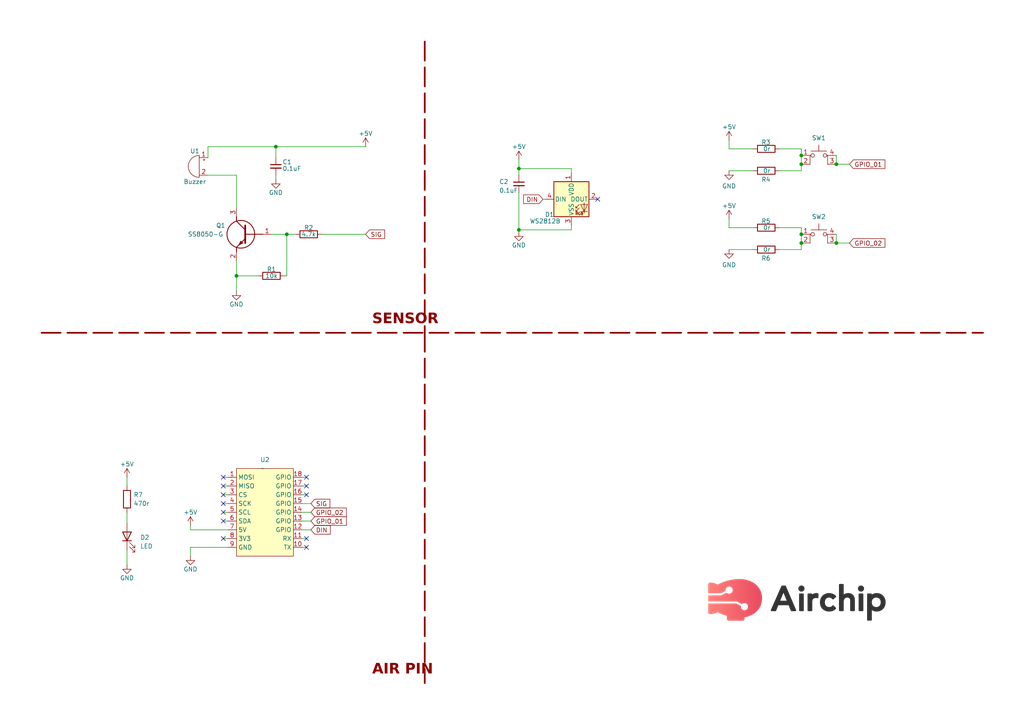
<source format=kicad_sch>
(kicad_sch (version 20230121) (generator eeschema)

  (uuid ad90cf09-1d47-40cd-a423-c5572d2c629a)

  (paper "A4")

  (lib_symbols
    (symbol "Device:Buzzer" (pin_names (offset 0.0254) hide) (in_bom yes) (on_board yes)
      (property "Reference" "BZ" (at 3.81 1.27 0)
        (effects (font (size 1.27 1.27)) (justify left))
      )
      (property "Value" "Buzzer" (at 3.81 -1.27 0)
        (effects (font (size 1.27 1.27)) (justify left))
      )
      (property "Footprint" "" (at -0.635 2.54 90)
        (effects (font (size 1.27 1.27)) hide)
      )
      (property "Datasheet" "~" (at -0.635 2.54 90)
        (effects (font (size 1.27 1.27)) hide)
      )
      (property "ki_keywords" "quartz resonator ceramic" (at 0 0 0)
        (effects (font (size 1.27 1.27)) hide)
      )
      (property "ki_description" "Buzzer, polarized" (at 0 0 0)
        (effects (font (size 1.27 1.27)) hide)
      )
      (property "ki_fp_filters" "*Buzzer*" (at 0 0 0)
        (effects (font (size 1.27 1.27)) hide)
      )
      (symbol "Buzzer_0_1"
        (arc (start 0 -3.175) (mid 3.1612 0) (end 0 3.175)
          (stroke (width 0) (type default))
          (fill (type none))
        )
        (polyline
          (pts
            (xy -1.651 1.905)
            (xy -1.143 1.905)
          )
          (stroke (width 0) (type default))
          (fill (type none))
        )
        (polyline
          (pts
            (xy -1.397 2.159)
            (xy -1.397 1.651)
          )
          (stroke (width 0) (type default))
          (fill (type none))
        )
        (polyline
          (pts
            (xy 0 3.175)
            (xy 0 -3.175)
          )
          (stroke (width 0) (type default))
          (fill (type none))
        )
      )
      (symbol "Buzzer_1_1"
        (pin passive line (at -2.54 2.54 0) (length 2.54)
          (name "-" (effects (font (size 1.27 1.27))))
          (number "1" (effects (font (size 1.27 1.27))))
        )
        (pin passive line (at -2.54 -2.54 0) (length 2.54)
          (name "+" (effects (font (size 1.27 1.27))))
          (number "2" (effects (font (size 1.27 1.27))))
        )
      )
    )
    (symbol "Device:C_Small" (pin_numbers hide) (pin_names (offset 0.254) hide) (in_bom yes) (on_board yes)
      (property "Reference" "C" (at 0.254 1.778 0)
        (effects (font (size 1.27 1.27)) (justify left))
      )
      (property "Value" "C_Small" (at 0.254 -2.032 0)
        (effects (font (size 1.27 1.27)) (justify left))
      )
      (property "Footprint" "" (at 0 0 0)
        (effects (font (size 1.27 1.27)) hide)
      )
      (property "Datasheet" "~" (at 0 0 0)
        (effects (font (size 1.27 1.27)) hide)
      )
      (property "ki_keywords" "capacitor cap" (at 0 0 0)
        (effects (font (size 1.27 1.27)) hide)
      )
      (property "ki_description" "Unpolarized capacitor, small symbol" (at 0 0 0)
        (effects (font (size 1.27 1.27)) hide)
      )
      (property "ki_fp_filters" "C_*" (at 0 0 0)
        (effects (font (size 1.27 1.27)) hide)
      )
      (symbol "C_Small_0_1"
        (polyline
          (pts
            (xy -1.524 -0.508)
            (xy 1.524 -0.508)
          )
          (stroke (width 0.3302) (type default))
          (fill (type none))
        )
        (polyline
          (pts
            (xy -1.524 0.508)
            (xy 1.524 0.508)
          )
          (stroke (width 0.3048) (type default))
          (fill (type none))
        )
      )
      (symbol "C_Small_1_1"
        (pin passive line (at 0 2.54 270) (length 2.032)
          (name "~" (effects (font (size 1.27 1.27))))
          (number "1" (effects (font (size 1.27 1.27))))
        )
        (pin passive line (at 0 -2.54 90) (length 2.032)
          (name "~" (effects (font (size 1.27 1.27))))
          (number "2" (effects (font (size 1.27 1.27))))
        )
      )
    )
    (symbol "Device:LED" (pin_numbers hide) (pin_names (offset 1.016) hide) (in_bom yes) (on_board yes)
      (property "Reference" "D" (at 0 2.54 0)
        (effects (font (size 1.27 1.27)))
      )
      (property "Value" "LED" (at 0 -2.54 0)
        (effects (font (size 1.27 1.27)))
      )
      (property "Footprint" "" (at 0 0 0)
        (effects (font (size 1.27 1.27)) hide)
      )
      (property "Datasheet" "~" (at 0 0 0)
        (effects (font (size 1.27 1.27)) hide)
      )
      (property "ki_keywords" "LED diode" (at 0 0 0)
        (effects (font (size 1.27 1.27)) hide)
      )
      (property "ki_description" "Light emitting diode" (at 0 0 0)
        (effects (font (size 1.27 1.27)) hide)
      )
      (property "ki_fp_filters" "LED* LED_SMD:* LED_THT:*" (at 0 0 0)
        (effects (font (size 1.27 1.27)) hide)
      )
      (symbol "LED_0_1"
        (polyline
          (pts
            (xy -1.27 -1.27)
            (xy -1.27 1.27)
          )
          (stroke (width 0.254) (type default))
          (fill (type none))
        )
        (polyline
          (pts
            (xy -1.27 0)
            (xy 1.27 0)
          )
          (stroke (width 0) (type default))
          (fill (type none))
        )
        (polyline
          (pts
            (xy 1.27 -1.27)
            (xy 1.27 1.27)
            (xy -1.27 0)
            (xy 1.27 -1.27)
          )
          (stroke (width 0.254) (type default))
          (fill (type none))
        )
        (polyline
          (pts
            (xy -3.048 -0.762)
            (xy -4.572 -2.286)
            (xy -3.81 -2.286)
            (xy -4.572 -2.286)
            (xy -4.572 -1.524)
          )
          (stroke (width 0) (type default))
          (fill (type none))
        )
        (polyline
          (pts
            (xy -1.778 -0.762)
            (xy -3.302 -2.286)
            (xy -2.54 -2.286)
            (xy -3.302 -2.286)
            (xy -3.302 -1.524)
          )
          (stroke (width 0) (type default))
          (fill (type none))
        )
      )
      (symbol "LED_1_1"
        (pin passive line (at -3.81 0 0) (length 2.54)
          (name "K" (effects (font (size 1.27 1.27))))
          (number "1" (effects (font (size 1.27 1.27))))
        )
        (pin passive line (at 3.81 0 180) (length 2.54)
          (name "A" (effects (font (size 1.27 1.27))))
          (number "2" (effects (font (size 1.27 1.27))))
        )
      )
    )
    (symbol "Device:R" (pin_numbers hide) (pin_names (offset 0)) (in_bom yes) (on_board yes)
      (property "Reference" "R" (at 2.032 0 90)
        (effects (font (size 1.27 1.27)))
      )
      (property "Value" "R" (at 0 0 90)
        (effects (font (size 1.27 1.27)))
      )
      (property "Footprint" "" (at -1.778 0 90)
        (effects (font (size 1.27 1.27)) hide)
      )
      (property "Datasheet" "~" (at 0 0 0)
        (effects (font (size 1.27 1.27)) hide)
      )
      (property "ki_keywords" "R res resistor" (at 0 0 0)
        (effects (font (size 1.27 1.27)) hide)
      )
      (property "ki_description" "Resistor" (at 0 0 0)
        (effects (font (size 1.27 1.27)) hide)
      )
      (property "ki_fp_filters" "R_*" (at 0 0 0)
        (effects (font (size 1.27 1.27)) hide)
      )
      (symbol "R_0_1"
        (rectangle (start -1.016 -2.54) (end 1.016 2.54)
          (stroke (width 0.254) (type default))
          (fill (type none))
        )
      )
      (symbol "R_1_1"
        (pin passive line (at 0 3.81 270) (length 1.27)
          (name "~" (effects (font (size 1.27 1.27))))
          (number "1" (effects (font (size 1.27 1.27))))
        )
        (pin passive line (at 0 -3.81 90) (length 1.27)
          (name "~" (effects (font (size 1.27 1.27))))
          (number "2" (effects (font (size 1.27 1.27))))
        )
      )
    )
    (symbol "LED:WS2812B" (pin_names (offset 0.254)) (in_bom yes) (on_board yes)
      (property "Reference" "D" (at 5.08 5.715 0)
        (effects (font (size 1.27 1.27)) (justify right bottom))
      )
      (property "Value" "WS2812B" (at 1.27 -5.715 0)
        (effects (font (size 1.27 1.27)) (justify left top))
      )
      (property "Footprint" "LED_SMD:LED_WS2812B_PLCC4_5.0x5.0mm_P3.2mm" (at 1.27 -7.62 0)
        (effects (font (size 1.27 1.27)) (justify left top) hide)
      )
      (property "Datasheet" "https://cdn-shop.adafruit.com/datasheets/WS2812B.pdf" (at 2.54 -9.525 0)
        (effects (font (size 1.27 1.27)) (justify left top) hide)
      )
      (property "ki_keywords" "RGB LED NeoPixel addressable" (at 0 0 0)
        (effects (font (size 1.27 1.27)) hide)
      )
      (property "ki_description" "RGB LED with integrated controller" (at 0 0 0)
        (effects (font (size 1.27 1.27)) hide)
      )
      (property "ki_fp_filters" "LED*WS2812*PLCC*5.0x5.0mm*P3.2mm*" (at 0 0 0)
        (effects (font (size 1.27 1.27)) hide)
      )
      (symbol "WS2812B_0_0"
        (text "RGB" (at 2.286 -4.191 0)
          (effects (font (size 0.762 0.762)))
        )
      )
      (symbol "WS2812B_0_1"
        (polyline
          (pts
            (xy 1.27 -3.556)
            (xy 1.778 -3.556)
          )
          (stroke (width 0) (type default))
          (fill (type none))
        )
        (polyline
          (pts
            (xy 1.27 -2.54)
            (xy 1.778 -2.54)
          )
          (stroke (width 0) (type default))
          (fill (type none))
        )
        (polyline
          (pts
            (xy 4.699 -3.556)
            (xy 2.667 -3.556)
          )
          (stroke (width 0) (type default))
          (fill (type none))
        )
        (polyline
          (pts
            (xy 2.286 -2.54)
            (xy 1.27 -3.556)
            (xy 1.27 -3.048)
          )
          (stroke (width 0) (type default))
          (fill (type none))
        )
        (polyline
          (pts
            (xy 2.286 -1.524)
            (xy 1.27 -2.54)
            (xy 1.27 -2.032)
          )
          (stroke (width 0) (type default))
          (fill (type none))
        )
        (polyline
          (pts
            (xy 3.683 -1.016)
            (xy 3.683 -3.556)
            (xy 3.683 -4.064)
          )
          (stroke (width 0) (type default))
          (fill (type none))
        )
        (polyline
          (pts
            (xy 4.699 -1.524)
            (xy 2.667 -1.524)
            (xy 3.683 -3.556)
            (xy 4.699 -1.524)
          )
          (stroke (width 0) (type default))
          (fill (type none))
        )
        (rectangle (start 5.08 5.08) (end -5.08 -5.08)
          (stroke (width 0.254) (type default))
          (fill (type background))
        )
      )
      (symbol "WS2812B_1_1"
        (pin power_in line (at 0 7.62 270) (length 2.54)
          (name "VDD" (effects (font (size 1.27 1.27))))
          (number "1" (effects (font (size 1.27 1.27))))
        )
        (pin output line (at 7.62 0 180) (length 2.54)
          (name "DOUT" (effects (font (size 1.27 1.27))))
          (number "2" (effects (font (size 1.27 1.27))))
        )
        (pin power_in line (at 0 -7.62 90) (length 2.54)
          (name "VSS" (effects (font (size 1.27 1.27))))
          (number "3" (effects (font (size 1.27 1.27))))
        )
        (pin input line (at -7.62 0 0) (length 2.54)
          (name "DIN" (effects (font (size 1.27 1.27))))
          (number "4" (effects (font (size 1.27 1.27))))
        )
      )
    )
    (symbol "SS8050-G:SS8050-G" (pin_names hide) (in_bom yes) (on_board yes)
      (property "Reference" "Q" (at 13.97 1.27 0)
        (effects (font (size 1.27 1.27)) (justify left top))
      )
      (property "Value" "SS8050-G" (at 13.97 -1.27 0)
        (effects (font (size 1.27 1.27)) (justify left top))
      )
      (property "Footprint" "SOT95P240X115-3N" (at 13.97 -101.27 0)
        (effects (font (size 1.27 1.27)) (justify left top) hide)
      )
      (property "Datasheet" "https://datasheet.datasheetarchive.com/originals/distributors/DKDS-12/229454.pdf" (at 13.97 -201.27 0)
        (effects (font (size 1.27 1.27)) (justify left top) hide)
      )
      (property "Height" "1.15" (at 13.97 -401.27 0)
        (effects (font (size 1.27 1.27)) (justify left top) hide)
      )
      (property "Mouser Part Number" "750-SS8050-G" (at 13.97 -501.27 0)
        (effects (font (size 1.27 1.27)) (justify left top) hide)
      )
      (property "Mouser Price/Stock" "https://www.mouser.co.uk/ProductDetail/Comchip-Technology/SS8050-G?qs=LLUE9lz1YbcHg%252BWLMAtcrQ%3D%3D" (at 13.97 -601.27 0)
        (effects (font (size 1.27 1.27)) (justify left top) hide)
      )
      (property "Manufacturer_Name" "Comchip Technology" (at 13.97 -701.27 0)
        (effects (font (size 1.27 1.27)) (justify left top) hide)
      )
      (property "Manufacturer_Part_Number" "SS8050-G" (at 13.97 -801.27 0)
        (effects (font (size 1.27 1.27)) (justify left top) hide)
      )
      (property "ki_description" "Bipolar Transistors - BJT NPN TRANSISTOR 1.5A 40V" (at 0 0 0)
        (effects (font (size 1.27 1.27)) hide)
      )
      (symbol "SS8050-G_1_1"
        (polyline
          (pts
            (xy 2.54 0)
            (xy 7.62 0)
          )
          (stroke (width 0.254) (type default))
          (fill (type none))
        )
        (polyline
          (pts
            (xy 7.62 -1.27)
            (xy 10.16 -3.81)
          )
          (stroke (width 0.254) (type default))
          (fill (type none))
        )
        (polyline
          (pts
            (xy 7.62 1.27)
            (xy 10.16 3.81)
          )
          (stroke (width 0.254) (type default))
          (fill (type none))
        )
        (polyline
          (pts
            (xy 7.62 2.54)
            (xy 7.62 -2.54)
          )
          (stroke (width 0.508) (type default))
          (fill (type none))
        )
        (polyline
          (pts
            (xy 10.16 -3.81)
            (xy 10.16 -5.08)
          )
          (stroke (width 0.254) (type default))
          (fill (type none))
        )
        (polyline
          (pts
            (xy 10.16 3.81)
            (xy 10.16 5.08)
          )
          (stroke (width 0.254) (type default))
          (fill (type none))
        )
        (polyline
          (pts
            (xy 8.382 -2.54)
            (xy 8.89 -2.032)
            (xy 9.398 -3.048)
            (xy 8.382 -2.54)
          )
          (stroke (width 0.254) (type default))
          (fill (type outline))
        )
        (circle (center 8.89 0) (radius 4.016)
          (stroke (width 0.254) (type default))
          (fill (type none))
        )
        (pin passive line (at 0 0 0) (length 2.54)
          (name "B" (effects (font (size 1.27 1.27))))
          (number "1" (effects (font (size 1.27 1.27))))
        )
        (pin passive line (at 10.16 -7.62 90) (length 2.54)
          (name "E" (effects (font (size 1.27 1.27))))
          (number "2" (effects (font (size 1.27 1.27))))
        )
        (pin passive line (at 10.16 7.62 270) (length 2.54)
          (name "C" (effects (font (size 1.27 1.27))))
          (number "3" (effects (font (size 1.27 1.27))))
        )
      )
    )
    (symbol "Switch:SW_MEC_5E" (pin_names (offset 1.016) hide) (in_bom yes) (on_board yes)
      (property "Reference" "SW" (at 0.635 5.715 0)
        (effects (font (size 1.27 1.27)) (justify left))
      )
      (property "Value" "SW_MEC_5E" (at 0 -3.175 0)
        (effects (font (size 1.27 1.27)))
      )
      (property "Footprint" "" (at 0 7.62 0)
        (effects (font (size 1.27 1.27)) hide)
      )
      (property "Datasheet" "http://www.apem.com/int/index.php?controller=attachment&id_attachment=1371" (at 0 7.62 0)
        (effects (font (size 1.27 1.27)) hide)
      )
      (property "ki_keywords" "switch normally-open pushbutton push-button" (at 0 0 0)
        (effects (font (size 1.27 1.27)) hide)
      )
      (property "ki_description" "MEC 5E single pole normally-open tactile switch" (at 0 0 0)
        (effects (font (size 1.27 1.27)) hide)
      )
      (property "ki_fp_filters" "SW*MEC*5G*" (at 0 0 0)
        (effects (font (size 1.27 1.27)) hide)
      )
      (symbol "SW_MEC_5E_0_1"
        (circle (center -1.778 2.54) (radius 0.508)
          (stroke (width 0) (type default))
          (fill (type none))
        )
        (polyline
          (pts
            (xy -2.286 3.81)
            (xy 2.286 3.81)
          )
          (stroke (width 0) (type default))
          (fill (type none))
        )
        (polyline
          (pts
            (xy 0 3.81)
            (xy 0 5.588)
          )
          (stroke (width 0) (type default))
          (fill (type none))
        )
        (polyline
          (pts
            (xy -2.54 0)
            (xy -2.54 2.54)
            (xy -2.286 2.54)
          )
          (stroke (width 0) (type default))
          (fill (type none))
        )
        (polyline
          (pts
            (xy 2.54 0)
            (xy 2.54 2.54)
            (xy 2.286 2.54)
          )
          (stroke (width 0) (type default))
          (fill (type none))
        )
        (circle (center 1.778 2.54) (radius 0.508)
          (stroke (width 0) (type default))
          (fill (type none))
        )
        (pin passive line (at -5.08 2.54 0) (length 2.54)
          (name "1" (effects (font (size 1.27 1.27))))
          (number "1" (effects (font (size 1.27 1.27))))
        )
        (pin passive line (at -5.08 0 0) (length 2.54)
          (name "2" (effects (font (size 1.27 1.27))))
          (number "2" (effects (font (size 1.27 1.27))))
        )
        (pin passive line (at 5.08 0 180) (length 2.54)
          (name "K" (effects (font (size 1.27 1.27))))
          (number "3" (effects (font (size 1.27 1.27))))
        )
        (pin passive line (at 5.08 2.54 180) (length 2.54)
          (name "A" (effects (font (size 1.27 1.27))))
          (number "4" (effects (font (size 1.27 1.27))))
        )
      )
    )
    (symbol "air_modül:air_module" (in_bom yes) (on_board yes)
      (property "Reference" "U" (at 0 1.27 0)
        (effects (font (size 1.27 1.27)))
      )
      (property "Value" "" (at 0 0 0)
        (effects (font (size 1.27 1.27)))
      )
      (property "Footprint" "" (at 0 0 0)
        (effects (font (size 1.27 1.27)) hide)
      )
      (property "Datasheet" "" (at 0 0 0)
        (effects (font (size 1.27 1.27)) hide)
      )
      (symbol "air_module_1_1"
        (rectangle (start -7.62 0) (end 8.89 -25.4)
          (stroke (width 0) (type default))
          (fill (type background))
        )
        (pin input line (at -10.16 -2.54 0) (length 2.54)
          (name "MOSI" (effects (font (size 1.27 1.27))))
          (number "1" (effects (font (size 1.27 1.27))))
        )
        (pin input line (at 11.43 -22.86 180) (length 2.54)
          (name "TX" (effects (font (size 1.27 1.27))))
          (number "10" (effects (font (size 1.27 1.27))))
        )
        (pin input line (at 11.43 -20.32 180) (length 2.54)
          (name "RX" (effects (font (size 1.27 1.27))))
          (number "11" (effects (font (size 1.27 1.27))))
        )
        (pin input line (at 11.43 -17.78 180) (length 2.54)
          (name "GPIO" (effects (font (size 1.27 1.27))))
          (number "12" (effects (font (size 1.27 1.27))))
        )
        (pin input line (at 11.43 -15.24 180) (length 2.54)
          (name "GPIO" (effects (font (size 1.27 1.27))))
          (number "13" (effects (font (size 1.27 1.27))))
        )
        (pin input line (at 11.43 -12.7 180) (length 2.54)
          (name "GPIO" (effects (font (size 1.27 1.27))))
          (number "14" (effects (font (size 1.27 1.27))))
        )
        (pin input line (at 11.43 -10.16 180) (length 2.54)
          (name "GPIO" (effects (font (size 1.27 1.27))))
          (number "15" (effects (font (size 1.27 1.27))))
        )
        (pin input line (at 11.43 -7.62 180) (length 2.54)
          (name "GPIO" (effects (font (size 1.27 1.27))))
          (number "16" (effects (font (size 1.27 1.27))))
        )
        (pin input line (at 11.43 -5.08 180) (length 2.54)
          (name "GPIO" (effects (font (size 1.27 1.27))))
          (number "17" (effects (font (size 1.27 1.27))))
        )
        (pin input line (at 11.43 -2.54 180) (length 2.54)
          (name "GPIO" (effects (font (size 1.27 1.27))))
          (number "18" (effects (font (size 1.27 1.27))))
        )
        (pin input line (at -10.16 -5.08 0) (length 2.54)
          (name "MISO" (effects (font (size 1.27 1.27))))
          (number "2" (effects (font (size 1.27 1.27))))
        )
        (pin input line (at -10.16 -7.62 0) (length 2.54)
          (name "CS" (effects (font (size 1.27 1.27))))
          (number "3" (effects (font (size 1.27 1.27))))
        )
        (pin input line (at -10.16 -10.16 0) (length 2.54)
          (name "SCK" (effects (font (size 1.27 1.27))))
          (number "4" (effects (font (size 1.27 1.27))))
        )
        (pin input line (at -10.16 -12.7 0) (length 2.54)
          (name "SCL" (effects (font (size 1.27 1.27))))
          (number "5" (effects (font (size 1.27 1.27))))
        )
        (pin input line (at -10.16 -15.24 0) (length 2.54)
          (name "SDA" (effects (font (size 1.27 1.27))))
          (number "6" (effects (font (size 1.27 1.27))))
        )
        (pin input line (at -10.16 -17.78 0) (length 2.54)
          (name "5V" (effects (font (size 1.27 1.27))))
          (number "7" (effects (font (size 1.27 1.27))))
        )
        (pin input line (at -10.16 -20.32 0) (length 2.54)
          (name "3V3" (effects (font (size 1.27 1.27))))
          (number "8" (effects (font (size 1.27 1.27))))
        )
        (pin input line (at -10.16 -22.86 0) (length 2.54)
          (name "GND" (effects (font (size 1.27 1.27))))
          (number "9" (effects (font (size 1.27 1.27))))
        )
      )
    )
    (symbol "power:+5V" (power) (pin_names (offset 0)) (in_bom yes) (on_board yes)
      (property "Reference" "#PWR" (at 0 -3.81 0)
        (effects (font (size 1.27 1.27)) hide)
      )
      (property "Value" "+5V" (at 0 3.556 0)
        (effects (font (size 1.27 1.27)))
      )
      (property "Footprint" "" (at 0 0 0)
        (effects (font (size 1.27 1.27)) hide)
      )
      (property "Datasheet" "" (at 0 0 0)
        (effects (font (size 1.27 1.27)) hide)
      )
      (property "ki_keywords" "power-flag" (at 0 0 0)
        (effects (font (size 1.27 1.27)) hide)
      )
      (property "ki_description" "Power symbol creates a global label with name \"+5V\"" (at 0 0 0)
        (effects (font (size 1.27 1.27)) hide)
      )
      (symbol "+5V_0_1"
        (polyline
          (pts
            (xy -0.762 1.27)
            (xy 0 2.54)
          )
          (stroke (width 0) (type default))
          (fill (type none))
        )
        (polyline
          (pts
            (xy 0 0)
            (xy 0 2.54)
          )
          (stroke (width 0) (type default))
          (fill (type none))
        )
        (polyline
          (pts
            (xy 0 2.54)
            (xy 0.762 1.27)
          )
          (stroke (width 0) (type default))
          (fill (type none))
        )
      )
      (symbol "+5V_1_1"
        (pin power_in line (at 0 0 90) (length 0) hide
          (name "+5V" (effects (font (size 1.27 1.27))))
          (number "1" (effects (font (size 1.27 1.27))))
        )
      )
    )
    (symbol "power:GND" (power) (pin_names (offset 0)) (in_bom yes) (on_board yes)
      (property "Reference" "#PWR" (at 0 -6.35 0)
        (effects (font (size 1.27 1.27)) hide)
      )
      (property "Value" "GND" (at 0 -3.81 0)
        (effects (font (size 1.27 1.27)))
      )
      (property "Footprint" "" (at 0 0 0)
        (effects (font (size 1.27 1.27)) hide)
      )
      (property "Datasheet" "" (at 0 0 0)
        (effects (font (size 1.27 1.27)) hide)
      )
      (property "ki_keywords" "power-flag" (at 0 0 0)
        (effects (font (size 1.27 1.27)) hide)
      )
      (property "ki_description" "Power symbol creates a global label with name \"GND\" , ground" (at 0 0 0)
        (effects (font (size 1.27 1.27)) hide)
      )
      (symbol "GND_0_1"
        (polyline
          (pts
            (xy 0 0)
            (xy 0 -1.27)
            (xy 1.27 -1.27)
            (xy 0 -2.54)
            (xy -1.27 -1.27)
            (xy 0 -1.27)
          )
          (stroke (width 0) (type default))
          (fill (type none))
        )
      )
      (symbol "GND_1_1"
        (pin power_in line (at 0 0 270) (length 0) hide
          (name "GND" (effects (font (size 1.27 1.27))))
          (number "1" (effects (font (size 1.27 1.27))))
        )
      )
    )
  )

  (junction (at 80.01 42.545) (diameter 0) (color 0 0 0 0)
    (uuid 00e05d59-c267-47a8-a8e4-25354c0d1b56)
  )
  (junction (at 83.185 67.945) (diameter 0) (color 0 0 0 0)
    (uuid 3568815e-67fd-446b-9483-58b8774699d3)
  )
  (junction (at 242.57 70.485) (diameter 0) (color 0 0 0 0)
    (uuid 38c7d5d6-8ea3-445c-bd20-7533d84c3524)
  )
  (junction (at 68.58 80.01) (diameter 0) (color 0 0 0 0)
    (uuid 4682701b-8323-42cc-9215-7e13cda57a95)
  )
  (junction (at 232.41 47.625) (diameter 0) (color 0 0 0 0)
    (uuid 6073056a-72ec-437b-90b9-c7c295b3bfe2)
  )
  (junction (at 232.41 67.945) (diameter 0) (color 0 0 0 0)
    (uuid 8390e335-ae1e-42d2-9c0c-f3c226e2fbf7)
  )
  (junction (at 232.41 45.085) (diameter 0) (color 0 0 0 0)
    (uuid a8c3fcf0-bf5c-40ea-bc9c-4061fea9dafc)
  )
  (junction (at 150.495 66.675) (diameter 0) (color 0 0 0 0)
    (uuid ae176741-6561-4c08-9cd6-36d92cd0fdd3)
  )
  (junction (at 150.495 48.895) (diameter 0) (color 0 0 0 0)
    (uuid c1a18794-6e9f-4f06-8f23-36c1fa9e4895)
  )
  (junction (at 232.41 70.485) (diameter 0) (color 0 0 0 0)
    (uuid e1a8f1be-1a12-4e5b-958f-663e628bdc1d)
  )
  (junction (at 242.57 47.625) (diameter 0) (color 0 0 0 0)
    (uuid e4a221bd-172f-4f3b-ad97-cba13244a604)
  )

  (no_connect (at 64.77 140.97) (uuid 0b045519-5f79-455d-a3f5-b031e2ad0cc0))
  (no_connect (at 64.77 156.21) (uuid 21b585e1-7fd6-4bf5-8338-a9e6a6b62777))
  (no_connect (at 173.355 57.785) (uuid 2ad2d7c9-692b-49eb-b9a2-51454a0130fb))
  (no_connect (at 88.9 138.43) (uuid 2b0801a1-9c02-4a56-8a9a-0ec349b6f939))
  (no_connect (at 88.9 156.21) (uuid 4f9e0ca3-0788-448e-9cdc-1299bbcbcb3f))
  (no_connect (at 88.9 143.51) (uuid 50ca401b-cf26-448b-8dea-b702b34e14fb))
  (no_connect (at 64.77 146.05) (uuid 586fb358-22e2-49fb-80d0-614048432a19))
  (no_connect (at 88.9 158.75) (uuid 7329c17f-d594-42a0-814c-ef5a6d2c0f18))
  (no_connect (at 64.77 143.51) (uuid 738f953e-1693-4b44-9804-a17e53ea8c4f))
  (no_connect (at 64.77 138.43) (uuid 7c5864cb-40cd-4473-8513-4f989ac35853))
  (no_connect (at 64.77 151.13) (uuid ac67c2ef-5ae8-488c-8aa6-c7a4b723717a))
  (no_connect (at 64.77 148.59) (uuid b5de76ab-cd4b-45f4-a9db-0954447fe7d1))
  (no_connect (at 88.9 140.97) (uuid c43fb3af-b559-4ac1-93df-1a7b64ab6a27))

  (wire (pts (xy 55.245 153.67) (xy 66.04 153.67))
    (stroke (width 0) (type default))
    (uuid 00bc2267-a594-42b1-aae4-5a1728ac7f25)
  )
  (wire (pts (xy 232.41 72.39) (xy 232.41 70.485))
    (stroke (width 0) (type default))
    (uuid 01e6144c-80bb-4aec-935c-3a8052dc9939)
  )
  (wire (pts (xy 88.9 140.97) (xy 87.63 140.97))
    (stroke (width 0) (type default))
    (uuid 02b04008-8edf-45e9-88cb-371a761f952b)
  )
  (wire (pts (xy 36.83 148.59) (xy 36.83 151.765))
    (stroke (width 0) (type default))
    (uuid 02c2e33d-d7bc-4706-ac03-9d4b7843f4e9)
  )
  (wire (pts (xy 68.58 80.01) (xy 68.58 84.455))
    (stroke (width 0) (type default))
    (uuid 090f1be6-8c5f-48ca-a845-0d26a917ade0)
  )
  (wire (pts (xy 150.495 66.675) (xy 165.735 66.675))
    (stroke (width 0) (type default))
    (uuid 0a343e17-4e4a-423b-ac86-9732fc3cc6da)
  )
  (wire (pts (xy 226.06 66.04) (xy 232.41 66.04))
    (stroke (width 0) (type default))
    (uuid 1c4214ed-a375-441a-8276-b664b1a41c73)
  )
  (wire (pts (xy 88.9 158.75) (xy 87.63 158.75))
    (stroke (width 0) (type default))
    (uuid 1cac333b-d21e-4a44-bdd6-6306f38aeb67)
  )
  (wire (pts (xy 64.77 143.51) (xy 66.04 143.51))
    (stroke (width 0) (type default))
    (uuid 1d7e85b5-7c57-4b32-8528-77e54421bcb7)
  )
  (wire (pts (xy 226.06 49.53) (xy 232.41 49.53))
    (stroke (width 0) (type default))
    (uuid 1eae7aa4-81a9-4aa8-a56f-7318adfbe0b3)
  )
  (wire (pts (xy 242.57 67.945) (xy 242.57 70.485))
    (stroke (width 0) (type default))
    (uuid 2130a5de-fc0b-4f84-8cc4-ecb760a64599)
  )
  (wire (pts (xy 88.9 156.21) (xy 87.63 156.21))
    (stroke (width 0) (type default))
    (uuid 24dda4c5-7eff-42cf-bf7d-5363c6eb2d26)
  )
  (wire (pts (xy 226.06 72.39) (xy 232.41 72.39))
    (stroke (width 0) (type default))
    (uuid 2a3895a1-2685-45de-b5c7-6d567f700285)
  )
  (wire (pts (xy 60.325 45.72) (xy 60.325 42.545))
    (stroke (width 0) (type default))
    (uuid 3713a12a-9153-4587-919e-1f2f3e95a104)
  )
  (wire (pts (xy 93.345 67.945) (xy 106.045 67.945))
    (stroke (width 0) (type default))
    (uuid 3b9b7df5-5346-42d6-bc1b-5da9b033a414)
  )
  (wire (pts (xy 211.455 40.64) (xy 211.455 43.18))
    (stroke (width 0) (type default))
    (uuid 403bef89-aec4-4ee3-a70a-dc7186df41f5)
  )
  (polyline (pts (xy 123.19 12.065) (xy 123.19 96.52))
    (stroke (width 0.5) (type dash) (color 132 0 0 1))
    (uuid 43122ff4-57c7-40e6-856a-c0c01195b8b9)
  )

  (wire (pts (xy 88.9 138.43) (xy 87.63 138.43))
    (stroke (width 0) (type default))
    (uuid 49511080-a889-45fe-b2c0-3d152cd7259e)
  )
  (wire (pts (xy 64.77 146.05) (xy 66.04 146.05))
    (stroke (width 0) (type default))
    (uuid 49cc029d-ab60-4bdd-8cb6-07bc58c76dc9)
  )
  (wire (pts (xy 165.735 48.895) (xy 165.735 50.165))
    (stroke (width 0) (type default))
    (uuid 4bc4abae-3e45-4d58-9dcc-065943c03321)
  )
  (wire (pts (xy 80.01 45.72) (xy 80.01 42.545))
    (stroke (width 0) (type default))
    (uuid 511320a6-d203-4c27-adee-b1948dad6166)
  )
  (wire (pts (xy 83.185 67.945) (xy 83.185 80.01))
    (stroke (width 0) (type default))
    (uuid 5a599fa1-9aaa-49fc-8a85-9e3c0e42709d)
  )
  (wire (pts (xy 87.63 153.67) (xy 90.17 153.67))
    (stroke (width 0) (type default))
    (uuid 5d1b8303-15c9-43f3-8863-2269fc14ad71)
  )
  (wire (pts (xy 55.245 158.75) (xy 66.04 158.75))
    (stroke (width 0) (type default))
    (uuid 5eea8363-9f9c-41d0-9cb0-7d55d4486619)
  )
  (wire (pts (xy 36.83 138.43) (xy 36.83 140.97))
    (stroke (width 0) (type default))
    (uuid 5f9818ac-cb25-4145-a078-c16ef9bea085)
  )
  (wire (pts (xy 211.455 49.53) (xy 218.44 49.53))
    (stroke (width 0) (type default))
    (uuid 6348b767-0446-4a67-b74c-cd7bd1649466)
  )
  (wire (pts (xy 64.77 140.97) (xy 66.04 140.97))
    (stroke (width 0) (type default))
    (uuid 648da01c-ba67-4e49-88e1-3548bfadc3a2)
  )
  (wire (pts (xy 55.245 152.4) (xy 55.245 153.67))
    (stroke (width 0) (type default))
    (uuid 691dfbb7-60a4-4775-99a6-5026e727d7c3)
  )
  (wire (pts (xy 242.57 47.625) (xy 246.38 47.625))
    (stroke (width 0) (type default))
    (uuid 6a174185-6de2-4c18-b210-1b3f0aa99f8e)
  )
  (wire (pts (xy 232.41 49.53) (xy 232.41 47.625))
    (stroke (width 0) (type default))
    (uuid 6b4b2fea-6ebe-4320-8a2e-a9787c2643f8)
  )
  (wire (pts (xy 64.77 148.59) (xy 66.04 148.59))
    (stroke (width 0) (type default))
    (uuid 6bdbf75b-952f-45e3-a1d1-e9337094a1ea)
  )
  (wire (pts (xy 87.63 151.13) (xy 90.17 151.13))
    (stroke (width 0) (type default))
    (uuid 73173307-93c5-41b8-8ecc-f027ec093d0f)
  )
  (wire (pts (xy 150.495 55.88) (xy 150.495 66.675))
    (stroke (width 0) (type default))
    (uuid 762afadf-f343-4aba-961e-708517882722)
  )
  (wire (pts (xy 64.77 138.43) (xy 66.04 138.43))
    (stroke (width 0) (type default))
    (uuid 7efebfe0-4646-4752-842c-b5333dbba679)
  )
  (wire (pts (xy 68.58 75.565) (xy 68.58 80.01))
    (stroke (width 0) (type default))
    (uuid 81456cfb-a695-4cf5-b9fb-6f6b1ce97707)
  )
  (wire (pts (xy 64.77 156.21) (xy 66.04 156.21))
    (stroke (width 0) (type default))
    (uuid 8183e98a-bff4-4c66-a662-8d42d163eef7)
  )
  (wire (pts (xy 83.185 67.945) (xy 85.725 67.945))
    (stroke (width 0) (type default))
    (uuid 85a83f2c-9b7a-47e8-a10d-f63aa21157c6)
  )
  (wire (pts (xy 226.06 43.18) (xy 232.41 43.18))
    (stroke (width 0) (type default))
    (uuid 86a20f81-0c80-4818-9fc6-f0628cbeedf6)
  )
  (wire (pts (xy 78.74 67.945) (xy 83.185 67.945))
    (stroke (width 0) (type default))
    (uuid 893e81e7-5ccc-4b2f-b00e-7893f1a2ec9e)
  )
  (wire (pts (xy 242.57 70.485) (xy 246.38 70.485))
    (stroke (width 0) (type default))
    (uuid 8cfd9c04-5a2e-471d-b1f4-ce55200820b7)
  )
  (wire (pts (xy 157.48 57.785) (xy 158.115 57.785))
    (stroke (width 0) (type default))
    (uuid 91226707-db72-4d0e-89ec-48c80ace4717)
  )
  (wire (pts (xy 165.735 66.675) (xy 165.735 65.405))
    (stroke (width 0) (type default))
    (uuid 9173d91a-4357-4561-8167-affcd3dbd01e)
  )
  (wire (pts (xy 242.57 45.085) (xy 242.57 47.625))
    (stroke (width 0) (type default))
    (uuid 97cdbe24-50c9-41bb-9b4a-3901de23fc88)
  )
  (wire (pts (xy 36.83 159.385) (xy 36.83 163.83))
    (stroke (width 0) (type default))
    (uuid 9b961635-a4d6-4fbc-add8-cca00ee9923a)
  )
  (wire (pts (xy 80.01 42.545) (xy 106.045 42.545))
    (stroke (width 0) (type default))
    (uuid 9e2f63d7-5442-4439-b5eb-612dff5d5bc7)
  )
  (wire (pts (xy 211.455 43.18) (xy 218.44 43.18))
    (stroke (width 0) (type default))
    (uuid a5426c81-4302-476d-9d1d-437c9c316d9b)
  )
  (wire (pts (xy 60.325 50.8) (xy 68.58 50.8))
    (stroke (width 0) (type default))
    (uuid a7b512c1-eff9-40a5-ab10-6c9626b4b919)
  )
  (wire (pts (xy 211.455 63.5) (xy 211.455 66.04))
    (stroke (width 0) (type default))
    (uuid b63a37c3-7bf7-4761-81be-0128752cf0ff)
  )
  (wire (pts (xy 232.41 67.945) (xy 232.41 70.485))
    (stroke (width 0) (type default))
    (uuid b7b3eafb-a56c-42b0-af4c-ff16e5f71ac6)
  )
  (wire (pts (xy 88.9 143.51) (xy 87.63 143.51))
    (stroke (width 0) (type default))
    (uuid b98e8e02-379e-4bd5-a72c-940e469a6f1a)
  )
  (wire (pts (xy 55.245 158.75) (xy 55.245 161.29))
    (stroke (width 0) (type default))
    (uuid bafe993b-8eb6-405a-bae0-08e8f0dd0a7e)
  )
  (wire (pts (xy 165.735 48.895) (xy 150.495 48.895))
    (stroke (width 0) (type default))
    (uuid c1bbb74b-dc3f-4d52-921b-5e48c29963b5)
  )
  (wire (pts (xy 68.58 80.01) (xy 74.93 80.01))
    (stroke (width 0) (type default))
    (uuid c76b9609-6f38-4814-b054-ecb16ec83e8d)
  )
  (wire (pts (xy 87.63 146.05) (xy 90.17 146.05))
    (stroke (width 0) (type default))
    (uuid c76bc7eb-1334-4c2e-9f79-a7a0d1a623ea)
  )
  (polyline (pts (xy 123.19 96.52) (xy 123.19 198.12))
    (stroke (width 0.5) (type dash) (color 132 0 0 1))
    (uuid c7be311f-7f59-4157-b219-30a4a3421cfd)
  )

  (wire (pts (xy 80.01 52.07) (xy 80.01 50.8))
    (stroke (width 0) (type default))
    (uuid d4c2c279-c448-4b7f-a50f-8033b36adc33)
  )
  (wire (pts (xy 211.455 72.39) (xy 218.44 72.39))
    (stroke (width 0) (type default))
    (uuid d4de71ff-3c63-4fde-8434-bb9de3852bd0)
  )
  (wire (pts (xy 150.495 46.355) (xy 150.495 48.895))
    (stroke (width 0) (type default))
    (uuid d554aada-5e82-4944-9f44-f41bd26ef5c3)
  )
  (wire (pts (xy 87.63 148.59) (xy 90.17 148.59))
    (stroke (width 0) (type default))
    (uuid d971f03e-883e-42cd-84ea-873277394984)
  )
  (polyline (pts (xy 12.065 96.52) (xy 285.115 96.52))
    (stroke (width 0.5) (type dash) (color 132 0 0 1))
    (uuid db7fc7c9-6ce0-4b7a-9ae8-940f1b1b7edc)
  )

  (wire (pts (xy 232.41 45.085) (xy 232.41 47.625))
    (stroke (width 0) (type default))
    (uuid e3b53493-0781-4291-ae91-e8b042c33a59)
  )
  (wire (pts (xy 211.455 66.04) (xy 218.44 66.04))
    (stroke (width 0) (type default))
    (uuid e3cd22ea-8957-429b-b8a1-058809a208e7)
  )
  (wire (pts (xy 83.185 80.01) (xy 82.55 80.01))
    (stroke (width 0) (type default))
    (uuid e70a16ac-c99b-4fc6-a5be-709593bf3f83)
  )
  (wire (pts (xy 232.41 66.04) (xy 232.41 67.945))
    (stroke (width 0) (type default))
    (uuid e7f51fe3-8c50-4a9a-9a90-4377d49f0d01)
  )
  (wire (pts (xy 60.325 42.545) (xy 80.01 42.545))
    (stroke (width 0) (type default))
    (uuid f02ef383-83ce-4277-aa6a-117f4ca34188)
  )
  (wire (pts (xy 150.495 48.895) (xy 150.495 50.8))
    (stroke (width 0) (type default))
    (uuid f30bbe5e-dede-4e1a-a570-031ce6442481)
  )
  (wire (pts (xy 150.495 67.31) (xy 150.495 66.675))
    (stroke (width 0) (type default))
    (uuid f32be889-42af-487f-9467-06a1047f972a)
  )
  (wire (pts (xy 68.58 50.8) (xy 68.58 60.325))
    (stroke (width 0) (type default))
    (uuid f8dd7b24-d00d-4ce3-a7bc-db5fb19bb6e7)
  )
  (wire (pts (xy 64.77 151.13) (xy 66.04 151.13))
    (stroke (width 0) (type default))
    (uuid fae9011c-bdc4-445e-9d3a-cc8d499fc247)
  )
  (wire (pts (xy 232.41 43.18) (xy 232.41 45.085))
    (stroke (width 0) (type default))
    (uuid fbddb72d-4eea-4a14-9dcb-5cfaca9b9e4a)
  )

  (image (at 231.14 173.99) (scale 0.303838)
    (uuid 0fea2ca3-84a4-4c66-96d3-aae60cb8c292)
    (data
      iVBORw0KGgoAAAANSUhEUgAAB9AAAAHVCAYAAACpJWDwAAAABHNCSVQICAgIfAhkiAAAIABJREFU
      eJzs3XeYnGW9//F3SEKyCS0hARUVBCSKYvuiqKiAokRasKAeRUn4WSghFUTNsYAiICGNA6gQEBso
      TfEg6hFE8KjouRFsIAgiiEJCEwhJKJnfH88sKdtmdmfmnvJ+XddcuzzPPfd8dpjMzj6fpwxDkjrQ
      ox+ZPhzYnBKbA5sDW5S/dt82BbqATSkxFugqwSbl5SOBzYqZSpsAI4CNgTHFIjYFNuo3QKnXpSuB
      J8oDHgWeLsHjwBOUeILi+5XACuAx4N/l77tvD5eXPUiJh4AHgYc2P//MFZU+L5IkSZIkSZIkSZ1s
      WO4AklQLj3706E2BZ1NiIvAcYCKw5Tpft4TS+PL3W1GU4X0V2esrrfel95UDLKp+TGn9YZXM2ff8
      TwIPQel+4F5gObAMuJcS3cvuA+4G7tv862c9XeWjSZIkSZIkSZIktQULdElN7bGPHb0J8FxKbAPP
      3J4LbFOCZwFbU3wdDQxQNA+t7G7hAr3vhT0XPV0qCvV/lG/3UBTrdwJ3UOLOLb5x1oNVppEkSZIk
      SZIkSWoJFuiSsnnsYzOGUZTf2wLbQWnb8vfdt+fRfar0SntqC/R+xleWtYKn8BHgb8CdULoduLV8
      u22Lb3z5H1XllCRJkiRJkiRJaiIW6JLq6rHDZ4wCdijftn/m+xI7AC+guHZ4WT/VrQV6depboPe3
      YAUlbgP+AtwC/An4I3DbFt/88lP9TS1JkiRJkiRJkpSbBbqkIVtxxIzhJXg+8CJgJ0pMAiYBO1Gc
      br2nattvC/Tq5CvQ+5rgSYpC/Q/An4GbgN9t8c0v39Pfw0mSJEmSJEmSJDWSBbqkiq04YubGFCX5
      zlDaGXgp8EJgp9K6R5IPukC2QN9wQBsV6H1ZTokbgN+VKL4Ct4/71per/YklSZIkSZIkSZKGzAJd
      Ug8rjpw5HNgReDnwUkq8FNi5vGx4MWr9frPU53/0wQK9ogEdUKD39vw+BKXfAL8Grgd+M+5bX3mg
      ylklSZIkSZIkSZKqZoEudbgVR84cR1GUvxx4WfnrzkDXM4MqKGMt0Ac350ADOrRA722S2yhxPfAL
      4FrglnHf/opHqUuSJEmSJEmSpJqyQJc6yIqjZj4LCOAVQFBiV+B5A97RAr2foRbo1U3Q95wDFOgb
      Lrof+F/gOopC/Xfjvv2Vp6p8ZEmSJEmSJEmSpPVYoEttasVRs7YCXg2l3Vhbmj9nvUGVFp0W6P0M
      tUCvboK+56yyQN/QI8DPgauAqyjxp3EXeIS6JEmSJEmSJEmqjgW61AYenz5rLMUR5bsBrwZeU4Jt
      i7XVldKVj7NAr8WcAw2wQB/kvCXuo7tMhx+Nu+Ar/6wylSRJkiRJkiRJ6kAW6FILenz6rB2B1wOv
      A3YHXgJstG7BWOrlux4s0C3Q27dA39BNULoCuBL41bgLvvp0FbNJkiRJkiRJkqQOYYEuNbnHp88a
      TXFUeXdh/npgYq+DLdAt0Psd39EF+roLHwZ+AlxeKnHF+Au/+nAVM0uSJEmSJEmSpDZmgS41mceP
      nrUZRUn+Jkq8CdgVGFXRnS3QLdD7HW+B3mNJiacorp3+PeD74y/86t1VPIokSZIkSZIkSWozFuhS
      Zo8fPXs88CZgTyi9AXglsBEwpNLUAn0ok/Q+xgK9t5UtX6BvKAEXAxeNv/Crt1fxiJIkSZIkSZIk
      qQ1YoEsN9viM2ZsDb6TEXsBbgJfxzL/FDdo8C/R+V1mgVzu/BXqPJf3PeQNwEXDB+Au/+vcqHl2S
      JEmSJEmSJLUoC3SpzlbOmD26BG+kKMv3ojgl+0YVFXwW6P2uskCvdn4L9B5LKp/zeuACSlww/jtf
      XVZFEkmSJEmSJEmS1EIs0KUaWzlj9jCKo8rfVr69oQSjewy0QK8ukAV6dSzQK1pYRYHePcVTwP8A
      3wC+N/47X11Z5QySJEmSJEmSJKmJWaBLNbBy5uxnUWIfisL8rcDEdddXXvRaoFcz3gK92vkt0Hss
      Gdrz+ihwMZTOG/+ds6+rciZJkiRJkiRJktSELNClQVg5c/Zw4HXAZGBf4JVV99QW6NUFskCvjgV6
      RQuHWKCvu/BW4Bzg/PHfOdtTvEuSJEmSJEmS1KIs0KUKrZw5ZyLw9uJWmgxssd4AC/Tq5rVAr2iA
      Bfog5218gd7tKeByYCnwo/HfOXtNlY8gSZIkSZIkSZIyskCX+rFy1pyXAAdS4gDgtTzzb6a6cs8C
      fXBzDrTKAr3a+S3Qeyyp1/NauIMSZwHnjv/u2Q9W+UiSJEmSJEmSJCkDC3RpHStnzRkJvAk4AJgC
      bAcMuTS0QB/cnAOtskCvdn4L9B5L6lugd69aBVwInDH+u2f/X5WPKEmSJEmSJEmSGsgCXR1v5aw5
      YyhOzX4QRXG+eY9BFugDLrRAH9ycAw2wQB/kvM1VoK/r1yVYAFy25XfPfqrKR5ckSZIkSZIkSXVm
      ga6OtHLWnPHAfsA7gcnA6H7vYIE+4EIL9MHNOdAAC/RBztu8BXr3or8Di4ClW3737EerTCFJkiRJ
      kiRJkurEAl0dY+XsOVtRFObvosSewIiK72yBPuBCC/TBzTnQAAv0Qc7b/AV6t0cocTawaMuLzv5H
      lWkkSZIkSZIkSVKNWaCrra2aPXc8lN4BHFyCvYHhQA3KSAt0C/TazDnQAAv0Qc7bOgV694IngfOB
      U7a86Oy/VplKkiRJkiRJkiTViAW62k5RmvMO4GDgLVAaAYMoePsdb4FugV6bOQcaYIE+yHlbr0Dv
      tga4CEonbXnROTdVF06SJEmSJEmSJA2VBbrawqo5c7uAAynxfoprmm+8du0GRWSP/6iABfqACy3Q
      BzfnQAMs0Ac5b+sW6Osu/D5w/JYXnfO7irJJkiRJkiRJkqQhs0BXy1o1Z+4IitOyf4DiiPOx/ZVb
      FuiVZqh0nAV6LeYcaIAF+iDnbY8CvZtFuiRJkiRJkiRJDWKBrpazas7cXYEPAe8DJq630gK9l28t
      0KufpPcxFui9rbRAb0CB3u0y4D+3vOicP/f9gJIkSZIkSZIkaSgs0NUSVs2Zuw3FkeaHAjv3OdAC
      vZdvLdCrn6T3MRbova20QG9ggV6sKPFN4DNbXnzOnX0/sCRJkiRJkiRJGgwLdDWtVXPnjqHEQRSl
      +d7ARgPeyQK9l28t0KufpPcxFui9rbRAb3CB3r3qSeAM4MQtLz7n/r4HS5IkSZIkSZKkaligq+ms
      mjs3gP8HvJ8Sm1d1Zwv0Xr61QK9+kt7HWKD3ttICPVOB3u0R4FRgwZYXn/N433eSJEmSJEmSJEmV
      sEBXU1g195hxUDqEojh/+TMralhuWaBXmqHScRbotZhzoAEW6IOct3MK9G73AMcB397y4nOq/akk
      SZIkSZIkSVKZBbqyWTX3mGHAHsBHgXdCaVSPQRbo1bFAt0Dvd7wFeo8l7VOgd7semLXlxef8ut9R
      kiRJkiRJkiSpVxboarjVxxwzHvhQqcTHgBetXVO7Iq63hRbolWaodJwFei3mHGiABfog5+3cAr3b
      tynx8S0vOeeeikZLkiRJkiRJkiTAAl0NtPqYY14LHA68B+jqWVxZoFugW6BvOMACfZDzWqBDiceA
      40uwaMIl5zxV4b0kSZIkSZIkSepoQyrQ1xz/qS1KJV4KTAK2ADZdZ/VqYOUG3z9MiVXl7x8CHgAe
      HH78F1eitrT6mGO6gPcDR7Putc3prbiyQLdAt0DfcIAF+iDntUBf93n9E3DUhEvO+XmF95QkSZIk
      SZIkqWNVXaCvOf5TOwAfBPYHXlUqVTlH70XBKuBBYBlwLyXuBu4F/gncDdwJ/G34CSc9Xm1e5bH6
      mGO2A44EPgyM622MBXoFCy3Q+11lgV7t/BboPZZ0RoHe7ZvA3AmXnLOswhkkSZIkSZIkSeo4FZff
      a46ftxuU/pOiOH9GXcqHvue8F7ijBHcAtwA3A3+mxO0jPn/Sk1UmUY2tPuaYYcCewAzgQGCj/sZb
      oFew0AK931UW6NXOb4HeY0lnFehQ7Kw2F0rnT7hkabU/vSRJkiRJkiRJbW/AAn3N8fMmAqcChzas
      fBhgzl7Kh6eAW4Eby7ffQemGEZ8/+cEq02kQVh97zCjgEErMBl5S6f0s0CtYaIHe7yoL9Grnt0Dv
      saTzCvTulVcBH51wydI7KpxNkiRJkiRJkqSO0G+Bvub4eXsAFwDPLpY0bYHe16i7gV+Xb78Cbhjx
      +ZNXDxxSlVh97DETKE7TfhSwVbWlmQV6BQst0PtdZYFe7fwW6D2WdG6BDrAS+AywcMIlS5+ucFZJ
      kiRJkiRJktpanwX6muPnTQWWst5puFuuQN/QE8ANlPg5cA3wixFfOPmx/h9NG1p97LEvgtJs4EPA
      6GdWWKBXfvdKF1qg97vKAr3a+S3Qeyzp7AK92/XAoRMuWfqXCmeWJEmSJEmSJKlt9Vqgrzlh3uGU
      OKvnmpYv0Ddc9TTwf8DVwI+BX474wsleS70Pq4899nXAJ4H9odTztWOBXvndK11ogd7vKgv0aue3
      QO+xxAK920pKfApYMuHSpWsqfARJkiRJkiRJktpOjxJ0zQnz3gV8l9K6R553a7sCfUOPAj+lKNN/
      OOILJ9/df5L2t/rYY4cBkymK8zeuXTP00swCvYKFFuj9rrJAr3Z+C/QeSyzQN1x0LTB1wqVL/1bh
      o0iSJEmSJEmS1FbWK9DXnDDvhcDvgLFZy4d8BfqG424AvleC74088eQ/VHivtrD648eOoMTBwCeA
      l/UcYYFe2WP3s8oCvbpAFujVsUCvaKEFeq+LHgOmT7h06fkVPpIkSZIkSZIkSW3jmQJ9zQnzhgO/
      BnYF8pYPzVOgr/vlDihdClw48sRTUoUztJzVHz92Y+CDwCcpsUPfIy3QK3vsflZZoFcXyAK9Ohbo
      FS20QO930XeAwydcuvThCh9RkiRJkiRJkqSWt26BfhTwX8+ssUDvpXx45rvbKIqFb4888ZSbK5yt
      qZWL88OATwHPA+pTRK473AJ94IUW6P2uskCvdn4L9B5LLNAHmvcu4JAJly69rsJHlSRJkiRJkiSp
      pQ0DWHPCvC7gb8DWz6yxQO+vQF/X74CvUZTp91c4c9N44uPHdgEfKcExdBfn3SzQ+xlvgW6BXps5
      BxpggT7IeS3Qa/m6XQN8Hvj8hEuXPl3ho0uSJEmSJEmS1JK6C/TpwOnrrbFAr7RA7/YkJS6nKNOv
      HPnFU5q6ZHiiOOL8YxRHnD+rYUXkusMt0AdeaIHe7yoL9Grnt0DvscQCvZp5r6bEByZctvTeChNI
      kiRJkiRJktRyugv03wGvWG+NBXq1Bfq6q/8BnA2cPfKLp/yrwkdriCeOO3YEJaYBn2adI84t0Kud
      1wLdAr02cw40wAJ9kPNaoNfrdXsf8N4Jly39eYUpJEmSJEmSJElqKcPWnDBvEnBLjzUW6EMp0Ls9
      BXwfOHPkF0+5usJHrYsnjjt2I+AQ4DOU2GHD9Rbo1c5rgW6BXps5BxpggT7IeS3Q6/m6XQN8Fjhx
      wmVLq30GJUmSJEmSJElqasN6PX07WKCvM24IBfq6/gAsoMS3R550yhMVJqiJJ4479h3AicCLgbxF
      5LrDLdAHXmiB3u8qC/Rq57dA77HEAr26edcf8wPgkAmXLX2kwkSSJEmSJDWliBgBvACYAIzKHKfb
      CuDelNLduYNIktRphq05Yd4FwPt6rLFAr3WB3j3mPuC/gC+PPOmU+ytMMihPHPfxNwCnQOn1G2To
      JVYvLND7GW+BboFemzkHGmCBPsh5LdAb9br9C3DQhMuW9jyTjSRJkiRJTS4i9gSmA5OBsXnT9Ole
      4BJgUUrpr7nDSJLUCYatOWHejcDLe6yxQK9Xgd5tBXAOcOrIk065p8JEFXniuI/vDJwMHNBrMAt0
      C/Rq57dA72eoBXp1E/Q9pwX64Ofsb1wDXrePAodOuGzpZZUFkyRJkiQpr4gYT7Ft9h25s1ThSeAk
      4ISU0tO5w0iS1M6GrTlh3oPAuB5rLNDrXaB3exJK5wGnjjzpS0Pag/CJ4z6+HfBp4FBgeJ8PaoFu
      gV7t/Bbo/Qy1QK9ugr7ntEAf/Jz9jWvc67b0WeDzEy47t9pnVZIkSZKkhomI5wI/A3bMnWWQvge8
      J6X0ZO4gkiS1q2FrTphX8bZ1C/S6FOjdC9cAl1Oc3v1nI0/60poKZuOJT3x8I2B3SnwY+ADrFed9
      PKgFugV6tfNboPcz1AK9ugn6ntMCffBz9jeugQU6wIXAtAmXnbuqgtkkSZIkSWqoiOgCrgd2yZ1l
      iM5KKR2ZO4QkSe3KAr2CB2pQgb6uB0rwI+CXlLgFuJPilO9PABOArYGXArsB+wDPrqrxskC3QK92
      fgv0foZaoFc3Qd9zWqAPfs7+xjW4QAe4vgQHTbzs3HsrmFGSJEmSpIaJiJOAT+TOUSN7p5Suyh1C
      kqR2ZIFewQNlKNCrL80s0PsZb4FeyfhK5+1roQX64OYcaIAF+iDntUDPWaBTgruAAyZedu7vK5hV
      kiRJkqS6i4hxwN3A2NxZauR/U0pvyB1CkqR2tFHuAJIkqe08H7hu+UGH7Z07iCRJkiRJZe+mfcpz
      gN0jYvvcISRJakcW6JIkqR42A364/KDDDskdRJIkSZIk4E25A9TBHrkDSJLUjizQJUlSvYwEvrH8
      oMPa5fpykiRJkqTWtWPuAHXwgtwBJElqRxbokiSp3k5aftBhpy8/6LBhuYNIkiRJkjpWV+4AdbBZ
      7gCSJLUjC3RJktQI0ymORh+RO4gkSZIkSZIkSX2xQJckSY3yAeDS5Qcd1o57/UuSJEmSJEmS2oAF
      uiRJaqQDgCuWH3TY5rmDSJIkSZIkSZK0IQt0SZLUaHsBP7FElyRJkiRJkiQ1Gwt0SZKUw2uwRJck
      SZIkSZIkNRkLdEmSlMtrgGuWTzlsYu4gkiRJkiRJkiSBBbokScrrFcDVluiSJEmSJEmSpGYwIncA
      SZLU8V5KUaK/ceL3z304dxhJklSZiNgaeBEwCdgR2AzYpHwDeKx8ewS4DbgVuCWldF/j00qSJKmV
      RcSmwE4Unz93AsYDmwJblIesZu1nz7uAvwC3AH9PKT3d8MCSWpoFuiRJagYvBX68fMphb5v4/XP/
      nTuMpPYSEeOA/wAmA7sA4/ImesYqig07vwC+lVJKmfNI/YqI5wBvA/YE9ga2GeQ89wA/Ba4BfpxS
      +leNIkqSJKlNRMRYYC/gLeWvLwOGDWKqRyPiWuBq4Kcppd/XLqWkdjVszQnzSr2u6XVpz4Wl3u/d
      t0rmHWDOHqsrzFrp/BuOK224YCjzVvq8VjPngOMGfn6rfQorn6SfGSr5H1nD11dpwHHVzFtd1sqf
      3+r+LfR394pet0N6fZX6/q8a/lvob1XDXrc93gtqN+dAA6p+L+h3fGVZq3sKa/fvtp9XVPXz5vwd
      NsCqfL/DBphkyK/bXt51Bvce87/A2yZ+/9zHK7y3JPUpIoYBc4BPA5tnjlOJK4DpKaU7cweRukXE
      JsA7gA9RbLwczEbL/pQoyvRvAJemlFbUeH5JkgCIiBuBl+fOUWOLU0qzcoeQaiUiNqLYWfNDwLtY
      e2ajWroZ+DrwzZTSP+owv6Q24DXQJUlSM9kd+O/lUw7ryh1EUmuLiDHAfwPzaY3yHGA/4IaI2Ct3
      ECkiJkTEicA/KDYw7k3ty3PKc761/Bj3RMQXImJCHR5HkiRJTSoiRkbEVIpTrl8FHEp9ynOAFwMn
      AXdFxIURsUudHkdSC7NAlyRJzWYv4ILlUw4bnjuIpNZUPvL8ImDf3FkGYRxweUS029FRahERsUVE
      zAfuBD5FY3dA2RyYB9wZEadGxBYD3UGSJEmtKyI2iogPA7cD5wEvbODDDwPeC/w+Ir4XES9u4GNL
      anIW6JIkqRlNAb66fMq0ehzpJqn9HUVrlufdNgEujIiNcwdR54iIYRFxKHAbMBcYmzHOWOAY4LZy
      JkmSJLWZiNgV+C1wNvC8zHGmAH+IiNPK116X1OEs0CVJUrM6DDgxdwhJrSUiNgU+lztHDbyI4n1Q
      qruIeDZwJfA1oJlOnz4B+FpEXFnOKEmSpBZXPl37F4FfA6/KnWcdw4E5wB8jYvfcYSTlZYEuSZKa
      2SeXT5k2K3cISS3l/wFb5g5RI3Mjwr/ZVFcR8RbgJmCf3Fn6MRm4KSLenDuIJEmSBi8ingtcB3yS
      orBuRtsB10bEJ8uXB5PUgdwYI0mSmt3C5VOmvTt3CEnNLyKGAzNz56ihHSmKQ6kuIuJo4CfAxNxZ
      KjAR+J+ImJ47iCRJkqoXEbsBCdgtd5YKbAR8EfhORHTlDiOp8SzQJUlSK/jG8inTXpc7hKSmN4Xi
      aIF2MiN3ALWf8vXOvwQsobW2C2wEnB4Rp3g0kCRJUuuIiAOAnwFb5c5SpYOBqyJi89xBJDVWK/2h
      LEmSOtdo4PLlB07bPncQSU1tTu4AdbBPREzKHULto1w8nwkcmzvLEHwcONMSXZIkqflFxIHAJUCr
      Hsn9OuBqS3Sps1igS5KkVjEB+OHyA6eNzx1EUvOJiF2B3XPnqBNPWa1aOgU4PHeIGjgcOCl3CEmS
      JPUtIiYDFwMjc2cZolcBP4mIsbmDSGoMC3SpuTwN3Az8ADgdmAccAUwD3gt8sPz9TOBE4Dzg58C/
      coSVpAwmARcvP3DaiNxBJDWd2bkD1NHUiNgsdwi1vvI1z1v5yPMNHec10SVJkppTRLwSuIjWL8+7
      vQa4MCKG5w4iqf7c+Czl9SjwU4oS/JfA78ecvmj1YCZ6fPqsrYAA9gD2Al4NeEpDSe1oL2ARHpEp
      qSwitgHekztHHW1CsRPl4txB1Loi4s0Uvz/bzeKI+FNK6We5g0iSJKkQEVsC36P4W6ad7E9xYNsn
      cgeRVF/D1pwwr9Trml6X9lxY6v3efatk3gHm7LG6wqyVzr/huNKGC4Yyb6XPazVzDjhu4Oe32qew
      8kn6maGS/5E1fH2VBhxXzbzVZd1g1b+BSyhxIXDNmNMXPlllmoqsOGrW1sCBUHo/Ranes0wf0uur
      1Pd/1fDfQn+rGva67fFeULs5BxpQ9XtBv+Mry1rdU1i7f7f9vKKqnzfn77ABVuX7HTbAJEN+3fby
      27L+v8M+OvHy886u8FEktbGIOIn234DxV2BSSmlN7iBqPRHxbOAmYGLuLHWyHNglpXRf7iCSpOYV
      ETcCL8+do8YWp5Rm5Q4hrSsihgE/BCbnzlJHB6aUfpA7hKT68Qh0qXFuoDgt+3fHLFn4eL0fbOwZ
      i+4DzgbOXnHUzO2BjwIfAbx2sKR2ccbyA6fdMvHy867LHURSPhExBvhY7hwNsCPFBqgf5g6ilnQu
      7VueQ/GznQfsmzuIJEmSOJr2Ls8BlkbES1JKy3MHkVQfXgNdqr9rgb3HLFkYY5Ys/FojyvMNjT1j
      8R1jz1j8CWBbYC6wrNEZJKkORgIXLztw2ja5g0jK6lBgXO4QDTIjdwC1nog4lPbfgAnw9oj4UO4Q
      kiRJnSwitgO+mDtHA0ykOFhOUpuyQJfq5xZg/64lC/cYs2ThVbnDAIw9Y/FjY89YvADYATgeWJk5
      kiQN1VbARcsOnDYydxBJjVc+NWAnnbJyn4iYlDuEWkdEbA6cmjtHA80v/8ySJEnKYxEwNneIBnlv
      RLwldwhJ9WGBLtXeKoprcO7StWThFbnD9KZcpH8O2Bm4MnMcSRqq1wHzc4eQlMW+wE65QzTY9NwB
      1FI+SXufun1DEyn+FpMkSVKDRcQewJTcORpsQXnHbkltxgJdqq3fAi/rWrLwlK4lC5/KHWYgY89c
      fOfYMxfvC0wDHsmdR5KGYMayA6e9N3cISQ03O3eADKZGxGa5Q6j5RcQEOnOHi6PLP7skSZIa67O5
      A2TwMjpvpwGpI1igS7VzKvD6riULb8sdpFpjz1z8NeBVwA2Zo0jSUCxdduC0F+UOIakxImIXoBNP
      l7cJxc6P0kBm0Dmnz1zXWDpzxwFJkqRsIuK1wF65c2QyL3cASbVngS4N3Urg3V1LFn68FY4678vY
      MxffDuwOfDN3FkkapLHAhcsOnDY6dxBJDdGJR593mx4R/i2nPkXEGIoCvVPNioiu3CEkSZI6yCdz
      B8hoV6+FLrUfN7pIQ3Mf8MauxQsvyR2kFsaeuXjV2DMXf5DOPN2OpPbwcrweutT2ImIr4P25c2S0
      IzA5dwg1tYOAzXOHyGhz4B25Q0iSJHWCiJgI7Js7R2ZTcweQVFsW6NLg3QO8oWvxwpQ7SK2NPXPx
      CcBRuXNI0iAdtezAaQflDiGpro4ERuUOkVknH12sgR2aO0AT+GDuAJIkSR3i/cCI3CEye2dEbJI7
      hKTasUCXBuce4E1dixf+NXeQehl75uIzKTZOS1IrOnfZgdOelzuEpNqLiFHAEblzNIF9ImJS7hBq
      PhGxNbB37hxN4G3ls1VIkiSpvj6QO0ATGAO8M3cISbVjgS5V735gz67FC+/IHaTexp65+Czg2Nw5
      JGkQxgFfW3bAtGG5g0iquQ8AlmKF6bkDqCm9Ff/Wh+I5eFvuEJIkSe0sIrYEds2do0n42VNqI/5R
      LVVnFTClnY8839DYMxfPB07PnUOSBuHNeIpjqR3Nyh2giUyNiM1yh1DT2St3gCayZ+4AkiRJbW4v
      wIMXCm/JHUBS7VigS9X5aNfiBb/MHSKD2cBVuUNI0iCcsuyAaS/OHUJSbUTE3sAuuXM0kU2AablD
      qOm44W4tT2UvSZJUX+68udazIuJFuUNIqg0LdKlyZ3UtXvCN3CFyGHvW4qeB91Fc+12SWsko4JvL
      Dpg2MncQSTXh0ec9TY8I/64TABExHtg2d44msm1EjMsdQpIkqY15+vb1+XxIbcINLVJl/gTMyR0i
      p7FnLb4fOAQo5c4iSVV6FTAvdwhJQxMRk4B9c+doQjsCk3OHUNPwiJeefE4kSZLqZ1LuAE1mp9wB
      JNWGBbo0sKeBD3UtXrAqd5Dcxp61+BpgSe4ckjQIn1x2wLSX5g4haUhJ6ZcxAAAgAElEQVRm4rX1
      +jIjdwA1DTdg9uRzIkmSVAcRsTWwee4cTcadN6U2YYEuDWxB1+IFN+QO0UQ+BdyVO4QkVWlj4Lxl
      B0wbnjuIpOqVT0t9aO4cTWyf8hH60va5AzShF+QOIEmS1KZ2zB2gCfl5XGoTFuhS//4FnJA7RDMZ
      e9bix4G5uXNI0iDsSodfjkNqYR8FxuQO0eSm5w6gprBp7gBNyKOiJEmS6sPPnj352VNqExboUv/m
      dS1a8FjuEM1m7FmLLwZ+kTuHJA3C8csOmOoe0lILiYiRWA5XYmpEbJY7hLLbIneAJuRGTEmSpPrY
      JHeAJuROBVKbsECX+nYr8I3cIZrYvNwBJGkQuoAzc4eQVJWDgW1yh2gBmwDTcodQdm7E7MnnRJIk
      qT78nNWTz4nUJizQpb6d2LVowVO5QzSrsWctuRa4LncOSRqEty47YOp7c4eQVLHZuQO0kOkR4d94
      nW1N7gBNyOdEkiRJjeJnT6lNuHFF6t0/gQtzh2gBp+QOIEmDtGjZAVM91bHU5CLiDcCuuXO0kB2B
      yblDKCsvP9WTz4kkSVJ9PJI7QBN6NHcASbVhgS717uyuRQueyB2iBVwJ/C13CEkahGcBJ+YOIWlA
      s3IHaEEzcgdQVm7E7MmNmJIkSfXh56ye3HlTahMW6FJPJWBp7hCtYOxZS9bgcyWpdR257ICpL88d
      QlLvIuIFwDty52hB+0TEpNwhlM2DuQM0oQdyB5AkSWpT7rzZ079zB5BUGxboUk8/61q04O7cIVqI
      p7qX1Ko2AhbnDiGpT0fj3yuDNT13AGVzR+4ATcgzZkmSJNXHrbkDNCGfE6lNuEFK6uni3AFaydiz
      ltwO/DZ3DkkapD2WHTD14NwhJK0vIjYDPpw7RwubWn4O1Xluzh2gCfmcSJIk1UFK6SFgee4cTcYC
      XWoTFuhST1fkDtCCfpg7gCQNwanL9p/alTuEpPUcBmyaO0QL2wSYljuEsrgtd4Am5EZMSZKk+vlL
      7gBN5pbcASTVhgW6tL6buxYtuCt3iBb049wBJGkItgXm5g4hqRARw4GZuXO0gekR4d97HSal9Ahu
      tFvXn1NKj+YOIUmS1Mauzx2gyfwmdwBJteEGFWl91+UO0KJ+C6zMHUKShuATy/afunXuEJIAmAJs
      lztEG9gRmJw7hLK4KneAJvKz3AEkSZLanJ+31rojpXRn7hCSasMCXVrfr3IHaEVjz1ryFF4HXVJr
      Gwt8JncISQDMyR2gjczIHUBZuBFzLXcmkCRJqq+fA0/nDtEk/BwutRELdGl9N+YO0MJuyh1Akobo
      Y8v2n/rC3CGkThYRuwK7587RRvaJiEm5Q6jhfgo8kTtEE3gCuDp3CEmSpHaWUnoMz+ra7YrcASTV
      jgW6tNYa4M+5Q7SwP+YOIElDNBw4KXcIqcPNzh2gDU3PHUCNlVL6N3B57hxN4Pvl50KSJEn19fXc
      AZrAQ8APc4eQVDsW6NJa93QtWuCRGoN3R+4AklQD71q2/9TdcoeQOlFEbAO8J3eONjQ1IjbLHUIN
      50ZMnwNJkqRGuRhYmTtEZhemlFbnDiGpdizQpbXuzh2gxd2VO4Ak1cjxuQNIHWo6MCJ3iDa0CTAt
      dwg13I+Ae3OHyOhfwI9zh5AkSeoEKaVHgYty58js3NwBJNWWBbq0VidvYKqFZbkDSFKN7LNs/6mv
      zR1C6iQRMQb4WO4cbWx6RPi3XwdJKT0JnJI7R0ZfKj8HkiRJaoxTgFLuEJn8JKX0f7lDSKotN6JI
      az2SO0Ar2+SsJQ/TuR+SJLWfk3MHkDrMocC43CHa2I7A5Nwh1HDnAA/kDpHBA8BXc4eQJEnqJCml
      PwOX5s6RyUm5A0iqPQt0aa1/5w7QBtwJQVK72GPZ/lP3zB1C6gQRMQyYlTtHB5iRO4AaK6X0GPCl
      3DkyOCWl9HjuEJIkSR3oC3TeAVbXpJSuyR1CUu1ZoEuSJPXus7kDSB1iX2Cn3CE6wD4RMSl3CDXc
      EuBvuUM00N8ofmZJkiQ1WErpRmBp7hwNVAJm5w4hqT4s0KW1xuQO0AZ8T5HUTvb0WuhSQ7jBoXGm
      5w6gxkoprQKOzJ2jgY5IKa3OHUKSJKmDfQK4P3eIBjm9vNOApDZk2SWtNTZ3gDawae4AklRjn8od
      QGpnEbEL8JbcOTrI1IjYLHcINVZK6UfAeblzNMB5KaUf5w4hSZLUyVJKDwBH5M7RALcD83KHkFQ/
      FujSWhboQ/DYETM2z51BkurggGX7T31Z7hBSG/Po88baBJiWO4SymEmxka9d/RWYkTuEJEmSIKV0
      Me29A+eTwAdSSo/lDiKpfizQpbW2yh2gxT03dwBJqpNP5g4gtaOI2Ap4f+4cHWh6RPh3YIdJKT0K
      vBN4PHeWOngceKcbMCVJkprKUcBNuUPUydyU0vW5Q0iqLzecSGttnztAi3te7gCSVCcHL9t/6ra5
      Q0ht6EhgVO4QHWhHYHLuEGq8lNLvgUOANbmz1NAaiqN//pA7iCRJktZKKa0EDgTuzZ2lxr6SUjo9
      dwhJ9WeBLq219cpZc7yG9+BZoEtqV8OBo3OHkNpJRIyiM66L16w81XWHSildBkzPnaOGjkopfS93
      CEmSJPWUUroLeDvwSO4sNXI5xZH1kjqABbq0vh1zB2hhu+QOIEl19JFl+091Jyupdj6Al8/JaZ+I
      mJQ7hPJIKZ0FfCJ3jho4NqX05dwhJEmS1LeU0o3A22j9Ev0HwMEppadzB5HUGBboUuFfFEdBeeq/
      wds1dwBJqqPNgP+XO4TURmblDqC2OgpZVUopnQIcTmuezn0NcHhKaX7uIJIkSRpY+XrhewHLcmcZ
      pIuBd6eUnsgdRFLjWKCr0z0AfBzYoWvRgi93LVrwVO5ArWjFETNGAK/MnUOS6mzWsv2nDs8dQmp1
      EbE3nrmmGUyNiM1yh1A+KaWvAAcBj+XOUoXHgCnl7JIkSWoRKaUbgNcCN+fOUqUvAe+xPJc6jwW6
      OtUK4ASK4vzUrkULVuYO1OJeAYzOHUKS6mxbYL/cIaQ24NHnzWETYFruEMorpfQDYDdaY0Pmn4HX
      pJT+O3cQSZIkVS+l9DfgNcBFubNU4FHgvSml41JKpdxhJDWeBbo6zWpgMbBd16IFn+1atODfuQO1
      if1zB5CkBjkidwCplZWvu71v7hx6xvSI8G/CDpdS+jPF5ZjOyJ2lH2cAu6aUWqHolyRJUh9SSo+l
      lN4DHEZRUjejXwCvSCl9N3cQSfm4sUSd4mlgKbBT18IFs7oWLbg/d6A2MyV3AElqkH2W7T91h9wh
      pBY2ExiWO4SesSMwOXcI5ZdSejylNB3YA/hT7jzr+CPwppTS9JSSZw2TJElqEyml84AXA5fmzrKO
      h4HpwB4ppTtyh5GUlwW6OsF3gZ27Fi74cNfCBXflDtNuVhwx43kUp3CXpE4wDDg8dwipFUXEeODQ
      3DnUw4zcAdQ8UkrXUny2Pxy4O2OUu8sZXplSui5jDkmSJNVJSumelNK7gL2AazNGWQEsBHZMKZ2R
      UlqTMYukJmGBrnb2I+BVoxcueO/ohQtuzR2mjU3NHUCSGuyw+/abOip3CKkFfRQYkzuEetinfGp9
      CYCU0lMppa8AOwDTgEb+LXVr+TG3Tyl9JaX0VAMfW5IkSRmklK5JKe1BcTakHzXwoR8Gvghsl1Ka
      k1J6oIGPLanJjcgdQKqDXwCfGr3wNI9UqLMVR8zYCPhw7hyS1GDjgYOA7+QOIrWKiBhJcSo8Nafp
      wNG5Q6i5pJSeBL4WEecDrwM+BLwX2KLGD/UwcCHwjZTSL2s8tyRJklpE+WxI10bEdsAHy7cX1vhh
      nqIo6b8OXJ5SWl3j+SW1CQt0tZMbgXmjF572w9xBOsi+wPNzh5CkDA7DAl2qxsHANrlDqE9TI2Je
      SumR3EHUfFJKJeCXwC8jYgbwGuAtFKfa3BUYW+WUjwEJuLp8+01K6YnaJZYkSVIrSyndCXwe+HxE
      vJjis+eewBuArauc7ingFuAq4BrgZymlf9cqq6T2ZYGudnAb8BngO6MXnlbKHabDHJM7gCRl8tb7
      9pv6/K2v+NpduYNILWJ27gDq1yYUp81enDuImlu56P5F+XY8QEQ8F9iJ4uigTSleT91HqT9MUZg/
      SvF3260ppX80OLYkSZJaVErpZuBm4L8AImILYFL5Np7ic+cmFF3XCtZ+9ryLojj/W/nMSpJUFQt0
      tbK7gROAr41ecJrXxmuwFUfM2JPiujSS1ImGAVMpfg9J6kdEvIHiKFU1t+kRcXpKaU3uIGot5UL8
      HxRHk0uSJEl1k1J6GLi+fJOkutkodwBpEB4A5gCTRi847RzL82xOzB1AkjI79L79pg7LHUJqAbNy
      B1BFdgQm5w4hSZIkSZKUm0egq5U8AiwAThu94LTHcofpZCuOmHkQlF6fO4ckZbY98FrgV7mDSM0q
      Il4AvCN3DlVsBvDD3CEkSZIkSZJyskBXK1gFnAGcPHrBaffnDtPpVhwxc1NgSe4cktQkPoAFutSf
      o/GsV61kn4iYlFL6S+4gkiRJkiRJubgxS83saeArwA6jF5x2jOV50/g88LzcISSpSbznvv2mjswd
      QmpGEbEZ8OHcOVS16bkDSJIkSZIk5WSBrmZUAi4AXjR6wWmHj15w2j9zB1JhxREzd6c4kkySVJgI
      7J07hNSkDgM2zR1CVZta3vlBkiRJkiSpI3kKdzWbHwCfHn3aaTflDqL1rThi5jjgW7jjjSRt6P3A
      lblDSM0kIoYDM3Pn0KBsAkwDFucOIkmSJEmSlINFmJrFz4HXjz7ttAMtz5vPiiNmbkRRnm+bO4sk
      NaED79vv0I1zh5CazBRgu9whNGjTI8K/FSVJkiRJUkfyCHTldgPwqdGnzf9x7iDq18nA23OHkKQm
      tRnwZuBHuYNITWRO7gAakh2Bt+H7miRJkiRJ6kAeVaBcbgbeDexqed7cVhw5czpwbO4cktTkDs4d
      QGoWEbErsHvuHBqyGbkDSJIkSZIk5WCBrka7m+Kaii8bfdr8S0afNr+UO9BgrZw5e1TuDPW24siZ
      HwBOz51DklrAgfftd+jw3CGkJjE7dwDVxOSIeGHuEJIkSZIkSY1mga5GuQ+YBew4av78r42aP/+p
      3IEGa+XMObFy5uwfA79bOXP2c3PnqZcVR878EPD13DkkqUVMAN6UO4SUW0RsA7wndw7VxDBgeu4Q
      kiRJkiRJjWaBrnr7N/CfFMX54lHz5z+RO9BgrZw5Z+eVM+dcDPwfxTUhXwz8fOXM2ZPyJqu9FUfO
      nAucj+8RklSNA3IHkJrAdGBE7hB19tXcARpoWkRsmjuEJEmSJElSI7X7xi3lswpYDJwyav78h3KH
      GYqVs+Y8nxInAIcAG56ed3vgVytnzn5n1+KF1zQ8XI2tOHLmSGAJcHjuLJLUgvYH5uQOIeUSEWOA
      j+XOUWd/AGYC7wK2zJylETYFpuIlfSRJkiRJUgfx6FLV2pPAmcD2o+bP/0Qrl+crZ83ZeuWsOYuB
      vwKH0rM87zYO+OnKGbOPXTlj9rCGBayxFUfO3Aa4CstzSRqsF96336FeL1id7FCKz0Xt7KyU0iqK
      M/V0iukR0bKfcSVJkiRJkqrlEeiqlaeBbwHHj5o//47cYYZi5aw5WwDHUhxdNLbCuw0HvgTstXLG
      7A93LVn4z3rlq4cVR848GDiLzjiSSpLqaX9gYe4QUqOVC9ZZuXPU2WPAN8vfn0XnnHFiJ2Af4Ee5
      g0hSpSJic+A5FDt2jQPGU/zdPgroAh4FnqK47NwT5a//BO5JKbXspedUfxHxzGsopfR07jxSq4iI
      EcBWwERgc2Cz8teR5SFblL+uBFaXv19B8f78b+Bh4IGU0v2NyixJtRIRmwFbU7zXbV7+ukl59ejy
      7Qng8fKyFRQHq64EHuy+pZRa9oDVVmSBrqF6iOIInMWj5s+/M3OWIVk5a04XRWl+HGs/tFXr7cAf
      Vs6YfSxwXteShaVa5auHFUfOfDbFBuApubNIUpuwQFen2peiaG1nX08pPQqQUvprRFwNvDlzpkaZ
      gQW6pCYTESOBXYCXAS8GJgEvBJ7P2g2Sg5n3PuBu4HbgT8BNwG9SSvcONbOaQ0SMBp63zu25wLNZ
      u8PFurdRFNtPexxgEREAJeCR8qLHWLuR+4Hy14eAfwB3AX8H7kopPVCfn0zKKyImUrwvTwJ2KN+2
      o9ihaasaPcZqih2e/gXcAdwK3Fb++qeU0up+7i5JdVHeSWgnis+kLyzfXgBsQ/E5Y0yNHqcE3M/a
      zxbdt78DfwFucWfQ2hm25oR5vRd8vS7tubBUbT1YybwDzNljdYVZK51/w3GlDRcMZd5Kn9dq5hxw
      3MDPb4WxngbuA/4Ipd9RbES7btSp81t6j9uVs+ZsDHwY+DTwrF4HVfKi67nol8DsriULfzO0hLW3
      4qiZXcBRlPhPij2e+lfBC6TU96pBzznQqmqnqHyS3sdU/GY56J+/54Cq3wv6HV9Z1uqewkH+/L2M
      7+cVVf28OX+HDbAq3++wASYZ8uu2l9+WOX+H9bty6K/bnq+dZxasBsZvfcX5j284QmpnEfFT4C25
      c9TZLimlP3b/R0S8C7g4Y55GKgGTUkq35Q4iqXNFxJbAG4E9gd0pivONGxjh78A1wNXAlSml5Q18
      bA1CRDyXYkP2hreaFHlD8DjFDhp/Lt/+WP7615TSUzmDtbuIuBF4ee4cNbY4pdTwM0FFxARgN+B1
      wKspntetG51jA08BNwO/A34D/AL4Q0ppTdZUktpKRAwHXkLx/rcbxfvfSyh2usvtaYpLEnd/vrgR
      +FVK6V9ZU7WoYWtOmNf7kbYW6Bbo6y98ctSpp66oME1LWDlrzkbAIcDnKPYG6tvQSsOLS3DimCUL
      b6wuYe2tOGrmCGAqxc+8zdBeXxbotZhzoAEW6IOc1wLdAr3flXUt0AH22fqK839S3YxS64qIXYDf
      585RZ9ellN607oLykY93k39DYaMsSSnNzB1CUueIiI0oSpn9KM50EnkTrWcN8CtgKXBBSmlV5jwd
      r1zm7Qq8pnx7NfmL8mqtAm6geG39BvhlSukfeSO1Fwv0wYuIcRQ7ML2F4ixML673Y9bII8B1wE+A
      H6aU/po5j6QWU/5M+kqK97+9KYrzQZ/tKJO7gV8D1wPXAsmdiwY2LHcAqdFWzp4zjBJTgBOBnSu6
      0xBLw/KqK4EzgCvHLFnY0DenFUfN3Br4WPn2nA2DDcgCvZ+hFujVTdD3nBbog5+zv3EW6BUurG2B
      ftrWV5x/THUzSq0rIs4FpuXOUWf/kVK6cMOFEfF54D8z5MnhUWCb7tPYS1I9RMQwiiN5Dgb+g+K0
      2s3uTuCjKaX/yR2kk0TEeOBNFBuy96LS7Tut51/AVcBPgf9JKf0zc56WZoFenYjYnuKyjwcCb6A9
      Lgd7O/B94CLg+pRStVuGJHWA8jXLJ1O8B04GxudNVHMPUpxV6ScUny/uzBunOVmgq6OsnD3nLcCJ
      lNitqjvWpkDvdhdwASW+Peb0hXU7WmvFUbM2BfaD0juBg4CRAwXrkwV6P0Mt0KuboO85LdAHP2d/
      4yzQK1xY2wL9pq2vOP8V1c0otaaI2Iris00znKqsXpYBz+vtOmIRsS3FtRc3aniqPGaklE7PHUK1
      VS4s96TYOPQqiiM2R+fMtI5VFP8Gb6DY2H1Nu23oLp+W/H0UBeALgC3zJlrPgxSnLb8a+G5K6b56
      PVBEPAc4lGKHrBfW63HqaA1weErp7NxB2llEvIpi+8a+FEeCdcrv33X9kaJM/2+K98SWvqxio1mg
      D6z8fvy+8u3VtZq3Sd0NfBs4N6V0a+4wnSQiXkjxGns98Dya52jep4EHgFuAHwOXppRW5o1UWxGx
      MbA/8HZgF4rPnj17gzxWAP+kOFL64pTSTY188IjYlOJzxgcoPps38lJBuf0R+B7FZ/4/5A7TLCzQ
      1RFWzZ6zWwm+SHGKoRqUkUMq0NddeDfFteSvAX4x5vSFd1WZ7BmPT5/VRYmg+ODxphK8Fdi4lkVc
      fwst0Ac350ADLNAHOa8FugV6vyvrXqADbLX1Fed7XUy1vYj4HPDZ3Dnq7IsppXl9rYyIH1BsgOgE
      twIvarcCs5NFxO7AfwGtsuPXjcD0lNL/5g4yVBExmuL9cxbNs8NCf1YDZwKfTinV7PJuEfFG4Gjg
      ncDwWs2bSQk4KKV0ee4g7aJ8jdE9KXbwOYiiZNFay4HLgYuBq1JKT2bO0/Qs0HsXESMoPs9+lOJI
      y07sDK4FzqYoj3rsOKvaKO+gsZDiTDOt8Dp7gOKMY19ph7+BIuJ9wJdond+nV1LsxF23Sy+UT8++
      D8VOnAfQGp/L6+12is8W30wp/TF3mJxa4U1KGrRVs+fuDKUvAlOqLnj7HV+zAn3DhQ9RXEP0NuAu
      SvwT+DfwMPBUedAmwKbARGA7YPvy15dQWnsqpV6qrKoyV5C17/+yQK94zoEGWKAPcl4LdAv0flc2
      pEA/eOsrzr+4ulml1hIRoyiOPm+164tWYw2wfUrp730NiIj9gR80LlJ2b08p/Sh3CA1dRMwG5tN6
      R3CuAeamlBblDjJY5Y3H/01xBG2ruZnifaDP98WBlDdUTqHYIP2qWgVrEvcDO6WUHsodpJVFxMuB
      D1IcAfaszHFaxUMUp6Q+L6X069xhmpUF+voiYgJwOHAkrXHJjEb4F8XOhV9OKT2YO0w7iYjXU5xR
      aELuLINwKfDBlNLjuYMMRnmHtLOAj+TOMgiPAe9LKV1Ry0kjYhvg/5Vvz6/l3G3m/4BzgQtSSg/n
      DtNoFuhqS6tmz90e+BxwCJSGwSAK3n7H161Ar3jOgR7IAn0ok/Q+xgK9t5UW6BboPVdaoAOwZOsr
      zp9Z3axSa4mIw4CluXPU2eUppSn9DSgXQX+jc/7ovjKltG/uEBqaiJgOtPrp+I9KKZ2ZO0S1ImJz
      4FfAi3NnGYLbgdemlO6v5k7lywW8F/gMrf3zD+TzKaXP5A7RasrXNJ8KfIj2Kzgb7c8UG7u/kVJa
      ljtMM7FAL0TEjsCxFP/ePNqydysoivT51f6+U0/lHaOuBTbLnWUIfkBxppk1uYNUKyLOBj6cO8cQ
      PAlMTildPdSJImJXijNAvYfmOXV9K1hFsSPJkpTS9bnDNEqr7Wku9WvV7LnPXjV77hkU1yn5IO4k
      IknKY4/cAaQGqNm1FpvYWQMNKG9A+WoDsjSLyeVrFqpFlTdgLsydowYWRcTLcocYhP+i9cvjHYBz
      qrlDROxDcS37C2j9n38gh+UO0Eoi4uURsRT4B3Aa7Vdu5rAzxRlG7omIb5XLAomI2DEivkax3fSj
      WJ73ZyxwHHBnRJxU3gFOg1A+c9l3ae3yHIrTe8/OHaJa5dO2t3J5DkXRfUFEjBvsBBHxtoj4GfBb
      ijPcWJ5XZzTwfuDXEfG/EfHu8uU/2poFutrCqjlzx62aM/dkij3hj8Q3QElSXrvct++h/oGtthUR
      ewO75M5RZ3cAP6lw7FLWXm6n3Q0DpucOoSH5EtAOGztGUvwsLSMiXg0ckjtHjUyJiD0HGhQRkyLi
      SuBHwCvqnqo5bFM+ulN9iIiNyhterwVupNjpoCtzrHY0gmJj928j4tqIOKh85hx1mIjYOiLOpCjO
      DwWGZ47USsYCnwBui4iPlU+FreocAeyUO0SNfC4itsgdolIRsTEt9nm5H1sBn6z2ThExOSJ+DfwY
      2LPWoTrU6ykuG/PXiJgZEW37Gc4PTWppq+bM3WTVnLnzKE6beRz+wSVJag4bAbvnDiHVUSccff7l
      Sk/Pl1K6F/henfM0k2kRsWnuEKpeROwEvC13jhrap8WKyiNyB6ixo/paERFjIuJk4A/A5MZFahov
      yh2gGUXEiIh4P/BHig2vb8wcqZO8EbgM+EtETO2Eo8ZUHPkbEZ8C/krxO8jyd/AmAl8GboiI1+YO
      02L6/LzQgjahuPRBq5gCPC93iBr6SPmMBgOKiNeVd9S7EtitvrE61rbAIuCOiDiqvMNGW7FAV0ta
      NWfuxqvmzJ1B8QHwC4BH+UmSms3rcweQ6iEiJgHtfg3s1RTXDq3Gl+sRpEltSnGdWrWediwyW+n9
      qJWyVmKf3o7Ei4g3A7+n2Mm9U88OZzm5jnJxPpXi6Ndv0f6n8W9mOwLnAbdExH94RHr7Kp8x6g/A
      iRSln2rj/7N332F6lmXC/7+BAFLSUBMU1gWpouDqiR1XVkUQdLGyP+UVk4DApiCQuLr2vuvaXpUk
      hJqgFNeugIqi2MB2oaCCBRSwICIliUCo+f1xT3xDSJlJ5rnPu3w/xzGHJjPzPF/S5pn7vK/r2hu4
      JCI+EhH+uq7H0NFPbbrZcTja9Hru+dkBo2wisM4bWCLi0RHxWeASvFGvLttRHVN1dUQc06Wb9HyR
      pFZZfsKcsctPmDOVanD+EWBKbpEkSWv15OwAaUBeS7WNd5d9spRy8wg/5xvAbwYR01CzIqLrfw66
      6HHZAQPQiv+miHg43fv+dRyw48ofRMSWETEPuIjqnHSJiDiEasX5Gfjnokl2Bs4Gfh4RL8uO0eiJ
      iIdGxCeArwG7Zvd01BjgWKq/Pw7o1m3v7IABaNNRZq14nTxCj13TTw7tfvRO4ErgxfUmacg/AAuA
      n0VEJ27ecICuVlh+wpwxy0+Y81Kqu9jPoFtbj0iSuunJNx70aodL6pSI2Jbq3MSuWzDSTyilrAAW
      DqClqXYDDsiO0Ig9PDtgAB6WHTBM22YHDMg4gIh4AnAZMCM3pzH+lh2QLSKeFBHfoTriZPfsHq3V
      Y4BPRcTFEfH47BhtnIg4mOra6WHZLT3xj8DFEfGOLq24HGVdPPapTa/puvja/0H/TUPD2quAtwDD
      2uJdA7UHcEFEnD+0g2FrOUBX4y0/Yc4BwI+AT+M2X5Kk9piAFwvVPUcBW2VHDNhPSynf38DPPYNq
      +/e+ODY7QCPWxRu72nJdY8vsgEGJiKOAS/Hc71Utzw7IEhFTht0bTjMAACAASURBVFa//hDYN7tH
      w/YsqrOdTxraMUMtMnTW+YnAecAjs3t6ZhPgrcA3I2K77BjV4iHZASPQxdf+f/9vGtpx40zgAuBR
      eUlai4Oodup4X0S06e/N37XlG0310PI5c562/IQ5FwNfASI5R5KkDfGU7ABptETEZsCs7I4azNvQ
      Tyyl3AJ8ahRbmu7AoXMNJfXXR6l233C1zwP1bgV6RGwSEUdTnXPu6td22gQ4Gvh1RBzpUS2t8Wjg
      B8DM7JCe2xcoEeE1AKkGQztu/AJ4VXaL1mks8B9U27o/KztmpBygq3GWz5mz9/I5c74IXEJ1B6wk
      SW21T3aANIpeDmyfHTFgS4BzNvIxRrz9e4uNoR83VUhaO89+XbPbswPqFBF7A98FTgImJudo400E
      TgG+FhE7ZcdovV4IuP1+MzwS+HZEONCTBuchq+y4MSU7RsO2C9WRFydFxPjsmOFygK7GWD5nzi7L
      58w5G/gp1Ys/SZLa7p+yA6RRdHx2QA0Wl1I2auhRSrkE+Pko9bTBtIjo4tmGkrQxerGFe0RsGhFv
      oDp272nZPRp1z6FaMfbaiPAasjQ8mwNnRsR/ZodIHfU63HGjzY4GroiIp2eHDIcvfpRu+Zy5j1w+
      Z+5JVNt8vYJuns0hSeqnx9940Kv9uqbWi4h96ceOCqO1erxPq9DHAVOzIySpYZZlBwza0MrkbwH/
      RTUwUjdtDfxf4KKI8GxtafjeGxEf8ygEadQ502y/f6TareNNEbFpdsy6+IdNaZbPmfuw5XPmvh+4
      hurOk0b/ZZEkaQOMozqTTmq747IDavDNUsovR+mxPkG/tu+d5cVBSXqATn8NiIhpwBXAM7JbVJv9
      qFaMHZwdIrXILGC+r5Ml6UE2Bd5NdYPeDtkxa+MAXbW7a+7ciXfNnft2qsH5XOAhuUWSJA2U27ir
      1YZWmL04u6MG80frgUopS4GzR+vxWmA34IDsCElqiPtLKfdkRwxCRDwkIk4HTge2ye5R7R4KnBcR
      H4oIdx2QhucYYEHTV1lKUpJnASUinpkdsiYO0FWbu+bOfejQ4Pxa4G3A+NQgSZLq8fjsAGkjzab7
      3zfcAHxhlB/zpFF+vKY7NjtAkhqik9u3R8SjgUuBadktSnc81darj8gOkVriaPr3vYEkDddkqpXo
      R2eHrK7rF8LUAHfNnfuUu+bOXQT8kWpwPiG3SJKkWu2ZHSBtqIgYDxyZ3VGDk0d7tWAp5TLgR6P5
      mA13YETsmh0hSQ3Que3bh7btLrizkv6fpwA/ioh9skOkljgyIt6eHSFJDbUZcFJELGjSLjdjswPU
      PXfNnTuG6puqlwCvAHbOLZIkKdVjsgOkjTAdGJcdMWD3AacM6LFPAp40oMdumjFU5zy+NjtEkpLd
      lR0wmiJiNvB/cRGOHmx74DsRMb2Uck52jNQCb4uIP5RSTs0OkaSGOgbYJSJeOnQ0XioH6Npod71u
      7lhgL1bwFOAZwPOotl2QJEmw640HvXrslAsW35sdIo3E0Dl9fRiGfrGU8scBPfa5wIfozw5M0yLi
      zaWUTm5fLEnDlH6xbzQMvQ74EB7RoXV7CHB2ROwJvLWUsiI7SGq4hRHxu1LKRdkhktRQzwW+GRHP
      L6X8JTNk7P3vfNOL1vieNb7cefBPrhjpy6LhPO56HvNB7x5m63Aff/WPW7H6T2zM4w7313Ukj7ne
      j1v/r+8wssZQXfjbDHg4rHgksAOwO7AL3owhSdLabEb1tfKX2SHSCB0C7JgdUYP5g3rgUsodEbGY
      /gwfxgFTgY8ld0hSpjuyAzZWRGxFdRPYC7Nb1BpvBnaIiNeUUrxxWFq7TYBPRkSUUq7LjpGkhnoi
      cElEHFBKuSYrYizwuawnlyRJ6onH4ABd7XNCdkANfg0MevXHQvozQAeYFREnugJNUo8tzw7YGBEx
      ATifaodBaSSmAg+NiH8rpdyZHSM12EOBz0bEvv5dkaS12hn4XkTsX0r5WUaA5xdJkiQN3i7ZAdJI
      RMQ+9OPC+YJBD3pLKVcC3x7kczTMbsAB2RGSlKi1W7hHxMOBC+nHawANxguB8yNiXHaI1HBPBD6c
      HSFJDTcF+EZE7JXx5A7QJUmSBm/n7ABphI7PDqjBncDimp5rYU3P0xR9WnEvSatr5RbuETEZ+Abw
      5OwWtd6/AF8f2s1A0todHREvyI6QpIZ7GElDdAfokiRJg+cAXa0REdsDh2Z31ODcUsqtNT3Xp4Gb
      anquJjgwInbNjpCkJHdlB4zU0Mrz7wCPy25RZzwZuDAitskOkRrutKEbmCRJa7dyiL5HnU/qAF2S
      JGnwHKCrTWYBY7MjajCvricqpdwNLKrr+RpgDNWfI0nqoyXZASMxtEr461RHcEij6cnAFyNiq+wQ
      qcEmAwuyIySpBR4GfC0idqjrCR2gS5IkDd6jbjzo1ZtlR0jrM3SB8+jsjhr8qJRSan7Ok4CBnrfe
      MNM8/1RST92ZHTBcQ1/3vwLsnd2izvoX4JyI2DQ7RGqwl7iVuyQNyw7ABXUdE+MAXZIkafA2pXqR
      JzXdq4FJ2RE1mF/3E5ZSfku1wq8vxgFTsyMkKcHy7IDhiIjNgS8BT81uUef9K/Ce7Aip4U50twZJ
      Gpa9gM8PvZYdKAfokiRJ9XCArkaLiDHAcdkdNbgVODfpuWsf3CebNfTnSpL6pC1buJ8KPDs7Qr0x
      NyL2zI6QGuwfgbdkR0hSS+wHLB709QYH6JIkSfVwgK6mO4h+nH96Rikla3XgecCfkp47w27AAdkR
      klSzxm/hHhFvAl6V3aFe2RSYmx0hNdxxEfEP2RGS1BL/H/Cfg3wCB+iSJEn18BthNd3x2QE1WZD1
      xKWUe4FTsp4/ybHZAZJUs0Zv4R4RhwLvzu5QL700IsZmR0gN9hDgXdkRktQi74qI5w/qwR2gS5Ik
      1WP77ABpbSJiL+A52R01uLCUcnVyw2nAfckNdTowInbNjpCkGjV2C/eI2AdYnN2h3hoP+JpAWrfD
      I2Lv7AhJaolNgLMjYpdBPbgkSZIG75HZAdI6uPq8JqWU31Nt5d4XY4BZ2RGSVKNGrkCPiEnAp6hW
      OEpZJmcHSA03BnhrdoQktchE4PMRseVoP7ADdEmSpHo4QFcjRcRk4JXZHTX4A/Cl7IghC7MDajYt
      IsZlR0hSTRo3QI+IMcCZwI7JKdIW2QFSC7wkIh6THSFJLfJY4EOj/aAO0CVJkurxsOwAaS1m0I+L
      mSeXUpqydfpXgd9lR9RoHDA1O0KSanJbdsAavB54QXaEBNyYHSC1wBiqf7clScN3TEQcMpoP6ABd
      kiSpHm5XqMaJiC2Af8/uqME9wCnZESuVUu4HTs7uqNmsoRWQktR1jVqBHhHPAN6d3SEBfwOuzI6Q
      WuKwiNghO0KSWub0iNh+tB7MAbokSVI9Jt540Ks3y46QVnMY/bi543OllD9nR6zmdKrBfl/sBhyQ
      HSFJNWjMAD0itgEWA5tmt0jAF0opfXrtI22MscBR2RGS1DLbAotG6+Z9B+iSJEn1mZAdIK3muOyA
      mizIDlhdKeUvwGezO2p2bHaAJNWgSVu4vx/YOTtCAlYAH8yOkFrmNRHhTfiSNDLPBaaPxgM5QJck
      SarP+OwAaaWIeC6wV3ZHDa4spVycHbEWJ2UH1OzAiNg1O0KSBuyu7ACAiDgAOCa7Qxoyr5Tyk+wI
      qWW2A16UHSFJLfTBiHjExj6IA3RJkqT6bJMdIK3C1ef5vgX8MjuiRmOAWdkRkjRIpZQ7sxsiYjzV
      USFSE3wDmJMdIbXUEdkBktRCE4D5G/sgDtAlSZLqs3V2gAQQEbsDB2V31OB24MzsiLUppawAFmZ3
      1GxaRIzLjpCkAVmaHTDkXcAjsyMk4EvAC0spd2eHSC21f0RMzo6QpBZ6UUS8ZGMewAG6JElSfVyB
      rqZ4LdVq4K47q5TSlGHG2iwG0lcr1mgcMDU7QpIGZHl2QEQ8AZiZ3SEBZwAvLqXckR0itdgmwKHZ
      EZLUUh+MiC039JMdoEuSJNXHAbrSRcS2wKuzO2qy0Vt2DVop5Vbgf7M7ajYrIvpwA4ek/km9ISoi
      NqE6umTTzA4J+B/giFLKfdkhUgcclh0gSS21I3DChn6yA3RJkqT6OEBXExwFbJUdUYNLSimXZ0cM
      U5PPaR+E3YADsiMkaQCWJD//kcBTkhukE0oprx86qkbSxntqRDwiO0KSWuqNEbH9hnyiA3RJkqT6
      uBpIqSJiM2BWdkdNWjOULqX8AGjLsH+0HJsdIEkD8NesJ46IbYB3Zj2/BNwDvKqU8uHsEKmDDs4O
      kKSW2gr47w35xLGjHCJJkqS1cwW6sr0c2KA7b1vmr8CnsiNGaAFwUnZEjQ6MiF1LKb/JDpGkUXRF
      4nPPBaYkPr/67U7gpaWUL2eHKNUtwJ+Am4BbgWWrvX9LYDyw3SpvGp4XAKdmR0gakfuAG4Abqf5N
      vBW4Yw0fNw6YCEwCHkH1es4jz0bXYRHxP6WUn43kkxygS5Ik1ccV6Mp2fHZATU4rpdyVHTFCZwMf
      oD832oyh2g3htdkhkjSKzst40ojYjmqArg33J+Ay4Brg2qG331Fty78EWF5K+fsZ9xGxBTCB6mL3
      JOAfht52Bh4DPBaYXFt9rpuBF5RSvp8dotrcDRTgUuCnwC+AX5VSbh/JgwztnPEY4HHAM4D9qP4O
      6cH2j4gtWvg9jtQHd1PtKPcj4Mqht98AN5RS7hvpgw3tHLg91dFne1K9pnjK0P/3uuKGGQO8C3jR
      SD7JAbokSVJ9tswOUH9FxL7APtkdNVgBLMyOGKlSyrKI+Djw79ktNZoWEW8upay+OkmS2uiXwDeT
      nvutwNZJz91Wvwa+AnwH+E4p5caRfPLQEOsvQ28ADxoeR8Q/Ak8H9gWeD+y0McEN9QfgeaWUq7JD
      NHB/Bj4NfBm4uJSyplWUI1JK+RvVwOlHwBkAEfFo4FDgMKrBuipbAU8DLk7ukFRdc7gU+BpwEfDD
      0by5pZRyD//vZr4LV/58RGxN9briucDzgH8arefsiUMi4omllMuG+wkO0CVJkuqzRXaAeu247ICa
      fLmU8rvsiA10Mv0aoI8DpgIfS+6QpNFwfCnl/rqfNCIeBbym7udtqcuBc4HP1HGESCnlOuA64ByA
      iNiD6jidw4DdB/38NbiKanj+h+wQDcy9wBepXqN+fUNWUo5UKeW3VGfV/ndEPA34D+AQ3M4Y4Jk4
      QJcyfYdq57jPjfTGu9EwtMvH14beXh8ROwIvpXpd8YS6e1rqvcCBw/1gB+iSJEn12Tw7QP0UETsB
      L87uqMmC7IANVUr5aURcSrW6pC9mRcSJpZQV2SGStBHeV0r5StJzvwGv763LHcCZwKmllJIZUkr5
      JdX2oe+KiKcCM4B/o53fI3yfatv2m7NDNBDLgVOAD5RSrs+KKKVcCrw4IvYE3g8clNXSEM+i+jdE
      Un1uodrh7rRSyjXZMasqpVwLfBD4YETsDRwDHI67Eq3LARHxpFLKj4bzwb7AliRJkrpvNrBJdkQN
      rgUuyI7YSAvp1wB9N+AAqm10JWkk7qM6o3rlmdV/otpO+6ah990G3A8sHfr4zam2wH0YsAPVdto7
      UW0RvDFba78P+M+N+PwNFhGPAKZlPHcL3Ax8GDipiUPeofPCvx8Rr6c6v/5o2nPB+8vAy0ZjC281
      0mLgLaWU32eHrFRKuRI4OCJeBJwETElOyvL0iBhbSrk3O0Tqgd8D/wUsKqXcmR2zPqWUK4AZEfEm
      qtcUc4GH5lY11uuojgpZLwfokiRJUodFxHjgyOyOmizM2D53lH2S6oL/pOyQGh2LA3RJ63cV8F2q
      la+XAVeWUu4ejQeOiElUW1/uAzyDapvc9f07fBXVtu1fHY2GDXQ88JDE52+iO4APAB8spSxd3wdn
      K6XcAMyJiPcB76Dajn/T3Kp1+jhwxND5rOqWXwJHllK+lx2yNqWUz0fEJcBZVGcA982WwN5UXwMl
      DcZfgLdTrTgfldeZdSql3Ep1BMaJwGupdiraJreqcV4SETsN5+g/B+iSJEn18dw2ZZhOddZ0190N
      nJ4dsbFKKcsjYjH9ObMe4MCI2LWO82gltcq9wEXAp4GvDPKc5aGLjd8YeiMiNqEaUjwLeCrwaGAL
      qm08rwDOBy7KvGlraOg/I+v5G+ps4D9KKX/MDhmpUspfgH+PiI9RHUfzz8lJa/JhYI7HrnTSPGBu
      KWV5dsj6lFL+EhEHAh8BZmb3JHgCDtClQbiX6uvcu9twA976lFL+BrwnIk6jWkk/NbeoUTYFTqDa
      qXGdHKBLkiTVpy3bMqojImJTqruO++BTQxefu+Ak+jVAHwPMoj9/ViWt26+ojrP4eCnlrxkBQ4Px
      nw69fSSjYRim4WvLlX4PHJV4Dv2oKaVcGRH7Ue0e9AFgfG7R3/1HKeX92REadXcAU0spn8oOGYlS
      yn3ArIhYStIRGomeCJyWHSF1TKHaXeXy7JDRVkr5MzAtIs4ETgZ2SU5qimkR8bZSyi3r+qA+nIMo
      SZIk9dUhwI7ZETVZkB0wWkopvwIuzu6o2bSI6MNOCZLW7gfAvwKPKaV8OGt43gZDK+T7uPJyTf4X
      2LsLw/OVSikrSimnAI8HLknOuR+Y5vC8k24EntG24fmqSilvBD6U3VGzJ2YHSB1yP/Be4KldHJ6v
      qpTyTaodLFq/a98o2Ro4fH0f5ABdkiRJ6q4TsgNqckWTz2vcQJ25IWCYxuG2clJf/RZ4KfC0UsqX
      3B56WA6g2la+z+4BZpZS/q2Uclt2zCCUUq6l2sr9PUkJdwKHlFIWJT2/Bue3wL6llJ9mh4yCucAX
      siNq9LjsAKkj/go8r5TyplLKvdkxdSil/K2UcgRwGNXX+L47cn0f4ABdkiSpPn/LDlB/RMQ+wDOy
      O2rSxWHz56lWBvXJrIgYkx0hqTb3Ua36eVwp5bMOzkdkVnZAsr8CzymlzM8OGbRSyn2llDcDLwaW
      1fjUtwH7l1LOq/E5VY8/AgeUUq7ODhkNQ187XgVck91Sk20i4pHZEVLLXQ48qZRyUXZIhlLK2cDT
      geuzW5I9NiKevq4PcIAuSZIkddPx2QE1WQZ8IjtitJVS7qZ/26vtRrWqUlL3XQf889CqH1fAjEBE
      /CPw/OyORNdRrZz9TnZInUopnweeSj0Xu/8IPLODu/sIllDdGNGJ4flKpZRlwCuptmPug12zA6QW
      u4jqNei12SGZhnYgeTrws+yWZEet650O0CVJkqSOiYjtgUOzO2pyZimlq7s7nAz0bUXmsdkBkgbu
      YiBKKdlnO7fVYUBfd+u4hmp4/qvskAyllCuphuiXDfBpfk11LvbPB/gcynEf8NJSylXZIYNQSvkh
      8NHsjprslh0gtdSXgINKKUuzQ5qglPJH4JnAD7NbEh0aEdus7Z0O0CVJkqTumQWMzY6oSRe3bwf+
      fvbpV7I7anZgRLiqRuquc6m2Dr45O6TFXpUdkOQaYL9Syh+yQzKVUm4Ang18cwAP/yOqGxSuG8Bj
      K9+be7Bd8duBPnx92SU7QGqhLwEvG9rpTUNKKUuA59HfIfqWVMfkrJEDdEmSpPrcnh2g7ouIrYCj
      sztq8u1Syi+yIwbspOyAmo3Bs32lrjoT+D9euNxwEfEkYI/sjgQ3Ud140evh+UpDF7tfAFwwig97
      IfAvpZSbRvEx1RxfB96XHTFoQ3833p3dUYMdsgOklvk6Ds/XapUhetevrazN/7e2dzhAlyRJqk9f
      zmRTrlcDk7IjajI/O6AG5wN9GxhMi4hx2RGSRtVngemllPuyQ1ru/2QHJLiTarvVa7JDmqSUcgfV
      iqkvjcLDfRJ4YSnFm327aQkwtZTSl2OBFtL9VeiPyA6QWuRyHJ6v19AQ/UDgj9ktCZ4XEduu6R0O
      0CVJkupzR3aAui0ixgDHZXfU5Ebgc9kRgzY0bDo5u6Nm44Cp2RGSRk2hWnnu8HwjRMQmwKHZHQmO
      KqX8ODuiiYaGAS9j47Zz/yjwCgcLnfaGoXNue6GUcicwL7tjwLbPDpBa4q/AIUPDYa3H0E4/LwLu
      ym6p2Vjg5Wt6hwN0SZKk+rgCXYN2ELBbdkRNTu3Rxd7TgL4NnmYN3RAiqd1uAV48NNDQxnkSsF12
      RM1OLKV8IjuiyYZeC70A+OoGfPobSymv7dHK5D66jP7diAlwKt3+3tsBurR+9wOHllKuyw5pk6Gb
      Fo/J7kiwxnPQHaBLkiTVx20RNWjHZwfU5H6q7Rl7oZTyJ+AL2R01243qHDZJ7XZkKeX32REdcUh2
      QM1+DrwuO6INhrZzfwHV2c/3DONTbgD+tZTyXwMNUxPMKaV0eZC8RkNfdy7K7higrSNi8+wIqeHe
      XUrZmB1aequUsgg4K7ujZvtFxNar/6QDdEmSpPq4hbsGJiL2Ap6T3VGTL/VwINObGwZWMSs7QNJG
      OauU0vmjNmrUpwH6vcBhpZTl2SFtUUq5t5TyFmB3qkH6r4BVV5bfBXyL6qif3Uopo3F2uprta6WU
      i7MjEn0yO2DAJmYHSA32Q+Bd2REtNwO4NjuiRlsAz139J8cmhEiSJPWV25dqkPqy+hxgQXZAgq8B
      1wA7Z4fU6OCI2LmUck12iKQRuw04ITuiKyJiV2DP7I4avb+UckV2RBuVUn4HvAV4S0RsQbXt/13A
      LT06+kaVd2YHJPsS1U0kXT0SaALwl+wIqYHuBqaVUu7NDmmzUsrSiDiaDTsipq0OZrWd/1yBLkmS
      VB9XoGsgImIy8MrsjppcQzVM7pWh80n7tgp9DK5Cl9rqPaUUL+yPnudnB9Tod7hqbFSUUu4qpVxX
      Svmzw/PeubSU8t3siExDX4Muy+4YIFegS2v2P6WUK7MjuqCUciH92sr9oNV/wgG6JElSfTwDXYMy
      g2rLqT5Y0MezHIecQXVHfZ9Mj4htsiMkjcjvgROzIzrm2dkBNfqPUoq7Nkkb56PZAQ3R5fOPH3RW
      ryR+D7w3O6JjXkd/rmVuHxF7rPoTDtAlSZLqsyw7QN0ztD3nv2d31OQuqiFyL5VS/gp8OrujZuOB
      w7MjJI3IBzy7evRExCbAP2d31ORS4DPZEVLL3QR8NjuiIbq8Cr8vN09LI/Gf3oQ3ukopNwDvy+6o
      0X6r/sABuiRJUn2WZAeokw4DJmdH1OTcUsot2RHJTsoOSDA7Irp6fqXUNTcDp2RHdMwTgUnZETV5
      y9CRJZI23Cfcsv/vfpQdMEBbZgdIDfNT4OzsiI76MNVr/D7Yb9UfOECXJEmqjyvQNQjHZQfUaEF2
      QLZSyneAX2R31GwPYP/sCEnDcoYrf0bdftkBNflBKeWi7AipAxwgDSml/An4a3aHpFq8w5vwBqOU
      8jfgA9kdNXnmqj9wgC5JklSfpdkB6paIeC6wV3ZHTS4rpfwgO6IhFmYHJJidHSBpWE7ODuigZ67/
      QzrBM0uljXdNKeXH2REN8/PsgAEZmx0gNcgvgS9kR3TcicBt2RE1eGRE7LLyBw7QJUmS6nHzlAsW
      358doc7p0+rz+dkBDXImcEd2RM0OjoidsyMkrdMPSim/yY7ooKdkB9TgOuC87AipA76YHdBAv80O
      GJBtsgOkBvmIq88Ha2gVel9ulP37a28H6JIkSfX4S3aAuiUidgcOyu6oyRLgnOyIpiilLAHOze6o
      2RhgVnaEpHU6KzugayJie2BKdkcNTiqleKOptPG+lB3QQFdnB0gaqNuobjDX4M0D+vB6LVb+Hwfo
      kiRJ9fhTdoA657VUQ8U+WFRK6duK6/Xp43nw0yPC1TZSc7nycfT1YfX5/cCi7AipA+4Evpcd0UB+
      Hy5129leK6hHKeV64MLsjhrss/L/OECXJEmqx43ZAeqOiNgWeHV2R436OCxep6HzLS/L7qjZeODw
      7AhJa3RFKeW67IgOivV/SOt9vZTy5+wIqQO+V0q5Ozuigfz3Req207MDeqYPv95PiIhNwAG6JElS
      Xf6YHaBOOQrYKjuiJt8opfwqO6Kh+ngu/OyI6MvOC1KbfC07oKP2Wf+HtJ5b/0uj49vZAQ11U3aA
      pIH5VSmlZEf0zHnA7dkRA7YNsBs4QJckSarLDdkB6oaI2Ix+nQU9Lzugwc4FlmVH1GwPYP/sCEkP
      cnF2QEc9JjtgwO6nuhAraeP9IDugoZZmB0gamM9mB/RNKeVO+vHabU9wgC5JklSX67MD1BkvB7bP
      jqjJn/BM3bUqpdwOLM7uSDA7O0DSg3w3O6BrImIb4B+yOwbsu6WUW7IjpI74YXZAQzlAl7rLAXqO
      z2QH1GB3cIAuSZJUFwfoGi3HZwfU6JRSyr3ZEQ13cnZAgoMjYufsCEl/9+tSym3ZER20e3ZADc7P
      DpA64nr/HV4rz4WXuukm4LLsiJ76OtUuQl22O8DY7ApJkqSecICujRYR+9KP81BXeltEvC07Qo0z
      huoYgz7dTCI12Y+zAzpqz+yAGnwjO0DqiCuyAySpZheWUro+xG2kUsqtEfED4GnZLQPkCnRJkqSa
      3DXlgsU3ZkeoE47LDpAaYvrQ9saS8v0sO6Cjur4CfRnwk+wIqSN+mR3QVK7Mlzrrm9kBPXdxdsCA
      7QEO0CVJkurw2+wAtV9E7AS8OLtDaojxwOHZEZIAuDI7oKN2yg4YsEtLKfdlR0gd8evsAEmq2SXZ
      AT333eyAAZsYERMdoEuSJA3eNdkB6oTZeAOstKrZETEmO0KSA/QB2SE7YMDc+l8aPX6/KalPbsWd
      N7Jdmh1Qg+29ACdJkjR4V2cHqN0iYjxwZHaH1DB7APtnR0g9dz9wXXZER3V9gF6yA6QO+VN2gCTV
      6CellBXZEX1WSrkVuDa7Y8B2cIAuSZI0eA7QtbGmA+OyI6QGmp0dIPXc70sp92RHdFTXB+iXZQdI
      HXJjdoAk1ejy7AAB3f99cIAuSZJUAwfo2mARsSnw2uwOqaEOjoidsyOkHrshO6CLImIKsHl2xwAt
      x50LpNFy99BKQEnqi59lBwjo/u/D9mPxBaukbtoc2Gro9KmHMQAAIABJREFUf7dMbpGkq7ID1GqH
      ADtmR0gNNQaYBRyfHSL11E3ZAR21XXbAgP3GrVelUeO/w5L6xkUqzdD134dHjN3kre/ZMbtCkgZp
      2Wtmbw08Etge2J3qvMwnAE+iGrJL0iDdPuWCxddnR6jVTsgOkBpuekS8pZTyt+wQqYfcNngwHpod
      MGC/yQ6QOsSdQCT1ja8jmqHrA/SJY7MLJGnQxp3ysdupvrD+Brh45c8ve82sTYHHA88DDgT2BTZN
      SJTUba4+1waLiH2AZ2R3SA03HjgcmJ8dIvXQzdkBHTUpO2DArs0OkDrkr9kBklSju0spf86OEAC/
      yw4YsEkO0CX11rhTTrwPuGzo7b+XHTlrMvASqguwT8tsk9QpDtC1MdyWWhqe2RGxwC2Bpdo5uBmM
      rg/QXTErjZ67sgMkqUa+hmiOvwArqI5V66KJm2QXSFJTjDv1xL+MO/XEk8adeuLTqVamLwSWJ2dJ
      ar+fZweonSJie+DQ7A6pJfYA9s+OkHrIAfpgdH2A/ofsAKlD7skOkKQaOUBviFLKvVRD9K6a5ABd
      ktZg3KknXjHu1BOPAR4NfAC4PTlJUntdnh2g1poFuGOUNHyzswOkHvL7pMHo+gC9yxdbpbr577Ck
      PrkpO0AP0OWbaV2BLknrMu7UE28Yd9qJrwN2Bj6Kd/ZKGrmfZgeofSJiK+Do7A6pZQ6OiJ2zI6Se
      8fujwdgqO2DAbs0OkDrk/uwASarRkuwAPUCXfz+2cIAuScMw7rQTbxx/2omvBXYBFgP3JSdJaocb
      p1yw+MbsCLXSq+n+6jNptI2h2rlBUn3uzQ7oqK6eJbnSbdkBUocszQ6QpBp1eWDbRp3+/XCALkkj
      MP60E68ff9qJU4G9gc8k50hqPlefa8QiYgxwXHaH1FLTI2Kb7AipR/6WHdBRE7IDBqzTF1slSdLA
      ePNms9ydHTBA4xygS9IGGH/aiVeOP+3ElwH7ABdm90hqrJIdoFY6CNgtO0JqqfHA4dkRkqR1ckc3
      SZK0Ibx5s1nuyg4YoE0coEvSRhh/2rwy/rR5BwD/Anw/u0dS4/wwO0CtdHx2gNRys4d2cpA0eF7E
      HIxNswMGqZTiCnRJkrQhXIHeLHdmBwySA3RJGgXjT5t38fjT5j0NOAS4IrtHUmP8ODtA7RIRewHP
      ye6QWm4PYP/sCKknvIg5GOOyAyRJkqQ+c4AuSaNo/Gnzvgg8ATgMuCY5R1KuP025YPEfsyPUOq4+
      l0bH7OwASdoIy7MDJEmSGmiL7AA9QKdv+nSALkmjbPzp8+4ff/q8s6lWP/07cENykqQcbt+uEYmI
      ycArszukjjg4InbOjpCkDeQAXZIk6cG2zA7QA3T52KF7HKBL0oCMP33eveNPn3cSsDPwOuDm5CRJ
      9fpudoBaZwbeTS2NljHArOwISdKDRUSXL7ZKkqTBeUh2gB5gq+yAAbrDAbokDdj40+fdOf70eR+g
      GqS/E7g9OUlSPb6XHaD2iIgtqHYtkTR6pkfENtkRkrQBuv49Y6e3+5QkSQMzPjtAD9Dp3w8H6JJU
      k/Gnz1sy/vR5bwN2BD6C2/JJXbYcuCw7Qq1yGDA5O0LqmPHA4dkRkrQB7skOGLAJ2QGSJKmVfA3R
      LF3+/bjTAbok1Wz86fP+Ov6MeccBuwOnAfclJ0kafT+acsHiu7Mj1CrHZQdIHTU7IsZkR0jSCHX9
      deTE7ABJktRKD88O0AN0+ffjVgfokpRk/Bnzrh9/xrwjgT2B/83ukTSqvp0doPaIiOcCe2V3SB21
      B7B/doQkjdCt2QED5q47kiRpQ+yQHaDK0FGED83uGKDbHKBLUrLxZ8z79fgz5v0b8ETgy9k9G+ku
      4E/Ab4HLgZ8D1wE3Afcndkl1uyg7QK3i6nNpsGZnB0jSCHV9gP7I7ABJktRKkyNi0+wIAfCI7IAB
      u3VsdoEkqTL+jHk/AQ5aOm3mM4H3AvsmJ63LzcClVGc8XwFcA/x24sdPWrq2T7jt/xwzBtgOeDSw
      K/AEYB8ggC0GHSzV6C6qvx/SekXE7sBB2R1Sxx0cETuXUq7JDpGkYer6AH377ABJktRKmwL/AFyb
      3CHYKTtgwG5zgC5JDTP+jHnfAZ65dNqMg4D3AP+UnASwAvgecB7VKvmfTfz4ghUjeYCJnzhpBXDD
      0Nv3gEUAtx12zEOApwH/OvT26FGrlnJ8f8r5i5dnR6g1Xgt4PrM0WGOAWcDx2SGSNExdH6Dvmh0g
      SZJaa2ccoDfBLtkBA+YKdElqqvFnzL9gybQZXwb+DXgnORcZfgecCnxi4pkLrh/EE0w866TlwDeH
      3o6/9bBjnga8GjgM2GYQzykN2DeyA9QOEbEt1b93kgZvekS8pZTyt+wQSRoGB+iSJElrtjsendgE
      u2cHDNgfPQNdkhpswhnzV0w4Y/65wJ7Aa4Df1/TU36VaDb7LxDMXvHdQw/M1mXTWSZdOOmvhMVTb
      +s2hOlNdapOvZAeoNY4CtsqOkHpiPHB4doQkDdMN2QED9pjsAEmS1Fp7ZQcI6P7vw5/G3v/ON719
      je9a48a8D/7JFSPawHeYj7uex3zQu4fZOtzHX/3jVqz+ExvzuMP9dR3JY67349b/6zvSX8LhP8g6
      HmE4v5Gj+OdrxXo/biSPO7LW4f/6juzvwro+fVh/bjfqz9eKtf9oFP8urOtd63mIu4AlwF+AnwFX
      jzvlY/cNo6yRJiyafy9w6pKpM84CjgHeBDx0AE/1I+A/J565IP0uvklnLVwKfOjWw44+kWrI9Fbg
      4blV0nrdDPw4O0LNFxGbUW0pLak+syNiQSllpK+yJaluNwD3UZ3z2UXbRsSjSim13agtSZI6ownH
      nar7vw9/HAu8LbtCkmpwx7LXzPo68Hngs+NOOXFJdtCGmLBo/p3Ah5dMnXEK1ersE6hWVG2sG4HX
      UW3V3qiLypPOWng3cOKtrzz6TKoh+nF090KS2u9rU85ffH92hFrh5VQ7bUiqzx7A/sCF2SGStC6l
      lPsi4gZgh+yWAdoHcIAuSZJGau+IGFtKuTc7pK8iYntgcnbHgP3BLdwl9cVWVFuSnw78ftlrZn1w
      2WtmPSq5aYNNWDT/bxMWzX8HsDPwQWD5RjzcImCPCWcu+PiEhg3PVzXp7IVLJ529cC4QwOXZPdJa
      fDU7QK1xfHaA1FOzswMkaZj+kB0wYE/ODpAkSa20FfCE7Iie2zc7oAa/d4AuqY/GUa3c/tWyI2d9
      eNmRsx6WHbShJiya/9cJi+bPBXYBFlJt8zdctwIvmXDmgmkTzlxw20ACB2DS2Qsvp7rY8r7sFmk1
      K4AvZ0eo+SJiX6pVV5Lqd3BE7JwdIUnDcF12wIDtlx0gSZJa6xnZAT339OyAAbuplHK7A3RJffYQ
      qu3Ar1125Kx3LDty1oTsoA01YdH8P05YNP8Yqq1Jz2H9J9FfBjxhwpkLPjfwuAGYdPbCuyedvfAN
      wAuB1gz/1Xnfn3L+4huzI9QKrj6X8owBZmVHSNIwdH2Avk9EjMuOkCRJrfTs7ICee052wID9EsAB
      uiTB1lRna1+z7MhZc5cdOWvL7KANNWHR/KsnLJr/SqptbM5by4d9Bth3wuIFrb8gM+nshecBTwN+
      l90isfa/c9LfRcROwIuyO6Semx4R22RHSNJ6/DI7YMA2pfsXXyVJ0mA8OyI2z47oo4jYAXhsdseA
      /QYcoEvSqh4KvB+4etmRs45ZduSssdlBG2rC4vmXT1g8/4VU29l8a5V3fQw4dMLiBXfmlI2+SWcv
      /CXwFOCn2S3qvS9kB6gVjsXX4FK28cDh2RGStB5XZQfU4AXZAZIkqZW2Bv45O6KnDswOqMFV4MU7
      SVqTRwILgF8uO3LWK5cdMau1/1ZOWDz/kgmL5+9H9YVt7oTFC46dsHjB/clZo27S2QtvojpD74fJ
      Keqv3045f/EvsiPUbBExHjgiu0MSALMjYkx2hCStQ9dXoAP8a0Rsmh0hSZJa6WXZAT3Vh1/3X4MD
      dElal52Bs4CfLDti1guzYzbGhMXzvzph8YIPZncM0qSzFy4Bngdcnt2iXvpUdoBa4QjAsz6lZtgD
      2D87QpLWppRyG3BDdseAPRx4bnaEJElqpUMiwhlnjSJiW/pxBM/PwQG6JA3H3sAXlx4x69KlR8za
      LztGa7fKEP3a5BT1jwN0rdPQ6qpjszskPcDs7ABJWo8+bOP+yuwASZLUStvhTdF1+zegtcfeDtOt
      pZTfggN0SRqJpwLfXHrErK8uPWJWZMdozSadvfAvwEHAkuwW9cb1U85fXLIj1HgvAnbMjpD0AAdH
      xM7ZEZK0Dj/ODqjByyNiYnaEJElqpenZAT3Th1/vv1/jdYAuSSP3PODHS4+Y9emlR8zcMztGDzbp
      nIVXAVOzO9Qbn84OUCscnx0g6UHGALOyIyRpHfowQN8SODw7QpIktdKLImJydkQfRMQ/Aftkd9TA
      AbokjYKXAlcsPWLmoqVHzHxUdoweaNI5Cz8PfCi7Q71wdnaAmi0ingQ8I7tD0hpNj4htsiMkaS1+
      kB1Qk9meYSpJkjbA5sAx2RE9cVx2QE1+svL/+OJUkjbOpsCrgauXHjHzI0uPmDklO0gP8Ebg59kR
      6rRfTTl/kdu3a3368k2G1EbjceWjpIYqpVwP/CW7owa7AC/OjpAkSa00IyK2zI7osoh4BPCK7I6a
      /P0GVgfokjQ6NgOOBa5ZOn3mu5dOn+kZbg0w6ZyFdwHTgPuzW9RZrj7XOkXEDsCh2R2S1ml2RIzJ
      jpCktfhRdkBN3uy/xZIkaQNMAY7Ojui411Ot9u+660op1678gQN0SRpdWwNvAn63dPrMNyydPtO7
      35JNOmfhj4H52R3qLAfoWp+ZwNjsCEnrtAewf3aEJK3Ft7IDavJPwEuyIyRJUiu93lXogzG0+rwv
      Nyg84HW3A3RJGoyJwH8Bv106feaMpdNn9uEOrSZ7K3BbdoQ655Ip5y+6OjtCzRURW9OfbzKktpud
      HSBJa/HN7IAavTci/N5ZkiSN1HbAa7MjOurtwEOyI2rynVV/4ABdkgZrO2AecNXS6TMPXzp9pv/u
      Jph0zsJbgXdnd6hzzsgOUOMdDkzKjpA0LAdHxM7ZEZK0BpcBt2ZH1GQ3vKFJkiRtmDdGxOTsiC6J
      iL2AI7M7anTxqj9wkCNJ9Xg0sBj42dLpM1+0dNpMz3ar33zg5uwIdcYdwP9mR6i5ImIT4LjsDknD
      NgaYlR0hSasrpdxPf7ZxB3hbRGyfHSFJklpnHPCB7IiuiIgxVAsD+zJHvq6U8oCdRvvyHy5JTbEn
      8Dng0qXTZj47O6ZPJp1z8p3Ah7I71BmfmXL+oqXZEWq051OtopLUHtMjYpvsCElag4uyA2o0Djgp
      O0KSJLXSqyJi/+yIjjgKeGZ2RI3OX/0nxmZUSJJ4CnDR0mkzvwG8cfwZ836QHdQTJ1Odh75Fdoha
      7/TsADXe8dkBCQ4rpZydHaHRERGfBw7J7qjZeKqjF+Znh0jSas4HPpYdUaMXRMSrSymLs0PaKCIe
      TvX17ABgL2BL4B7gGuCbwKJSyq/yCiVJGqhTI2LvUsqS7JC2iogdgf/J7qjZgwborkCXpFzPBr6/
      dNrMzy+dNnPP7Jium3TOyX/Fbbe18a6iX9toaoSGzoh6TnZHzW4GPpMdoVF1cnZAktlDW9VJUmOU
      Un4HXJHdUbN5EbFrdkSbRMTYiHgrcC3VFrb7A9sBE4CHUd3I/wbgqog4IyImZbVKkjRAjwIWZEe0
      VURsCpxFdYN5X9xJdZPhAzhAl6RmOAT4+dJpMxcvnTbz0dkxHffx7AC13slTzl+0IjtCjdbH1eeL
      Syl3ZUdoVH0F+F12RII9qAYOktQ0n88OqNnWwKciYqvskDaIiAnAhcA7gPX9mo0BpgKXRcQuA06T
      JCnDKyLiqOyIlnov8PTsiJp9vZRy5+o/6QBdkppjDNU2a79cOm3GvKXTZjwiO6ijLgL+nB2h1roT
      ODM7Qs0VEZOBw7I7EvR1tXJnlVLuB07N7kgyOztAktbgC9kBCR5PtQ2rO4OsQ0RsDnwO+JcRfuqO
      wMUO0SVJHXViRDwtO6JNIuJlwH9kdyRY442qDtAlqXk2A2YA1yyZNuO/l0ybMTE7qEsmnXPy/cB5
      2R1qrf+dfN6iW7Ij1GgzgM2zI2r2Lc/R7KzTqM5M7ZuDI2Ln7AhJWlUp5TLg99kdCV4BvD07oqki
      YhOqbVZHOjxfaXscokuSumkz4At+bzc8Qzcb9HHR0N2s5UhCB+iS1FxbAq8Hrl0ydcablkydsU12
      UIdckB2g1vpIdoCaKyK2oBqg942rzzuqlHIj/dsyGKpdgWZlR0jSGpydHZDkrRFxdHZEQ30MeNlG
      PoZDdElSVz0c+HJEPDw7pMkiYlfgi1TziL75cillyZre4QBdkppvAvBu4OolU2ccu2TqjL6tbByE
      bwGeYa2R+u7k8xb9JDtCjXYY1TdnfXIza7lTV52xIDsgyfSI8OZFSU3Tx1VBK82PiD4ek7NWEfHf
      jN7Nmw7RJUldtSvwDYfoazb0tf+bwMOyW5Kcu7Z3OECXpPaYQrX69TdLps6YumTqjE2zg9pq0jkn
      3wL8IrtDrePqc63P8dkBCRaXUu7KjtBAXQz8OjsiwXjg8OwISVpVKeVKoGR3JNkEODMijsgOyRYR
      Y4aG568f5Yd2iC5J6qrHUQ3Rt8sOaZKI2IPqe/7tk1Oy3E618n6NHKBLUvs8CjgD+NmSqTP8xnbD
      9fXCkzbM9fRzG2MNU0Q8l+obsr5x+/aOK6WsAE7K7kgyOyLGZEdI0mo+nh2QaBPg1Ih4U3ZIlojY
      lOrr8mgPz1faHvhuROw1oMeXJCnL44BLvFGsEhFPBb5Lf4fnAJ8spdyxtnc6QJek9noMsEV2RIv9
      NDtArfLRyectujc7Qo3Wx9Xn3yql/Co7QrVYDPRxp4E9gOdmR0jSas4G7smOSPbuiDg9Inp1vFlE
      bAV8EjhqwE81hWqVnkN0SVLX7AT8ICKenR2SKSJeCXwDeGh2S7KF63qnA3RJaq8VwNXZES3mr52G
      awnreUGlfouI3YHnZ3ckcPV5T5RSbqG6YN9Hs7IDJGlVpZSbgE9ldzTANOBbEbFDdkgdIuKRwLeB
      l9b0lA/DIbokqZu2BS6MiDl923EsIjaLiA8CZwFbZvcku7yU8sN1fYADdElqr99PWDS/j6vBRstv
      swPUGvMnn7fob9kRarTjgF590wXcDHwmO0K16uuNRC+MiJ2yIyRpNR/LDmiIpwJXRMSLskMGKSKe
      A1wGRM1P7RBdktRVmwIfAC6IiMnZMXWIiF2BS4ETslsaYr2LQhygS1J7XZ8d0HI3ZgeoFe4CPpod
      oeaKiG2Bw7M7EiwupXgTV4+UUi4BrsjuSDAGV6FLaphSyveBkt3REJOAz0XEJyKiU9uQRsQWEfEu
      4EKqbdUzOESXJHXZgcBVEdHZ6zoRsWlEzAEup/6b8Zrqb8An1vdBDtAlqb2WZAe02aRzTr4ZuC+7
      Q423aPJ5i/6cHaFGOxrYKjsigdu391NfV6FPj4itsyMkaTWuQn+gw6gugB8ZEa2/3hkR+1DdJPFm
      8q/fOkSXJHXZtsDiiLgoIvbOjhlNEfHPwI+pVtv3fcv2VZ1cSlm6vg/KfgEmSdpwt2cHdIDbcmtd
      7gHemx2h5oqIzYCZ2R0JvlVK+VV2hFJ8gn5+7ZwIvCo7QpJWcy7gjZ4P9HDgFODHEXFgdsyGiIjJ
      EbEQ+CHw2OyeVThElyR13bOBn0TEKRHxqOyYjRERe0bEp4FvAf+U3dMw9wIfGc4HOkCXpPZygL7x
      7s8OUKN9fPJ5izwqQetyKLB9dkQCV5/31NAd2udkdySZHRFjsiMkaaWho1Tel93RUE8AvhwRl0TE
      C9rw73dETIyItwO/AY6iOkKkaRyiS5K6bhPgSODqiDg5IvbMDhqJiHhqRPwv8HPgpdk9DfXJUsqw
      rvc6QJek9nL78Y3nr6HW5j7gv7Ij1HjHZQckuBn4THaEUi3IDkiyJ9WKBElqklOovjZrzZ4GfIlq
      a/fZEbFtdtDqImLniPgQcC3wNmB8btF6OUSXJPXBZsBrgF9ExIUR8bKI2CI7ak0iYlxETI+IHwCX
      Ai+nmTfiNcX7h/uBYwdZIUkaqM2yAzrAX0OtzScmn7fo6uwINVdE7Avsk92RYPHQijf1VCnlJxHx
      I+BJ2S0JjgUuyo6QpJVKKbdHxAfwxs/12R34KPCBiPg81c2AF5RSUo4liYgJwIuBVwLPpX0XuVcO
      0Z9dSvlZdowkSQO2/9DbLRHxGeCzwDczr41ExDbAAcBLgBcBW2W1tMwXSimXD/eDHaBLUnv5hXHj
      +WuoNbkHeEd2hBrv+OyAJG7fLqhWofdxgP7CiNiplPK77BBJWsV84PXAxOyQFtic6gieQ4HlEfEd
      4KtU54P+tJRy7yCeNCLGAnsD+wEHAc8camkzh+iSpL7ZlmpV+muAZRHxbeDrwHeBy0sp9wzqiSNi
      S6ojap4FPAfYF2jkiviGG9H1XgfoktRek7MD2uzWVxw1ccUKV6BrjU6ffN4ihyNaq4jYieoO3775
      VinlV9kRaoRPAh8GJmSH1GwMMAuYkx0iSSuVUpZGxHsYwXaUAuAh/L8VZQB3RsRPgJ8BVwK/Bq4H
      rh/uSvWIGAf8A/AoYGeq4z/2AoJu3rztEF2S1FfjgIOH3gDuiojLgV9QvY74DfAH4A+llBuH84AR
      sQkwhep1xA5UO+jsQXUT3uOATUfzP6CHPllK+clIPsEBuiS115TsgJbz109rshxXn2v9jgU2yY5I
      4OpzAVBKuSMiFlP9Xeib6RHx1lLK7dkhkrSKj1Hd4POP2SEttiXw9KG3B4iIu4FbgNuB1YfpE4Ct
      gUn08zqrQ3RJkqrV4E8eenuAiAC4FVhK9Tpi1R1vNqd6HTERGD/wyv66D3jnSD+pjxf+JKkrHr1k
      6oy2nZXWJLtlB6iR5k0+b9EN2RFqrogYDxyR3ZHgZqrzQqWVFmYHJJkIvCo7QpJWNXQG55uyOzps
      c2A7qlXlj1/tbUfg4fRzeL7SyiH6XtkhkiQ11CSqGx0fywNfRzyGasW5w/PBWlxKuXKkn+QAXZLa
      a3Oq7eG0YXbPDlDj3Aq8JztCjXcE1VZdfXPG0MV5CYChbz6/nd2RZHZEeBOjpKY5GyjZEeoth+iS
      JKmJlrGBN5o6QJekdnt8dkCLPSY7QI3znsnnLbo1O0LNFRGb0s8tq6G/q421bn39c7En8OzsCEla
      VSllBf19naJmcIguSZKa5t2llD9vyCc6QJekdntidkCLRXaAGuU64MTsCDXei6i26eybb5RSrs6O
      UCN9BrgpOyKJQypJjVNKuQQ4JbtDveYQXZIkNcXVwP/d0E92gC5J7fbM7IA2uvUVR20L7J3doUb5
      z8nnLXJ7aq3P8dkBSfq6yljrMbSt/6LsjiQvjIidsiMkaQ3eQH9vblIzOESXJElNcFwp5e4N/WQH
      6JLUbk9fMnXGFtkRLfTPgGeXaqXvAedmR6jZIuJJwDOyOxLcBHw+O0KNdjKwIjsiwRhgVnaEJK2u
      lHILMCe7Q73nEF2SJGX6ZCnl/I15AAfoktRuWwLPyo5ooedmB6gxVgDHTj5vUR+HPxqZ47IDkiza
      mLt11X1D2/t/PbsjyfSI2Do7QpLW4BPAhdkR6r2VQ/Sds0MkSVKv3AzM3tgHcYAuSe13SHZAm9z6
      iqM2AV6S3aHGOGPylxZdlh2hZouIHYBDszuSnJwdoFY4KTsgyUTgVdkRkrS6UsoKYDpwa3aLeu9h
      wOciYvPsEEmS1BuvLaVs9JFGDtAlqf1evmTqjM2yI1pkP+AR2RFqhCXAG7Mj1AozgbHZEQm+MbS6
      WFqfLwI3ZEckmR0RHgsjqXFKKX8EZmR3SMBe9Hc3J0mSVK8LSilnjcYDOUCXpPZ7OHBAdkSLvCI7
      QI3xpslfWnRjdoSabWh75qOzO5IszA5QO5RS7gVOze5Isifw7OwISVqTUsq5wLnZHfr/27vzMLnq
      Ot/j70ASEhglZLtedVCv3HFQ3O5xYRx11FEQ3HB0FAgkLqMxkTUkgKCOgCwJJlFQCQlJcBJkNwsq
      GAQ3UBG+CrLpCIgg+4ROsyUdkq77x2kkZOlUpav7W8v79Tz1hJxT/atPmqqu0/U5v98R8HlPOJMk
      Sf3sYcpVmOrCAl2SWoMzC6rQccBnRwLjsnOoIQRwVnYINYXxwC7ZIRI8AizNDqGmMg/ozg6R5LDs
      AJLUi8nA3dkh1PZ2Bf5fdghJktTSJkRE3SZLWaBLUmt4b+cnJv9Ddogm8FlgeHYIpasAk8Zedm67
      Fj2qUlEU29G+y02eGxFrs0OoeUTEvcAPsnMk+UBRFC/LDiFJmxMRHcBHga7sLGp7b8gOIEmSWtas
      iLiingNaoEtSaxgEfCE7RCPrOOCzQ4FDsnOoIXx77GXnXp8dQk1hH6BdT06amx1ATWlOdoAkg/AY
      Q1IDi4gADs3Oobb3wuwAkiSpJQX90I1YoEtS6xjX+YnJzn7assnAi7JDKN29wHHZIdQ0jswOkOTq
      iLgjO4Sa0hXAX7JDJPlUURQ7ZYeQpC2JiHnAudk51NZc3UiSJNXb/wAf6Y9VFC3QJal1DAFOzQ7R
      iDoOmDgC+GJ2DjWEyWMvO/ex7BBqfEVRvBr41+wcSc7ODqDmFBHdtO/qBSOAg7NDSNJWTAauyw6h
      tlW3a5JKkiQB64B/j4h+OZHfAl2SWsvHOz8x+S3ZIRrQccCo7BBKd8HYyxZ+PzuEmka7zj5/BFia
      HUJNbQHwdHaIJIcWRTEoO4QkbUlErAY+CNydHEXt6WfZASRJUkuZEhE/7a/BLdAlqfWc3Tlh8pDs
      EI2i44CJrwemZOdQuv8BDssOoeZQFMVYYFx2jiTn9seyV2ofEfEg7XsSxiuBd2WHkKTeRMTDwL5A
      Z3YWtZXbI+JP2SEkSVLLmB8RZ/bnA1igS1Lr2QPIsN9ZAAAgAElEQVQ4PjtEI+g4YOIQYCGwfXYW
      pZs49rKFj2SHUNOYDAzNDpGkXZffVn3NyQ6QyJO1JDW8iLgd+Ajtu2KIBt4p2QEkSVLLuByY2N8P
      YoEuSa3pi50TJu+ZHaIB/Cfw2uwQSvfdsZct/F52CDWHoih2oCzQ29HVEXFHdgi1hJ8A/50dIskH
      iqJ4WXYISdqaiLgKOBDozs6ilncFcF52CEmS1BKuAz4aEev7+4Es0CWpNW0PXNg5YfLI7CBZOg6Y
      +D6ciS+4H2cDqjbjgDHZIZKcnR1ArSEiKrTv82kQcEh2CEmqRkRcAnwiO4da2q3AuJ5jA0mSpL74
      E/CBiHhqIB7MAl2SWteuwAWdEya33fLlHQdMfDmwODuHGsKnxl62cGV2CDWVI7MDJHmE9r1utfrH
      uUBXdogknyqKYqfsEJJUjYhYRPuuvqP+9WfgvRHxaHYQSZLU9O4D3h0RA3aJTgt0SWpt7wG+nR1i
      IHUcOHEM8ANgRHYWpTtj7GULf5QdQs2jKIp3A3tk50hybkSszQ6h1tHzYflF2TmSjAAOzg4hSdWK
      iLOAI7JzqKXcB+wVEX/NDiJJkprefcA7IuKegXxQC3RJan2f7Zww+cTsEAOh48CJzwd+CLwiO4vS
      3Qwckx1CTaddZ58DzM0OoJY0JztAokOLohiUHUKSqhUR3wA+g9dEV9898yH3HdlBJElS00s7rrBA
      l6T28KXOCZOOzQ7RnzoOnPh3lMsPvyE7i9J1AePGLl+4JjuImkdRFK8A9snOkeRqP+BUf4iIX1Ke
      0NSOXgm8KzuEJNUiIs4BxgFPZ2dR07I8lyRJ9XI3iccVFuiS1D5O7Zww6eTsEP2hZ9n2q4B3ZmdR
      Qzhi7PKF7VrYaNsdAbTrbNGzswOopbXzLPTDsgNIUq0i4gLgI8Dq7CxqOncC/2x5LkmS6uBG4J8y
      jyss0CWpvRzXOWHSuZ0TJg3NDlIvHQdOfAnwM+BN2VnUEC4cu3xhO5c12gZFUYwExmfnSPII5eod
      Un9ZDDyVHSLJB4qieFl2CEmqVURcBrwNeDA7i5rGjZTl+V+yg0iSpKZ3FeXM89RjUQt0SWo/E4Ar
      OydMekF2kL7qOHDie4AAds/OooZwF+V1G6VaTQR2zA6R5NyIWJsdQq0rIh4DzsvOkWQQcEh2CEna
      FhERlCcp35SdRQ1vBeWH3A9lB5EkSU3vImDfiOjMDmKBLknt6e3A7zrHT2rKa3N2HDhx+44DJ34J
      uAIYlZ1HDaEL+NjY5Qsfzw6i5lIUxRDg89k5Es3NDqC20M6XCfhUURQ7ZYeQpG0REfcCbwW+n51F
      DeubNMiH3JIkqemdAOzfKBM9LNAlqX29ALiqc/ykr3eOn9Q0My87Dpy4O3AtcCK+j+lZk8cuXxjZ
      IdSUPga8KDtEkqu9RqUGQs8sxuuzcyQZARycHUKStlVEPAF8CPgy0J0cR41jHTApIg6NiPXZYSRJ
      UlN7AtgvIr4SEZXsMM+weJAkHQ7c3jl+0gezg/Sm48CJwzsOnPhlymurvTk7jxrKvLHLFy7IDqGm
      dUR2gERnZQdQW2nnWeiHFkUxKDuEJG2riOiOiJOAvYBHsvMo3Upg74iYkx1EkiQ1vT8Bb46IZdlB
      NmaBLkkC2BVY1jl+0tWrxk8qssNsqGPcxO07xk38NOWb6QnA0ORIaizXA4dmh1BzKorircAbsnMk
      eQhouF9O1NLOB9p1eddXAk152RxJ2lBEXAW8jnJFMLWnnwOvjYirs4NIkqSmdyHwxoi4LTvI5lig
      S5I29E7ghlXjJ12xavykt2cG6Rg3cXjHuImfBW4BzqF9l1jWlj0EfGTs8oVd2UHUtI7MDpBoQUQ8
      nR1C7SMingIWZedIdFh2AEmqh4i4H/gX4FigIa5PqQHRDZwEvCsi7ssOI0mSmtqTwCcjYv+IaNgT
      7QdnB5AkNaS9gb1XjZ/0e2AucMGI/zpr5UA8cMe4z+0BlYOAzwAjB+Ix1ZTWAv82ZvnCe7ODqDkV
      RfFiYL/sHEkqlCcmSQPtLOCQ7BBJPlAUxd9HhO9bkppezzWvpxdFcTnwX8BrkyOpf90PjO9ZgUCS
      JKkvAtg/Iu7IDrI1FuiSpN68Bvgm8PVV4yddSYXlwBUjFp11d70eYNW4zw0GXleBfYCPAXvUa2y1
      tM+NWb7wl9kh1NQ+RvuuxvTjiLgrO4TaT0TcVhTFNcBbs7MkGAR8HPhadhBJqpeI+H1RFG8GvgQc
      DQxJjqT6OweYFhGrsoNIkgScAbyA8jMdNZcu4ETg9GZZEdECXZJUjcGUBfc+AKsOnvQX4Fqo/A64
      CbgTuGfEojnrehtk1UGf2xH4B+AVwO7AnlR4K7BTP2ZX65k1ZvnChdkh1PTekh0g0dnZAdTWzqI9
      C3SAf8YCXVKLiYgu4ItFUXwX+BbwjtxEqpO7gYkRsSI7iCRJG+iIiMOLovghcCbwvOxAqsovgM9E
      xB+zg9TCAl2StC1e0nM7cINt3asO/txKKqykPKPsMcr3mR17bi/Agxr13WWUs1ukvto1O0CSh4Dl
      2SHU1i6lnDUwKjtIghdnB5Ck/tKzysi7gIMoTxYamxxJ22Y9ZSHxpYh4IjuMJEmbExHfKYriJ5Qn
      aO+bnUdbtAo4FpgbEZXsMLWyQJck1ct2wJiem9QffgscMGb5wvXZQdQShmYHSLKgWZbKUmuKiK6i
      KBYA07KzJGiEpY17XS2oSTXLzzSLKLW8ng9GFxVFcRlwPHAIMCw3lWqwAjgiIm7PDtKPurMD9IO1
      2QGUwuOKPE9mB1ApIu4B3lcUxThgNn4m3UjWU57c8JWIWJkdZlu163UfJUlSc7kXeP+Y5Qv9RUX1
      8mB2gAQVyutYStnmZgdI8lB2AFrzZ1+z/JseyQ7QT/4nO4AaT0SsiohplJfu+g7lMYga1x3AByNi
      7xYvzwEeyA7QDxrh+KLRNW1504tmOa5oxeOEh7MD6Lki4jzKY44zKYtb5boCeHVEHNrM5TlYoEuS
      pMb3GLDvmGULW/HDDuWJ7AAJfhwRd2WHkCLiDuDK7BwJGuHnzu+yA/SDpvg3RUQncGd2jjp7KCL+
      mh1CjSsi7omITwCvA5Ylx9Gm7gUmAa+KiMuywwyQpnjPqFEjHF80uhuyA9RZN3Bjdogqtdr3HsrV
      EdVgIqIjIg6jPOb4cXaeNnUdsHdE7NMqJ+RZoEuSpEa2BvjAmGULb8kOopazJDtAgjnZAaQNtOPz
      sRF+7nyf1pqVsY7y39QslmYHqDMLUVUlIn4fEfsBrwYupDWX0W4mf6UszneLiDkR0U5LgLfaz+GV
      wLXZIZpAq71f/aTnxLyGFxEPAr/JzlFnjXBMry2IiFsi4j3Au2nNEzga0XXAPhGxZ0SsyA5TTxbo
      kiSpUXUD48YsW/jz7CBqPRFxA3BNdo4BdDut94GhmttSyudlu7g2Iq7PDhERDwGLs3PU0eKIaKZl
      NM+kea7ZvjXdwDeyQ6i59HyovT/lMqsLKE+W1cD5IzAZ+Ic2LM6Bv/0O8LPsHHV0ZkS0yvtKf1pE
      ay0lPjM7QI1mZQeoo3uBi7NDaOsi4irgTcCHaZ4VG5rNVTxbnF+RHaY/WKBLkqRGNXnMsoXfyw6h
      lnYo0C4fHB4aEc72UsPoeT4eQntcF/dp4LDsEBs4DujIDlEHHZT/lqYREX8BTsnOUSdfj4jbskOo
      OUXEHRHxaeDFwDHA3bmJWt6PgfcDu0fEWRGxOjtQssNpjd8B7gBOzw7RDCLiCeDI7Bx1sjwiLs8O
      UaOLKIu2VnBYO5581KwiohIRSyPi9cA+uGJHPXRRngT5moh4d6sW58+wQJckSY3oC2OWLTg7O4Ra
      W0TcSDkLp9V9oefsa6mhRMTVwLHZOQbA5yOiYa6VGBH3Ax+nuWdCPw18LCIeyA6yDU4CfpAdoo9+
      AnwhO4SaX0SsjIgZwMuBDwE/pLUuM5HpUeBblB9wvycifhAR7XDS2lZFxE3A57Jz9NFjwIcj4qns
      IM0iIhZTviaa2W3AJ7ND1KrnZ89BwJ3ZWfrotIhwVbcmFRFXRMRbgTdSrsjVzL8LZbgL+CKwa0R8
      OiJuzg40ECzQJUlSo5k+ZtmC07JDqD1ExHzgYMqzaFvNeuDIiPD1pIbVU5wcQXkt61bTBUyIiHnZ
      QTYWEVdSzsJYmZ1lG6ykXCrwx9lBtkVErAf+jeZdSn8J8H5nX6meIqI7IpZHxPuAF1HOFG2YE4+a
      SDdwOfDvwAsj4pB2+YC7VhGxkPJ3gGa8jMDdwNsj4pbsIE3oUKBZfze6FnhHRDyaHWRb9FwL/R1A
      JEfZFt3AlyLCkwdbQETcEBEHA7tSrmbV7Cd29Kcnge8A/wLsFhEnN9nls/psUPeJx2/+7MPNbt10
      Y6XWcxerGXcrY26yu8qs1Y6/8f0qG2/oy7jVfl9rGXOr99v697fWb2H1g/QyQjX/I+v4/Kps9X61
      jFtb1uq/v7W9Fnr78qqet316flW2/Lc6vhZ62zVgz9tNfhbUb8yt3aHmnwW93r+6rLV9C+v3uu3l
      GVX7uJnvYVvZlfcetpVB+vy83cxPnW37GfPtMcsWfL7Kr5TqpiiK3YDplNfHGpQcpx5WAEf3zLCR
      Gl5RFK8BZgB7Z2epgwplyXhsRPwpO0xviqJ4AeWS4gcBQ5LjbM3TlNcwPa7nWu5NryiKDwNfBV6Z
      naUKdwD/CZzvLFYNlKIoXgl8DNgPeG1ynEbVDfyU8n3n0iZdmSNNURT/l/L440M0/u8ATwLfBr4a
      EY9lh2lmRVG8nfJ3vz2zs1ThAcpjtTkR0fQnnBZFMYTy5NmjgdHJcarxU8pj+uuyg2yLoijuBl6S
      naPOToiIr9RrsKIoBlEWxOOBjwDPr9fYTWoNcAXwPWBpRDyenCeVBXoVD2SBXuVOC/Tqv7zajRbo
      ve6yQK91fAv0TbZYoNc2bv8X6AuBT49ZtsAPZZWmKIoXAvtSfkg7CtgxN1HVVlPOyrwZuDIi7krO
      I22ToiheBuwFvJryNTg8N1HVnqJ8Dd4EXB4R9yXnqUlRFKMoZ6QXwBjg73IT/c0TwCOUs5Uuj4hm
      nDHfq54P7d4EvBPYDdiZxjiZYR3QSblc48+Aay3OlakoipdQlpwfAt5GY7xOsjwJXE1Zmi9r1hmp
      jaQoihcD76Xxfgd4DHgQ+A1wRc+1vFUnRVG8ivK4c3fK998dchMB5UkxncA9wDXATyOi5ZaaLopi
      KPCvwFuAv6f8/jfCSSxrgFWUy+WviIg/JOfpEwv02hRFsQPlCd0HUP5utHN/PE4DWgX8CLgY+JHv
      Nc+yQK/igSzQq9xpgV79l1e70QK9110W6LWOb4G+yRYL9NrG7d8C/bvA+DHLFnjNQ0mSJElbVBTF
      TpQl+juAdwOvp7UvU7kOuA74MXAVcJ2XUZAkbY0F+rbrWS3hrcAHKUv13fv7MQfQ08CvgCt7bjf0
      XGZKGxmcHUCSJLU9y3NJkiRJVYmIJymXF70CoCiKnSlnMb6RckWHNwD/Ky1g391PWZj/BriesjB3
      NpgkSQOkZ+WHn/TcKIrif1OumvAOymOOf6QxVk2oxsOUxxW/pjy2+FXPsZS2wgJdkiRlsjyXJEmS
      tM0iohO4vOcG/G1J7jdQfsD9j5Qzx3YHnpeRcQs6KZcJ/kPPn7cDv4uI+1NTSZKk54iIB4DFPTeK
      ohjBsyftvRp4DfAKYPusjJQzy585prgNuAX4bUTcnZipqVmgS5KkLPOASZbnkiRJkuopIv4K/HXj
      7T0zyF5Cec3dXYEX99xeAOyywW14Hx7+SaBjg9sDwL09eZ65/TkiHu7DY0iSpCQRsQpY0XMDoCiK
      ocDLgd16/vw/lMcXzxxnjAV22saHXAU8SnlcsRK4h/LY4p4NbndHxLptHF+bYYEuSZIynAV8fszS
      BbVeiV6SJEmStknPDLIHKJcx3aKiKHagLNKH9WzamXKp1kGUs9gf69m+DnhmefWngI6eZV8lSVIb
      iYi1lKvJ3L6l+xRFsT0wgvJYYsQGu54PPA5UgPU9/w3lMcajEdHdH5nVOwt0SZI00KaPWbrg2OwQ
      kiRJkrQ5EdEFPJidQ5IktY6IWE85g3xldhZt3XbZASRJUlv5kuW5JEmSJEmSJKlROQNdkiQNhG7g
      c2OWLpiXHUSSJEmSJEmSpC2xQJckSf3taeDAMUsXXJIdRJIkSZIkSZKk3ligS5Kk/vQYsN+YpQt+
      kh1EkiRJkiRJkqStsUCXJEn95a/AvmOWLrg5O4gkSZIkSZIkSdXYLjuAJElqSTcBe1qeS5IkSZIk
      SZKaiTPQG18FuB9YB3QBuwBjUhNJktS7K4CPj1m64LHsIJIkSZIkSZIk1cICvfE8CaygLB9+Cfxp
      6Gkzuja8w9pjjx4CvAp4M7AXsC8wbIBzSpK0Od8EjhizZMH67CCSJEmSJEmSJNVqMOXMZov0fHcC
      ZwLnDjl1Rmdvdxx62oyngRt7bmevPfbovwP2B44FXt7fQSVJ2ox1wKGjlyyYkx1EkiRJkiRJkqRt
      NRjowCXBM/0eOBW4eMipM7Zptt7Q02Y8AZyz9pijFwIHACcBL61bQkmSetcBfHT0kgVXZweRJEmS
      JEmSJKkvBgN3YIGe4dfAKcD3h5w6o1KPAYdOn7EeWLz2mKMvAj4PHA+MqsfYkiRtwc3AfqOXLLgr
      O4gkSZIkSZIkSX01GLgF+KfsIG2iG1gCzB5y6vRr++tBhk6fsRaY3TMjfRowBa+RLkmqv/OB/xi9
      ZP5T2UEkSZIkSZIkSaqHwcDPgc9kB2lxTwDzgW8MOXX6nwfqQYdOn7EKOH7tMdO+CXwZ+DQwZKAe
      X5LUstYDx4xeMn9mdhBJkiRJkiRJkuppMLCCcmb0dslZWtEtwFnAoiGnTH88K8TQ6ac/AExae8y0
      GcB/AgcB22flkSQ1tQeAj49eMv8X2UEkSZIkSZIkSaq3QQDdJx7/Q2Cf5+zZ7FW5N91YqfXq3dWM
      u5UxN9ldZdZqx9/4fpWNN/R+/7XAJcBZQ06Zfk2VjzSg1h49bXfKIv1j9DwHav0WbnZnjc+FTZ87
      fR+zt39IZav3q2Xc2rJW//2t7bXQ25dX9byt8bXQ28aav791eN0O2PN2k58F9Rtza3eoPPev1av2
      m1Nr/H583fbyjKp93Mz3sK3synsP28og1T1vrwYOGL1k/sNVppAkSZIkSZI0wIqiuBt4SXaOOjsh
      Ir6SHULtYXDPn3PYuEBXrQI4FzhvyCnTO5Kz9GrojNNvB/Zfe/S0EymXdv9bkS5J0mZ0AycDJ4xe
      Mn99dhhJkiRJkiRJkvrLMwX6ZcBNwGsTszSjB4DzgYVDTp5+S3aYWg2dcfptWKRLknp3P3DQ6O/N
      /0l2EEmSJEmSJEmS+tt2ANt9+eQKMCU5S7N4FDgbeBfw4iEnTz+qGcvzDQ2dcfptO8w4fX9gD+BC
      ypmGkiQtB15jeS5JkiRJkiRJahfPmW3cfeLxi4CDAK+BvsH9KvAwsBwqlwJXDTl5+tNVjtCUuo6e
      thtwLBXGA0M2fy+vgV7dY/eyy2ug1xbIa6DXxmugV7XRa6BvcdMaYCrw7dHfm1/rd0mSJEmSJElS
      Iq+BLvXN4I3+PhnYE9gtIUujuQNYBiwFfjnk5NPaZlb2DjNOvwP4j65p006kXJlgIjAsN5UkaYAE
      5ZLtf8gOIkmSJEmSJEnSQNvketfdJx6/O3ANFUZueveWnoG+GrgaWAH8cPBXT7uj9xTto2vatNHA
      4ZQnWPQ8L5yBXt1j97LLGei1BXIGem2cgV7VRmegP2fTeuAU4KTR35vf0iutSJIkSZIkSa3MGehS
      32xSoAN0n3j8m6mwAnj+c/e0VIG+Hvg18NOe2zWDv3ramt4fub11TZu2E/ApYApUXrrJHSzQq//y
      ajdaoPe6ywK91vEt0DfZYoH+jD9SYcLo782/rsrRJUmSJEmSJDUoC3SpbzZboAN0n3D8q4HLgRc9
      u7WpC/Qngd8Av6bCzykL8yd6fyRtTte0aYOh8lHK6+MWf9thgV79l1e70QK9110W6LWOb4G+yRYL
      9PXAdOCk0ZfO9yQySZIkSZIkqQVYoEt9s8UCHaD7hOPHAIuBvcotTVOgr4PK7ZTXcf0N8Cvg5sEn
      nba+ypSqUte0qW8HjgD2o9L782ljFuhVbLRA73WXBXqt41ugb7KlvQv0W4FPjL50/g1VjihJkiRJ
      kiSpCVigS32z1cKz+4TjBwHjgdOhMmbj/Q1QoD9IhduBW4DfA78Dbhl80qldNSZTH3RNm/oyKhxO
      ucT786r5Ggv0KjZaoPe6ywK91vEt0DfZ0p4FehdUTgFOHX2p1zqXJEmSJEmSWo0FutQ3Vc8Y7j7h
      +B2h8lngcOClz2wfoAL9EeBO4M/AXZXyv/8I3Db4xFNX1ZhA/ahr6tTnU5bonwd26+2+FuhVbLRA
      73WXBXqt41ugb7Kl/Qr0q4FJoy8957+rHEWSJEmSJElSk7FAl/qmpiW3AbpPOG4Q8Hbg/cA7KxX2
      AHaoeoDyk/xuoAN4tLxVHgVWAg9Tzij/K/BAz+2e7U88dXWtOZWra+rU7SiX/j8E2JfNPNcs0KvY
      aIHe6y4L9FrHt0DfZEv7FOgrganAd0Zfek6t/2pJkiRJkiRJTcQCXeqbmgv0ja3/ynHbAbsCuwA7
      b7DrceCZa46vBtYAnVR4avsTTlnb18dV8+iaOvXlwGTgk5TPE8AC3QK9xkAW6LWxQK9qYxsU6JUK
      zAWOG33pOY9W+ZWSJEmSJEmSmpgFutQ3fS7QpWp1TZ06DPg4MBH4Jwv0KjZaoPe6ywK91vEt0DfZ
      0toF+nXAIaMuPeeGKr9CkiRJkiRJUguwQJf6ZnB2ALWPHb72tTXAd4DvdE2d+lrKIv0g4HmpwSSp
      tTwEfAE4d5TLtUuSJEmSJEmSVBMLdKXY4WtfuwmYvOaoqUdTzkr/D2DP3FSS1NS6gNnAKaMuOefx
      7DCSJEmSJEmSJDUjC3SlGjbza08A84H5a4466lXAp4HxwKjUYJLUXC4Cjhl1yTl3ZweRJEmSJEmS
      JKmZWaCrYQybOfNWYMqao446FvgQ8Elgb2C71GCS1Lh+QVmc/yo7iCRJkiRJkiRJrcACXQ1n2MyZ
      a4GLgYvXTDnqfwMHA58Ads/MJUkN5BbgC6MuOef72UEkSZIkSZIkSWolFuhqaMNmzXwAmAHMWDPl
      qDcCE4ADgJGpwSQpx93AV4BFoy45pzs3iiRJkiRJkiRJrccCXU1j2KyZ1wPXr5ly1JHAXsCBlEu9
      75QaTJL6373AKcCCUZecszY7jCRJkiRJkiRJrcoCXU1n2KyZTwM/AH6wZspROwIfpCzT9waGZmaT
      pDp7EJgOfHvUxRbnkiRJkiRJkiT1Nwt0NbVhs2Y+BVwAXLBmylEjgY9QLvH+DmBQYjRJ6ot7KYvz
      BaMuPmd1dhhJkiRJkiRJktqFBbpaxrBZMx8F5gHz1hx51AuB/SlnphepwSSpencCpwKLnHEuSZIk
      SZIkSdLAs0BXSxo2e+b9wCxg1pojp7wc+HdgP+DNqcEkafN+C8wELhp18bx12WEkSZIkSZIkSWpX
      FuhqecNmz7oTOA04bfWRU/6eskj/CPA2YLvMbJLa3grg9FEXz/txdhBJkiRJkiRJkmSBrjYzfPas
      e4EzgTNXHzFlLPAB4KPAu4ChmdkktY21wPnArFEXzft9dhhJkiRJkiRJkvQsC3S1reFfn/UwMB+Y
      v/qIKTsD7wf+DXgvsGNmNkkt6UHgLGDOqIvmPZwdRpIkSZIkSZIkbcoCXQKGf31WJ3AecN7qI6YM
      B/YC9gXeB7woM5ukpvcr4FvAxSMvmrc2O4wkSZIkSZIkSdoyC3RpI8O/Pms1sKznxuojpryOZ8v0
      PfG66ZK27glgMXD2yIvm3ZgdRpIkSZIkSZIkVccCXdqK4V+fdSNwI3DK6sOnjAL2oSzU3wvskplN
      UsP5LTAPOG/khfMezw4jSZIkSZIkSZJqY4Eu1WD4N2atpJxVunj14UduD7yFZ2envzozm6Q0j1Je
      AmL+yAvn3ZQdRpIkSZIkSZIkbTsLdGkbDf/G7PXAL3puX1h92JGV5EiSBs56YAXwHWDpyAvndSXn
      kSRJkiRJkiRJdWCBLklS9W6gXIXi/JEXzn04O4wkSZIkSZIkSaovC3RJknr3R+BiYPHIC+f+MTuM
      JEmSJEmSJEnqPxbokiRt6i7gAuCCkRfMvTk7jCRJkiRJkiRJGhgW6JIklW4BlgJLR14wN7LDSJIk
      SZIkSZKkgWeBLklqVxXg18ASYMnIC+bekZxHkiRJkiRJkiQls0CXJLWTTuBHwA+BH468YO4jyXkk
      SZIkSZIkSVIDsUCXJLW6G4ErKUvza3Y5f+665DySJEmSJEmSJKlBWaBLklrNA5SF+Qrgyl3OP/vh
      5DySJEmSJEmSJKlJWKBLkprdQ8BPn7nt8t2z/5CaRpIkSZIkSZIkNS0LdElSs7kHuBa4Bvg5cOsu
      3z27khtJkiRJkiRJkiS1Agt0SVIjWwfcBPySntJ8l++efV9uJEmSJEmSJEmS1Kos0CVJjeRPwPXA
      dcBvgBt3Oe/sNbmRJEmSJEmSJElSu7BAlyRlWA/cBvxug9uNu5w3pzM1lSRJkiRJkiRJamsW6JKk
      /nYPcAtwa8+ftwC3jlg8pys1lSRJkiRJkiRJ0kYs0CVJ/eU+4JUjFs95LDuIJEmSJEmSJElSNbbL
      DiBJalnrLM8lSZIkSZIkSVIzsUCXJEmSJEmSJEmSJAkLdEmSJEmSJEmSJEmSAAt0SZIkSZIkSZIk
      SZIAC3RJkiRJkiRJkiRJkgALdEmSJEmSJEmSJEmSAAt0SZIkSZIkSZIkSZIAC3RJkiRJkiRJkiRJ
      kgALdEmSJEmSJEmSJEmSAAt0SZIkSZIkSZIkSZIAC3RJkiRJkiRJkiRJkgALdEmSJEmSJEmSJEmS
      AAt0SZIkSZIkSZIkSZIAC3RJkiRJkiRJkumElykAAANzSURBVCRJkgALdEmSJEmSJEmSJEmSAAt0
      SZIkSZIkSZIkSZIAC3RJkiRJkiRJkiRJkgALdEmSJEmSJEmSJEmSAAt0SZIkSZIkSZIkSZIAC3Sp
      nlZnB5AazLrsAJIkSZIkSZIkSbWwQJfq54nsAFKDWZUdQJIkSZIkSZIkqRYW6FL93JkdQGowd2cH
      kCRJkiRJkiRJqoUFulQ/t2UHkBrMrdkBJEmSJEmSJEmSamGBLtXPL7IDSA3G14QkSZIkSZIkSWoq
      FuhS/VwFVLJDSA3iKeCX2SEkSZIkSZIkSZJqYYEu1cnwM2bfC/wsO4fUIJaMWDznqewQkiRJkiRJ
      kiRJtbBAl+prTnYAqUHMzQ4gSZIkSZIkSZJUKwt0qb4uBu7MDiEl+9mIxXN+nh1CkiRJkiRJkiSp
      VhboUh0NP2N2NzAlO4eUqAIcnR1CkiRJkiRJkiRpW1igS3U2/IzZy4Fl2TmkJN8asXjOb7JDSJIk
      SZIkSVIbW5kdoB90ZAdQ+7BAl/rHp4B7s0NIA+wmYFp2CEmSJEmSJElqc3dkB+gH/50dQO3DAl3q
      B8PPmP0o8H7gsews0gC5D/jQiEVz1mQHkSRJkiRJkqQ296PsAHW2BrgmO4TahwW61E+GnzH798C+
      WKKr9T0A7DNi0Zy/ZAeRJEmSJEmSJHEJ0Jkdoo4uiIjHs0OofVigS/1o+BmzrwXejsu5q3XdBvzz
      iEVzbs4OIkmSJEmSJEmCiHgMOCU7R52sBk7MDqH2YoEu9bPhZ8y+CXgdsCw7i1RnC4A3jVg058/Z
      QSRJkiRJkiRJzzETuCo7RB1Mjgg/g9aAGpQdQGonTx125IeB04GXU9ncPSq9/nWrKpv7z14GqXb8
      KrJWtrxrm8fc2q5ah6h+kM3fZ/N37duYW7tD5bl/rV6135xa45c7bwKmjFh01tU1ppIkSZIkSZIk
      DZCiKHYGllOulNtsKsDUiJiVHUTtxxno0gDa8YzZS4B/BA4CrkmOI9WiG1gB7Ae83vJckiRJkiRJ
      khpbRHQC7wa+CjydHKcWfwb2sjxXFmegS4meOvTIlwDvAd4G7AGVlwK78Mxr0xnove5yBnqt41c9
      A3090AHcCdwK/BS4csR/nfVgjSkkSZIkSZIkSQ2gKIoXAZ8G9gX2AHbKTbSJB4HrgAuBSyNibXIe
      tbH/D6mCHXVVS4MVAAAAAElFTkSuQmCC
    )
  )

  (text "SENSOR" (at 107.95 95.25 0)
    (effects (font (face "Calibri") (size 3 3) (thickness 0.6) bold (color 132 0 0 1)) (justify left bottom))
    (uuid 6ff5e178-37be-42ca-a7e9-ccc282353a38)
  )
  (text "AIR PIN" (at 107.95 196.85 0)
    (effects (font (face "Calibri") (size 3 3) (thickness 0.6) bold (color 132 0 0 1)) (justify left bottom))
    (uuid f2f39e09-e406-41ac-a4b1-fefc737107d4)
  )

  (global_label "GPIO_02" (shape input) (at 90.17 148.59 0) (fields_autoplaced)
    (effects (font (size 1.27 1.27)) (justify left))
    (uuid 2f38fd17-9888-431c-95bc-0e656ac23840)
    (property "Intersheetrefs" "${INTERSHEET_REFS}" (at 100.9377 148.59 0)
      (effects (font (size 1.27 1.27)) (justify left) hide)
    )
  )
  (global_label "SIG" (shape input) (at 106.045 67.945 0) (fields_autoplaced)
    (effects (font (size 1.27 1.27)) (justify left))
    (uuid 38723119-c733-40ab-8edc-ad304cda09aa)
    (property "Intersheetrefs" "${INTERSHEET_REFS}" (at 112.0351 67.945 0)
      (effects (font (size 1.27 1.27)) (justify left) hide)
    )
  )
  (global_label "GPIO_02" (shape input) (at 246.38 70.485 0) (fields_autoplaced)
    (effects (font (size 1.27 1.27)) (justify left))
    (uuid 3dc661cd-d68e-4001-b01e-eea0f4df7efa)
    (property "Intersheetrefs" "${INTERSHEET_REFS}" (at 257.1477 70.485 0)
      (effects (font (size 1.27 1.27)) (justify left) hide)
    )
  )
  (global_label "GPIO_01" (shape input) (at 246.38 47.625 0) (fields_autoplaced)
    (effects (font (size 1.27 1.27)) (justify left))
    (uuid 51d50731-1945-4cf6-b404-0764b2dbebd7)
    (property "Intersheetrefs" "${INTERSHEET_REFS}" (at 257.1477 47.625 0)
      (effects (font (size 1.27 1.27)) (justify left) hide)
    )
  )
  (global_label "DIN" (shape input) (at 90.17 153.67 0) (fields_autoplaced)
    (effects (font (size 1.27 1.27)) (justify left))
    (uuid 5b1b422b-cb1d-4088-a096-2ad6cfa168d7)
    (property "Intersheetrefs" "${INTERSHEET_REFS}" (at 96.3605 153.67 0)
      (effects (font (size 1.27 1.27)) (justify left) hide)
    )
  )
  (global_label "DIN" (shape input) (at 157.48 57.785 180) (fields_autoplaced)
    (effects (font (size 1.27 1.27)) (justify right))
    (uuid 61561e04-d0d2-40a4-8cb3-91adb7354314)
    (property "Intersheetrefs" "${INTERSHEET_REFS}" (at 151.3689 57.785 0)
      (effects (font (size 1.27 1.27)) (justify right) hide)
    )
  )
  (global_label "GPIO_01" (shape input) (at 90.17 151.13 0) (fields_autoplaced)
    (effects (font (size 1.27 1.27)) (justify left))
    (uuid afbfb303-6c66-47d6-b435-0272a4630eea)
    (property "Intersheetrefs" "${INTERSHEET_REFS}" (at 100.9377 151.13 0)
      (effects (font (size 1.27 1.27)) (justify left) hide)
    )
  )
  (global_label "SIG" (shape input) (at 90.17 146.05 0) (fields_autoplaced)
    (effects (font (size 1.27 1.27)) (justify left))
    (uuid ee42aff3-1092-40bd-b205-80e1bbc62cd8)
    (property "Intersheetrefs" "${INTERSHEET_REFS}" (at 96.1601 146.05 0)
      (effects (font (size 1.27 1.27)) (justify left) hide)
    )
  )

  (symbol (lib_id "power:+5V") (at 150.495 46.355 0) (unit 1)
    (in_bom yes) (on_board yes) (dnp no)
    (uuid 05b87a58-f654-46a5-8332-049c1c0e6e39)
    (property "Reference" "#PWR07" (at 150.495 50.165 0)
      (effects (font (size 1.27 1.27)) hide)
    )
    (property "Value" "+5V" (at 150.495 42.545 0)
      (effects (font (size 1.27 1.27)))
    )
    (property "Footprint" "" (at 150.495 46.355 0)
      (effects (font (size 1.27 1.27)) hide)
    )
    (property "Datasheet" "" (at 150.495 46.355 0)
      (effects (font (size 1.27 1.27)) hide)
    )
    (pin "1" (uuid 50a4bf34-b4b7-4a14-8dbc-54ff76c8b1e7))
    (instances
      (project "0003_RGB_Module_WS2812"
        (path "/99715b6e-d81f-417d-a5ed-a504ec927164"
          (reference "#PWR07") (unit 1)
        )
      )
      (project "0008_Buzzer_Module_Classic"
        (path "/ad90cf09-1d47-40cd-a423-c5572d2c629a"
          (reference "#PWR04") (unit 1)
        )
      )
      (project "0003_RGB_Module"
        (path "/c9cb7c53-2c66-4374-831d-7016d29a1e29"
          (reference "#PWR026") (unit 1)
        )
      )
    )
  )

  (symbol (lib_id "Device:R") (at 222.25 49.53 90) (unit 1)
    (in_bom yes) (on_board yes) (dnp no)
    (uuid 0a88efd3-7642-4058-9bd7-6ed8565d055e)
    (property "Reference" "R2" (at 223.52 52.07 90)
      (effects (font (size 1.27 1.27)) (justify left))
    )
    (property "Value" "0r" (at 223.52 49.53 90)
      (effects (font (size 1.27 1.27)) (justify left))
    )
    (property "Footprint" "Resistor_SMD:R_0805_2012Metric" (at 222.25 51.308 90)
      (effects (font (size 1.27 1.27)) hide)
    )
    (property "Datasheet" "~" (at 222.25 49.53 0)
      (effects (font (size 1.27 1.27)) hide)
    )
    (pin "1" (uuid bf3b5bd7-ac28-49b5-b8f0-6b5917c72083))
    (pin "2" (uuid 92bd087b-70af-4bc0-aa1b-42a786933b59))
    (instances
      (project "0001_Oled_Module_UG-2864HSWEG01"
        (path "/710e7bd8-237a-414e-9623-946fac0a878e"
          (reference "R2") (unit 1)
        )
      )
      (project "0008_Buzzer_Module_Classic"
        (path "/ad90cf09-1d47-40cd-a423-c5572d2c629a"
          (reference "R4") (unit 1)
        )
      )
    )
  )

  (symbol (lib_id "Device:R") (at 36.83 144.78 0) (unit 1)
    (in_bom yes) (on_board yes) (dnp no)
    (uuid 11254cc1-cca9-4ab9-94db-f91f47378a6a)
    (property "Reference" "R7" (at 38.735 143.51 0)
      (effects (font (size 1.27 1.27)) (justify left))
    )
    (property "Value" "470r" (at 38.735 146.05 0)
      (effects (font (size 1.27 1.27)) (justify left))
    )
    (property "Footprint" "Resistor_SMD:R_0805_2012Metric" (at 35.052 144.78 90)
      (effects (font (size 1.27 1.27)) hide)
    )
    (property "Datasheet" "~" (at 36.83 144.78 0)
      (effects (font (size 1.27 1.27)) hide)
    )
    (pin "1" (uuid 284b1a74-77a6-4419-afda-39e20d0319e9))
    (pin "2" (uuid 3cb009bc-084b-448d-9a31-1fa00230fc61))
    (instances
      (project "0008_Buzzer_Module_Classic"
        (path "/ad90cf09-1d47-40cd-a423-c5572d2c629a"
          (reference "R7") (unit 1)
        )
      )
    )
  )

  (symbol (lib_id "Switch:SW_MEC_5E") (at 237.49 70.485 0) (unit 1)
    (in_bom yes) (on_board yes) (dnp no) (fields_autoplaced)
    (uuid 1459550f-45a0-4095-95c9-ff4b8d22f704)
    (property "Reference" "SW1" (at 237.49 62.865 0)
      (effects (font (size 1.27 1.27)))
    )
    (property "Value" "SW_MEC_5E" (at 237.49 62.23 0)
      (effects (font (size 1.27 1.27)) hide)
    )
    (property "Footprint" "oled_button:TS046665BK160SMT" (at 237.49 62.865 0)
      (effects (font (size 1.27 1.27)) hide)
    )
    (property "Datasheet" "http://www.apem.com/int/index.php?controller=attachment&id_attachment=1371" (at 237.49 62.865 0)
      (effects (font (size 1.27 1.27)) hide)
    )
    (pin "1" (uuid 7030d37c-0d9d-4e47-a7c5-582620445362))
    (pin "2" (uuid 5299ea79-567a-45a0-8195-abfac7d78926))
    (pin "3" (uuid 61e424df-d7cb-497a-acc9-d187622ae7cb))
    (pin "4" (uuid ef44ee67-d3e0-4b4c-ba7f-0c8332f03f4f))
    (instances
      (project "0001_Oled_Module_UG-2864HSWEG01"
        (path "/710e7bd8-237a-414e-9623-946fac0a878e"
          (reference "SW1") (unit 1)
        )
      )
      (project "0008_Buzzer_Module_Classic"
        (path "/ad90cf09-1d47-40cd-a423-c5572d2c629a"
          (reference "SW2") (unit 1)
        )
      )
    )
  )

  (symbol (lib_id "Device:LED") (at 36.83 155.575 90) (unit 1)
    (in_bom yes) (on_board yes) (dnp no) (fields_autoplaced)
    (uuid 165794e5-6d75-47fd-b1aa-9633bd4649d5)
    (property "Reference" "D2" (at 40.64 155.8925 90)
      (effects (font (size 1.27 1.27)) (justify right))
    )
    (property "Value" "LED" (at 40.64 158.4325 90)
      (effects (font (size 1.27 1.27)) (justify right))
    )
    (property "Footprint" "LED_SMD:LED_0805_2012Metric" (at 36.83 155.575 0)
      (effects (font (size 1.27 1.27)) hide)
    )
    (property "Datasheet" "~" (at 36.83 155.575 0)
      (effects (font (size 1.27 1.27)) hide)
    )
    (pin "1" (uuid c980bbfb-984a-466a-a329-0d9c13cc59f1))
    (pin "2" (uuid d610cdbb-9a0e-4dda-9762-664cf64ed419))
    (instances
      (project "0008_Buzzer_Module_Classic"
        (path "/ad90cf09-1d47-40cd-a423-c5572d2c629a"
          (reference "D2") (unit 1)
        )
      )
    )
  )

  (symbol (lib_id "power:GND") (at 211.455 72.39 0) (unit 1)
    (in_bom yes) (on_board yes) (dnp no) (fields_autoplaced)
    (uuid 1be071a7-69d0-4538-adc3-d9fb9936ea04)
    (property "Reference" "#PWR06" (at 211.455 78.74 0)
      (effects (font (size 1.27 1.27)) hide)
    )
    (property "Value" "GND" (at 211.455 76.835 0)
      (effects (font (size 1.27 1.27)))
    )
    (property "Footprint" "" (at 211.455 72.39 0)
      (effects (font (size 1.27 1.27)) hide)
    )
    (property "Datasheet" "" (at 211.455 72.39 0)
      (effects (font (size 1.27 1.27)) hide)
    )
    (pin "1" (uuid bfc45c8b-6600-490e-8936-d2aabf0887d8))
    (instances
      (project "0001_Oled_Module_UG-2864HSWEG01"
        (path "/710e7bd8-237a-414e-9623-946fac0a878e"
          (reference "#PWR06") (unit 1)
        )
      )
      (project "0008_Buzzer_Module_Classic"
        (path "/ad90cf09-1d47-40cd-a423-c5572d2c629a"
          (reference "#PWR09") (unit 1)
        )
      )
    )
  )

  (symbol (lib_id "LED:WS2812B") (at 165.735 57.785 0) (unit 1)
    (in_bom yes) (on_board yes) (dnp no)
    (uuid 282ac3b5-a4d8-420f-b121-6a1dc8855fc6)
    (property "Reference" "D1" (at 159.385 62.23 0)
      (effects (font (size 1.27 1.27)))
    )
    (property "Value" "WS2812B" (at 158.115 64.135 0)
      (effects (font (size 1.27 1.27)))
    )
    (property "Footprint" "LED_SMD:LED_WS2812B_PLCC4_5.0x5.0mm_P3.2mm" (at 167.005 65.405 0)
      (effects (font (size 1.27 1.27)) (justify left top) hide)
    )
    (property "Datasheet" "https://cdn-shop.adafruit.com/datasheets/WS2812B.pdf" (at 168.275 67.31 0)
      (effects (font (size 1.27 1.27)) (justify left top) hide)
    )
    (pin "1" (uuid 3e01e280-d57c-47f3-a754-3e3b0b5fd189))
    (pin "2" (uuid ca5df5b3-54f8-4bea-b849-7e827297cf7b))
    (pin "3" (uuid 9f168392-5f19-4c16-9f37-c7d2b89d1290))
    (pin "4" (uuid 3a9f9bee-965f-45e1-b850-a5669f54fdc9))
    (instances
      (project "0003_RGB_Module_WS2812"
        (path "/99715b6e-d81f-417d-a5ed-a504ec927164"
          (reference "D1") (unit 1)
        )
      )
      (project "0008_Buzzer_Module_Classic"
        (path "/ad90cf09-1d47-40cd-a423-c5572d2c629a"
          (reference "D1") (unit 1)
        )
      )
      (project "0003_RGB_Module"
        (path "/c9cb7c53-2c66-4374-831d-7016d29a1e29"
          (reference "D1") (unit 1)
        )
      )
    )
  )

  (symbol (lib_id "power:+5V") (at 36.83 138.43 0) (unit 1)
    (in_bom yes) (on_board yes) (dnp no)
    (uuid 3641b251-ed83-49d9-bb63-1aec2a018ee5)
    (property "Reference" "#PWR07" (at 36.83 142.24 0)
      (effects (font (size 1.27 1.27)) hide)
    )
    (property "Value" "+5V" (at 36.83 134.62 0)
      (effects (font (size 1.27 1.27)))
    )
    (property "Footprint" "" (at 36.83 138.43 0)
      (effects (font (size 1.27 1.27)) hide)
    )
    (property "Datasheet" "" (at 36.83 138.43 0)
      (effects (font (size 1.27 1.27)) hide)
    )
    (pin "1" (uuid 1cda0596-5a4d-4acf-b63d-805627a23a88))
    (instances
      (project "0003_RGB_Module_WS2812"
        (path "/99715b6e-d81f-417d-a5ed-a504ec927164"
          (reference "#PWR07") (unit 1)
        )
      )
      (project "0008_Buzzer_Module_Classic"
        (path "/ad90cf09-1d47-40cd-a423-c5572d2c629a"
          (reference "#PWR010") (unit 1)
        )
      )
      (project "0003_RGB_Module"
        (path "/c9cb7c53-2c66-4374-831d-7016d29a1e29"
          (reference "#PWR026") (unit 1)
        )
      )
    )
  )

  (symbol (lib_id "Device:C_Small") (at 80.01 48.26 0) (unit 1)
    (in_bom yes) (on_board yes) (dnp no)
    (uuid 3b7cc137-d6d5-4c1f-ae1e-7926c510ddcc)
    (property "Reference" "C1" (at 81.915 46.99 0)
      (effects (font (size 1.27 1.27)) (justify left))
    )
    (property "Value" "0.1uF" (at 81.915 48.895 0)
      (effects (font (size 1.27 1.27)) (justify left))
    )
    (property "Footprint" "Capacitor_SMD:C_0805_2012Metric" (at 80.01 48.26 0)
      (effects (font (size 1.27 1.27)) hide)
    )
    (property "Datasheet" "~" (at 80.01 48.26 0)
      (effects (font (size 1.27 1.27)) hide)
    )
    (pin "1" (uuid b92f043e-b835-42d1-9840-49d255d4cc9a))
    (pin "2" (uuid 0decc4a0-7076-470c-a965-7707df1a9167))
    (instances
      (project "0008_Buzzer_Module_Classic"
        (path "/ad90cf09-1d47-40cd-a423-c5572d2c629a"
          (reference "C1") (unit 1)
        )
      )
    )
  )

  (symbol (lib_id "power:GND") (at 68.58 84.455 0) (unit 1)
    (in_bom yes) (on_board yes) (dnp no)
    (uuid 43c60042-a381-491f-96e4-9e1394afd230)
    (property "Reference" "#PWR01" (at 68.58 90.805 0)
      (effects (font (size 1.27 1.27)) hide)
    )
    (property "Value" "GND" (at 68.58 88.265 0)
      (effects (font (size 1.27 1.27)))
    )
    (property "Footprint" "" (at 68.58 84.455 0)
      (effects (font (size 1.27 1.27)) hide)
    )
    (property "Datasheet" "" (at 68.58 84.455 0)
      (effects (font (size 1.27 1.27)) hide)
    )
    (pin "1" (uuid d8fa2940-2e5b-4c30-ba05-93b74da71f55))
    (instances
      (project "0008_Buzzer_Module_Classic"
        (path "/ad90cf09-1d47-40cd-a423-c5572d2c629a"
          (reference "#PWR01") (unit 1)
        )
      )
    )
  )

  (symbol (lib_id "Device:R") (at 78.74 80.01 90) (unit 1)
    (in_bom yes) (on_board yes) (dnp no)
    (uuid 48732841-2ad2-49cf-8b8e-17bb5ac677ad)
    (property "Reference" "R1" (at 78.74 78.105 90)
      (effects (font (size 1.27 1.27)))
    )
    (property "Value" "10k" (at 78.74 80.01 90)
      (effects (font (size 1.27 1.27)))
    )
    (property "Footprint" "Resistor_SMD:R_0805_2012Metric" (at 78.74 81.788 90)
      (effects (font (size 1.27 1.27)) hide)
    )
    (property "Datasheet" "~" (at 78.74 80.01 0)
      (effects (font (size 1.27 1.27)) hide)
    )
    (pin "1" (uuid d45a8474-a804-4962-b706-8b1a8d8e7f9c))
    (pin "2" (uuid 7e95dacc-6588-4e4f-8cd5-dbe742d66115))
    (instances
      (project "0008_Buzzer_Module_Classic"
        (path "/ad90cf09-1d47-40cd-a423-c5572d2c629a"
          (reference "R1") (unit 1)
        )
      )
    )
  )

  (symbol (lib_id "power:GND") (at 36.83 163.83 0) (unit 1)
    (in_bom yes) (on_board yes) (dnp no)
    (uuid 59236508-5f15-4092-99fb-c6b0cd22e791)
    (property "Reference" "#PWR013" (at 36.83 170.18 0)
      (effects (font (size 1.27 1.27)) hide)
    )
    (property "Value" "GND" (at 36.83 167.64 0)
      (effects (font (size 1.27 1.27)))
    )
    (property "Footprint" "" (at 36.83 163.83 0)
      (effects (font (size 1.27 1.27)) hide)
    )
    (property "Datasheet" "" (at 36.83 163.83 0)
      (effects (font (size 1.27 1.27)) hide)
    )
    (pin "1" (uuid be1af2b4-ce36-42a9-a498-f3f3fd848bcf))
    (instances
      (project "0008_Buzzer_Module_Classic"
        (path "/ad90cf09-1d47-40cd-a423-c5572d2c629a"
          (reference "#PWR013") (unit 1)
        )
      )
    )
  )

  (symbol (lib_id "power:GND") (at 211.455 49.53 0) (unit 1)
    (in_bom yes) (on_board yes) (dnp no) (fields_autoplaced)
    (uuid 6b4da0cc-6e4b-48be-9562-c1cf01a01228)
    (property "Reference" "#PWR06" (at 211.455 55.88 0)
      (effects (font (size 1.27 1.27)) hide)
    )
    (property "Value" "GND" (at 211.455 53.975 0)
      (effects (font (size 1.27 1.27)))
    )
    (property "Footprint" "" (at 211.455 49.53 0)
      (effects (font (size 1.27 1.27)) hide)
    )
    (property "Datasheet" "" (at 211.455 49.53 0)
      (effects (font (size 1.27 1.27)) hide)
    )
    (pin "1" (uuid c71862cf-337f-48a1-9433-f3944a6826e9))
    (instances
      (project "0001_Oled_Module_UG-2864HSWEG01"
        (path "/710e7bd8-237a-414e-9623-946fac0a878e"
          (reference "#PWR06") (unit 1)
        )
      )
      (project "0008_Buzzer_Module_Classic"
        (path "/ad90cf09-1d47-40cd-a423-c5572d2c629a"
          (reference "#PWR07") (unit 1)
        )
      )
    )
  )

  (symbol (lib_id "SS8050-G:SS8050-G") (at 78.74 67.945 0) (mirror y) (unit 1)
    (in_bom yes) (on_board yes) (dnp no)
    (uuid 7062ea7d-0bf1-451c-8f58-0cbc641aa69d)
    (property "Reference" "Q1" (at 65.405 65.405 0)
      (effects (font (size 1.27 1.27)) (justify left))
    )
    (property "Value" "SS8050-G" (at 64.77 67.945 0)
      (effects (font (size 1.27 1.27)) (justify left))
    )
    (property "Footprint" "Package_TO_SOT_SMD:TSOT-23" (at 64.77 169.215 0)
      (effects (font (size 1.27 1.27)) (justify left top) hide)
    )
    (property "Datasheet" "https://datasheet.datasheetarchive.com/originals/distributors/DKDS-12/229454.pdf" (at 64.77 269.215 0)
      (effects (font (size 1.27 1.27)) (justify left top) hide)
    )
    (property "Height" "1.15" (at 64.77 469.215 0)
      (effects (font (size 1.27 1.27)) (justify left top) hide)
    )
    (property "Mouser Part Number" "750-SS8050-G" (at 64.77 569.215 0)
      (effects (font (size 1.27 1.27)) (justify left top) hide)
    )
    (property "Mouser Price/Stock" "https://www.mouser.co.uk/ProductDetail/Comchip-Technology/SS8050-G?qs=LLUE9lz1YbcHg%252BWLMAtcrQ%3D%3D" (at 64.77 669.215 0)
      (effects (font (size 1.27 1.27)) (justify left top) hide)
    )
    (property "Manufacturer_Name" "Comchip Technology" (at 64.77 769.215 0)
      (effects (font (size 1.27 1.27)) (justify left top) hide)
    )
    (property "Manufacturer_Part_Number" "SS8050-G" (at 64.77 869.215 0)
      (effects (font (size 1.27 1.27)) (justify left top) hide)
    )
    (pin "1" (uuid ed8c24b1-905b-413a-8433-5735ed1287ed))
    (pin "2" (uuid f10bf150-e8d9-4ba7-b5f7-cce8fe1edb49))
    (pin "3" (uuid 35c6de5b-ed8f-4138-8a84-8bb896af72a9))
    (instances
      (project "0008_Buzzer_Module_Classic"
        (path "/ad90cf09-1d47-40cd-a423-c5572d2c629a"
          (reference "Q1") (unit 1)
        )
      )
    )
  )

  (symbol (lib_id "Switch:SW_MEC_5E") (at 237.49 47.625 0) (unit 1)
    (in_bom yes) (on_board yes) (dnp no) (fields_autoplaced)
    (uuid 742a9a79-a74f-4a23-bcf7-adabbf91db37)
    (property "Reference" "SW1" (at 237.49 40.005 0)
      (effects (font (size 1.27 1.27)))
    )
    (property "Value" "SW_MEC_5E" (at 237.49 39.37 0)
      (effects (font (size 1.27 1.27)) hide)
    )
    (property "Footprint" "oled_button:TS046665BK160SMT" (at 237.49 40.005 0)
      (effects (font (size 1.27 1.27)) hide)
    )
    (property "Datasheet" "http://www.apem.com/int/index.php?controller=attachment&id_attachment=1371" (at 237.49 40.005 0)
      (effects (font (size 1.27 1.27)) hide)
    )
    (pin "1" (uuid 0abb61ea-1d39-47e9-bda4-5505f7a7dd91))
    (pin "2" (uuid 410a7e08-6073-454c-b29d-bcf6956541dc))
    (pin "3" (uuid d15e947c-92e0-42ca-a6d0-e1af77c8d0f0))
    (pin "4" (uuid d8576c58-14d3-4d9f-a8b4-cdb267f90f75))
    (instances
      (project "0001_Oled_Module_UG-2864HSWEG01"
        (path "/710e7bd8-237a-414e-9623-946fac0a878e"
          (reference "SW1") (unit 1)
        )
      )
      (project "0008_Buzzer_Module_Classic"
        (path "/ad90cf09-1d47-40cd-a423-c5572d2c629a"
          (reference "SW1") (unit 1)
        )
      )
    )
  )

  (symbol (lib_id "Device:R") (at 222.25 43.18 90) (unit 1)
    (in_bom yes) (on_board yes) (dnp no)
    (uuid 88c81117-cc1a-4e97-979b-5264dd3a7ac3)
    (property "Reference" "R3" (at 223.52 41.275 90)
      (effects (font (size 1.27 1.27)) (justify left))
    )
    (property "Value" "0r" (at 223.52 43.18 90)
      (effects (font (size 1.27 1.27)) (justify left))
    )
    (property "Footprint" "Resistor_SMD:R_0805_2012Metric" (at 222.25 44.958 90)
      (effects (font (size 1.27 1.27)) hide)
    )
    (property "Datasheet" "~" (at 222.25 43.18 0)
      (effects (font (size 1.27 1.27)) hide)
    )
    (pin "1" (uuid 7db141a0-85e3-4ed4-9273-5ce6af1d3621))
    (pin "2" (uuid 190d7421-99ca-496b-b0c0-47ac0956bc8e))
    (instances
      (project "0001_Oled_Module_UG-2864HSWEG01"
        (path "/710e7bd8-237a-414e-9623-946fac0a878e"
          (reference "R3") (unit 1)
        )
      )
      (project "0008_Buzzer_Module_Classic"
        (path "/ad90cf09-1d47-40cd-a423-c5572d2c629a"
          (reference "R3") (unit 1)
        )
      )
    )
  )

  (symbol (lib_id "Device:Buzzer") (at 57.785 48.26 0) (mirror y) (unit 1)
    (in_bom yes) (on_board yes) (dnp no)
    (uuid 8d2b368f-f015-4732-ace5-f4c9ee45bd32)
    (property "Reference" "U1" (at 56.515 43.815 0)
      (effects (font (size 1.27 1.27)))
    )
    (property "Value" "Buzzer" (at 56.515 52.705 0)
      (effects (font (size 1.27 1.27)))
    )
    (property "Footprint" "Buzzer_Beeper:Buzzer_12x9.5RM7.6" (at 58.42 45.72 90)
      (effects (font (size 1.27 1.27)) hide)
    )
    (property "Datasheet" "~" (at 58.42 45.72 90)
      (effects (font (size 1.27 1.27)) hide)
    )
    (pin "1" (uuid 86ad4c4e-810b-4cbd-828b-7447ee79094a))
    (pin "2" (uuid 44fd3b0e-c24f-446d-ac78-a9375531a4d9))
    (instances
      (project "0008_Buzzer_Module_Classic"
        (path "/ad90cf09-1d47-40cd-a423-c5572d2c629a"
          (reference "U1") (unit 1)
        )
      )
    )
  )

  (symbol (lib_id "power:+5V") (at 211.455 40.64 0) (unit 1)
    (in_bom yes) (on_board yes) (dnp no)
    (uuid 8f77a7ca-529b-47e9-9a94-c79bb5defaa7)
    (property "Reference" "#PWR07" (at 211.455 44.45 0)
      (effects (font (size 1.27 1.27)) hide)
    )
    (property "Value" "+5V" (at 211.455 36.83 0)
      (effects (font (size 1.27 1.27)))
    )
    (property "Footprint" "" (at 211.455 40.64 0)
      (effects (font (size 1.27 1.27)) hide)
    )
    (property "Datasheet" "" (at 211.455 40.64 0)
      (effects (font (size 1.27 1.27)) hide)
    )
    (pin "1" (uuid b190afb6-0f80-41ea-b12a-5064f3125f38))
    (instances
      (project "0003_RGB_Module_WS2812"
        (path "/99715b6e-d81f-417d-a5ed-a504ec927164"
          (reference "#PWR07") (unit 1)
        )
      )
      (project "0008_Buzzer_Module_Classic"
        (path "/ad90cf09-1d47-40cd-a423-c5572d2c629a"
          (reference "#PWR012") (unit 1)
        )
      )
      (project "0003_RGB_Module"
        (path "/c9cb7c53-2c66-4374-831d-7016d29a1e29"
          (reference "#PWR026") (unit 1)
        )
      )
    )
  )

  (symbol (lib_id "power:GND") (at 55.245 161.29 0) (unit 1)
    (in_bom yes) (on_board yes) (dnp no)
    (uuid 8fa45556-9f98-40e8-abfe-65ddab68be5b)
    (property "Reference" "#PWR011" (at 55.245 167.64 0)
      (effects (font (size 1.27 1.27)) hide)
    )
    (property "Value" "GND" (at 55.245 165.1 0)
      (effects (font (size 1.27 1.27)))
    )
    (property "Footprint" "" (at 55.245 161.29 0)
      (effects (font (size 1.27 1.27)) hide)
    )
    (property "Datasheet" "" (at 55.245 161.29 0)
      (effects (font (size 1.27 1.27)) hide)
    )
    (pin "1" (uuid 467a87aa-e5db-4398-ad60-2535af422379))
    (instances
      (project "0008_Buzzer_Module_Classic"
        (path "/ad90cf09-1d47-40cd-a423-c5572d2c629a"
          (reference "#PWR011") (unit 1)
        )
      )
    )
  )

  (symbol (lib_id "power:GND") (at 150.495 67.31 0) (unit 1)
    (in_bom yes) (on_board yes) (dnp no)
    (uuid 920aca33-2f36-4d95-af7b-74d239acccdd)
    (property "Reference" "#PWR08" (at 150.495 73.66 0)
      (effects (font (size 1.27 1.27)) hide)
    )
    (property "Value" "GND" (at 150.495 71.12 0)
      (effects (font (size 1.27 1.27)))
    )
    (property "Footprint" "" (at 150.495 67.31 0)
      (effects (font (size 1.27 1.27)) hide)
    )
    (property "Datasheet" "" (at 150.495 67.31 0)
      (effects (font (size 1.27 1.27)) hide)
    )
    (pin "1" (uuid fa6a4162-7828-4692-b1ee-2749021f3aff))
    (instances
      (project "0003_RGB_Module_WS2812"
        (path "/99715b6e-d81f-417d-a5ed-a504ec927164"
          (reference "#PWR08") (unit 1)
        )
      )
      (project "0008_Buzzer_Module_Classic"
        (path "/ad90cf09-1d47-40cd-a423-c5572d2c629a"
          (reference "#PWR05") (unit 1)
        )
      )
      (project "0003_RGB_Module"
        (path "/c9cb7c53-2c66-4374-831d-7016d29a1e29"
          (reference "#PWR01") (unit 1)
        )
      )
    )
  )

  (symbol (lib_id "power:GND") (at 80.01 52.07 0) (unit 1)
    (in_bom yes) (on_board yes) (dnp no)
    (uuid a18ab66b-f33d-4db2-9c3e-3e0c615f22a0)
    (property "Reference" "#PWR02" (at 80.01 58.42 0)
      (effects (font (size 1.27 1.27)) hide)
    )
    (property "Value" "GND" (at 80.01 55.88 0)
      (effects (font (size 1.27 1.27)))
    )
    (property "Footprint" "" (at 80.01 52.07 0)
      (effects (font (size 1.27 1.27)) hide)
    )
    (property "Datasheet" "" (at 80.01 52.07 0)
      (effects (font (size 1.27 1.27)) hide)
    )
    (pin "1" (uuid 5929a0d2-2135-4d1d-b0b0-50bb304942c1))
    (instances
      (project "0008_Buzzer_Module_Classic"
        (path "/ad90cf09-1d47-40cd-a423-c5572d2c629a"
          (reference "#PWR02") (unit 1)
        )
      )
    )
  )

  (symbol (lib_id "power:+5V") (at 106.045 42.545 0) (unit 1)
    (in_bom yes) (on_board yes) (dnp no)
    (uuid ac975a05-3677-4294-8798-6332671e61c3)
    (property "Reference" "#PWR07" (at 106.045 46.355 0)
      (effects (font (size 1.27 1.27)) hide)
    )
    (property "Value" "+5V" (at 106.045 38.735 0)
      (effects (font (size 1.27 1.27)))
    )
    (property "Footprint" "" (at 106.045 42.545 0)
      (effects (font (size 1.27 1.27)) hide)
    )
    (property "Datasheet" "" (at 106.045 42.545 0)
      (effects (font (size 1.27 1.27)) hide)
    )
    (pin "1" (uuid 20e8e406-a33c-4298-b156-df926ee8174b))
    (instances
      (project "0003_RGB_Module_WS2812"
        (path "/99715b6e-d81f-417d-a5ed-a504ec927164"
          (reference "#PWR07") (unit 1)
        )
      )
      (project "0008_Buzzer_Module_Classic"
        (path "/ad90cf09-1d47-40cd-a423-c5572d2c629a"
          (reference "#PWR03") (unit 1)
        )
      )
      (project "0003_RGB_Module"
        (path "/c9cb7c53-2c66-4374-831d-7016d29a1e29"
          (reference "#PWR026") (unit 1)
        )
      )
    )
  )

  (symbol (lib_id "Device:R") (at 222.25 72.39 90) (unit 1)
    (in_bom yes) (on_board yes) (dnp no)
    (uuid c0ecfcb1-3219-467f-ae49-295d229261e7)
    (property "Reference" "R2" (at 223.52 74.93 90)
      (effects (font (size 1.27 1.27)) (justify left))
    )
    (property "Value" "0r" (at 223.52 72.39 90)
      (effects (font (size 1.27 1.27)) (justify left))
    )
    (property "Footprint" "Resistor_SMD:R_0805_2012Metric" (at 222.25 74.168 90)
      (effects (font (size 1.27 1.27)) hide)
    )
    (property "Datasheet" "~" (at 222.25 72.39 0)
      (effects (font (size 1.27 1.27)) hide)
    )
    (pin "1" (uuid 3e6d8d6d-d050-4e4c-85ff-2c24b620b135))
    (pin "2" (uuid 18370288-383d-4ae2-9f0d-c5eb63a986a8))
    (instances
      (project "0001_Oled_Module_UG-2864HSWEG01"
        (path "/710e7bd8-237a-414e-9623-946fac0a878e"
          (reference "R2") (unit 1)
        )
      )
      (project "0008_Buzzer_Module_Classic"
        (path "/ad90cf09-1d47-40cd-a423-c5572d2c629a"
          (reference "R6") (unit 1)
        )
      )
    )
  )

  (symbol (lib_id "power:+5V") (at 211.455 63.5 0) (unit 1)
    (in_bom yes) (on_board yes) (dnp no)
    (uuid c80ff8b6-9aac-48c7-bb62-9d16c11c3519)
    (property "Reference" "#PWR07" (at 211.455 67.31 0)
      (effects (font (size 1.27 1.27)) hide)
    )
    (property "Value" "+5V" (at 211.455 59.69 0)
      (effects (font (size 1.27 1.27)))
    )
    (property "Footprint" "" (at 211.455 63.5 0)
      (effects (font (size 1.27 1.27)) hide)
    )
    (property "Datasheet" "" (at 211.455 63.5 0)
      (effects (font (size 1.27 1.27)) hide)
    )
    (pin "1" (uuid d04074e2-76c8-4527-9f18-18f464cb5a18))
    (instances
      (project "0003_RGB_Module_WS2812"
        (path "/99715b6e-d81f-417d-a5ed-a504ec927164"
          (reference "#PWR07") (unit 1)
        )
      )
      (project "0008_Buzzer_Module_Classic"
        (path "/ad90cf09-1d47-40cd-a423-c5572d2c629a"
          (reference "#PWR06") (unit 1)
        )
      )
      (project "0003_RGB_Module"
        (path "/c9cb7c53-2c66-4374-831d-7016d29a1e29"
          (reference "#PWR026") (unit 1)
        )
      )
    )
  )

  (symbol (lib_id "Device:C_Small") (at 150.495 53.34 0) (unit 1)
    (in_bom yes) (on_board yes) (dnp no)
    (uuid d52c3846-71f6-4b2c-9bbd-eb8edcdb1a46)
    (property "Reference" "C4" (at 144.78 52.705 0)
      (effects (font (size 1.27 1.27)) (justify left))
    )
    (property "Value" "0.1uF" (at 144.78 55.245 0)
      (effects (font (size 1.27 1.27)) (justify left))
    )
    (property "Footprint" "Capacitor_SMD:C_0805_2012Metric" (at 150.495 53.34 0)
      (effects (font (size 1.27 1.27)) hide)
    )
    (property "Datasheet" "~" (at 150.495 53.34 0)
      (effects (font (size 1.27 1.27)) hide)
    )
    (pin "1" (uuid 8989e2ea-fc75-4cfd-8db8-40b0704adfdd))
    (pin "2" (uuid 06ba9bd4-84c5-4daf-b281-e53fa381ae75))
    (instances
      (project "0003_RGB_Module_WS2812"
        (path "/99715b6e-d81f-417d-a5ed-a504ec927164"
          (reference "C4") (unit 1)
        )
      )
      (project "0008_Buzzer_Module_Classic"
        (path "/ad90cf09-1d47-40cd-a423-c5572d2c629a"
          (reference "C2") (unit 1)
        )
      )
      (project "0003_RGB_Module"
        (path "/c9cb7c53-2c66-4374-831d-7016d29a1e29"
          (reference "C1") (unit 1)
        )
      )
    )
  )

  (symbol (lib_id "power:+5V") (at 55.245 152.4 0) (unit 1)
    (in_bom yes) (on_board yes) (dnp no)
    (uuid e57cb4e8-f408-471d-a033-ffaed1e2208f)
    (property "Reference" "#PWR07" (at 55.245 156.21 0)
      (effects (font (size 1.27 1.27)) hide)
    )
    (property "Value" "+5V" (at 55.245 148.59 0)
      (effects (font (size 1.27 1.27)))
    )
    (property "Footprint" "" (at 55.245 152.4 0)
      (effects (font (size 1.27 1.27)) hide)
    )
    (property "Datasheet" "" (at 55.245 152.4 0)
      (effects (font (size 1.27 1.27)) hide)
    )
    (pin "1" (uuid 8fdd03b8-5a2c-497d-8d0e-a40828f924e2))
    (instances
      (project "0003_RGB_Module_WS2812"
        (path "/99715b6e-d81f-417d-a5ed-a504ec927164"
          (reference "#PWR07") (unit 1)
        )
      )
      (project "0008_Buzzer_Module_Classic"
        (path "/ad90cf09-1d47-40cd-a423-c5572d2c629a"
          (reference "#PWR08") (unit 1)
        )
      )
      (project "0003_RGB_Module"
        (path "/c9cb7c53-2c66-4374-831d-7016d29a1e29"
          (reference "#PWR026") (unit 1)
        )
      )
    )
  )

  (symbol (lib_id "Device:R") (at 222.25 66.04 90) (unit 1)
    (in_bom yes) (on_board yes) (dnp no)
    (uuid e89acb9b-c125-4be3-9694-1cf26086cf11)
    (property "Reference" "R3" (at 223.52 64.135 90)
      (effects (font (size 1.27 1.27)) (justify left))
    )
    (property "Value" "0r" (at 223.52 66.04 90)
      (effects (font (size 1.27 1.27)) (justify left))
    )
    (property "Footprint" "Resistor_SMD:R_0805_2012Metric" (at 222.25 67.818 90)
      (effects (font (size 1.27 1.27)) hide)
    )
    (property "Datasheet" "~" (at 222.25 66.04 0)
      (effects (font (size 1.27 1.27)) hide)
    )
    (pin "1" (uuid 592e5b55-f73d-41d9-8b8a-95af28b2d186))
    (pin "2" (uuid 457d530b-0a87-4ecc-98f8-a427d1d4f567))
    (instances
      (project "0001_Oled_Module_UG-2864HSWEG01"
        (path "/710e7bd8-237a-414e-9623-946fac0a878e"
          (reference "R3") (unit 1)
        )
      )
      (project "0008_Buzzer_Module_Classic"
        (path "/ad90cf09-1d47-40cd-a423-c5572d2c629a"
          (reference "R5") (unit 1)
        )
      )
    )
  )

  (symbol (lib_id "air_modül:air_module") (at 76.2 135.89 0) (unit 1)
    (in_bom yes) (on_board yes) (dnp no) (fields_autoplaced)
    (uuid f2253b0b-ca01-42d1-9326-0ada553e2575)
    (property "Reference" "U2" (at 76.835 133.35 0)
      (effects (font (size 1.27 1.27)))
    )
    (property "Value" "~" (at 76.2 135.89 0)
      (effects (font (size 1.27 1.27)))
    )
    (property "Footprint" "air_module:air_module" (at 76.2 135.89 0)
      (effects (font (size 1.27 1.27)) hide)
    )
    (property "Datasheet" "" (at 76.2 135.89 0)
      (effects (font (size 1.27 1.27)) hide)
    )
    (pin "1" (uuid 44f7a6a0-aa54-4065-ba70-a41fcb8d4973))
    (pin "10" (uuid fc49b3ba-3b53-4fc5-8b3b-14cf8972b073))
    (pin "11" (uuid e6d92692-fbea-41ac-86a2-b9722bf6175b))
    (pin "12" (uuid b17bd4ed-e577-42be-baf0-ca640abe1667))
    (pin "13" (uuid 3aa9ee71-4133-42e8-8209-45f00624d3eb))
    (pin "14" (uuid 3d6026b6-92e8-4d8b-b74a-edcfcb4a4ba6))
    (pin "15" (uuid 90108f3b-fa09-4aa5-9396-9a53f22270bb))
    (pin "16" (uuid f6ab99f7-7020-4e56-8159-f733ffa10c69))
    (pin "17" (uuid ce95abdd-f6b7-446d-b21c-f37c14732218))
    (pin "18" (uuid 002cae91-58fe-4cfd-8b48-cfb09a849b53))
    (pin "2" (uuid a99f5691-13ef-463a-b46f-c7e8d3e85ec6))
    (pin "3" (uuid 583eef95-5deb-4a26-a847-1f8468eabc2b))
    (pin "4" (uuid 5dbc6719-f7c1-4564-a547-5b12d6e16627))
    (pin "5" (uuid 813182d5-2595-4f1c-a3ad-8f9c087c7d3b))
    (pin "6" (uuid 4ab28df5-02af-4577-b365-0e4b9955ed7e))
    (pin "7" (uuid 04c9a653-b08c-4c92-a774-b47ed8afbe1a))
    (pin "8" (uuid 90780777-b6f6-4412-8a69-cf08f25494ce))
    (pin "9" (uuid ea0dddc0-d126-449c-82c7-81570ad2acb1))
    (instances
      (project "0008_Buzzer_Module_Classic"
        (path "/ad90cf09-1d47-40cd-a423-c5572d2c629a"
          (reference "U2") (unit 1)
        )
      )
    )
  )

  (symbol (lib_id "Device:R") (at 89.535 67.945 90) (unit 1)
    (in_bom yes) (on_board yes) (dnp no)
    (uuid f46e1009-17e3-4878-afae-a22cac46d9d2)
    (property "Reference" "R2" (at 89.535 66.04 90)
      (effects (font (size 1.27 1.27)))
    )
    (property "Value" "4.7k" (at 89.535 67.945 90)
      (effects (font (size 1.27 1.27)))
    )
    (property "Footprint" "Resistor_SMD:R_0805_2012Metric" (at 89.535 69.723 90)
      (effects (font (size 1.27 1.27)) hide)
    )
    (property "Datasheet" "~" (at 89.535 67.945 0)
      (effects (font (size 1.27 1.27)) hide)
    )
    (pin "1" (uuid 76b71bc2-3253-437f-a668-91aba5f271db))
    (pin "2" (uuid 0740da1d-fcf3-4b72-bc55-f98f34e5b736))
    (instances
      (project "0008_Buzzer_Module_Classic"
        (path "/ad90cf09-1d47-40cd-a423-c5572d2c629a"
          (reference "R2") (unit 1)
        )
      )
    )
  )

  (sheet_instances
    (path "/" (page "1"))
  )
)

</source>
